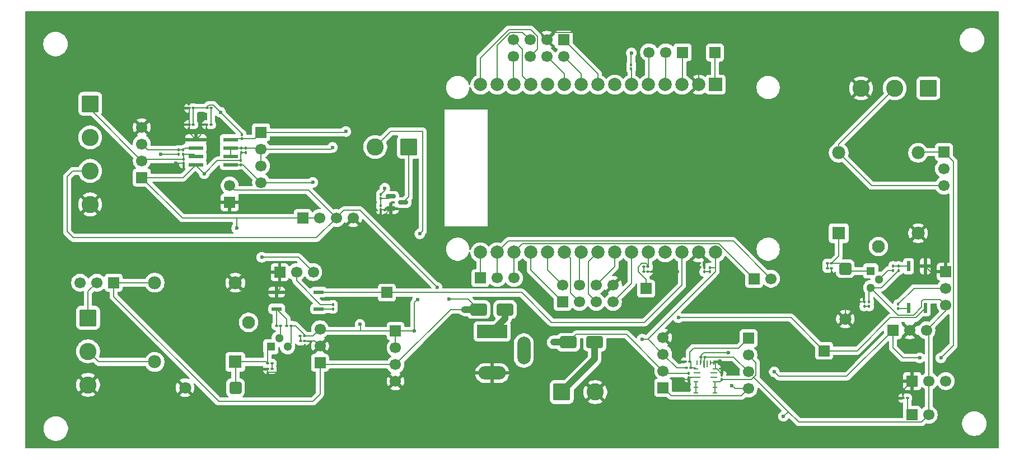
<source format=gtl>
%TF.GenerationSoftware,KiCad,Pcbnew,9.0.7-9.0.7~ubuntu24.04.1*%
%TF.CreationDate,2026-02-17T11:42:20-05:00*%
%TF.ProjectId,plantPartner_PCB1.0,706c616e-7450-4617-9274-6e65725f5043,rev?*%
%TF.SameCoordinates,Original*%
%TF.FileFunction,Copper,L1,Top*%
%TF.FilePolarity,Positive*%
%FSLAX46Y46*%
G04 Gerber Fmt 4.6, Leading zero omitted, Abs format (unit mm)*
G04 Created by KiCad (PCBNEW 9.0.7-9.0.7~ubuntu24.04.1) date 2026-02-17 11:42:20*
%MOMM*%
%LPD*%
G01*
G04 APERTURE LIST*
G04 Aperture macros list*
%AMRoundRect*
0 Rectangle with rounded corners*
0 $1 Rounding radius*
0 $2 $3 $4 $5 $6 $7 $8 $9 X,Y pos of 4 corners*
0 Add a 4 corners polygon primitive as box body*
4,1,4,$2,$3,$4,$5,$6,$7,$8,$9,$2,$3,0*
0 Add four circle primitives for the rounded corners*
1,1,$1+$1,$2,$3*
1,1,$1+$1,$4,$5*
1,1,$1+$1,$6,$7*
1,1,$1+$1,$8,$9*
0 Add four rect primitives between the rounded corners*
20,1,$1+$1,$2,$3,$4,$5,0*
20,1,$1+$1,$4,$5,$6,$7,0*
20,1,$1+$1,$6,$7,$8,$9,0*
20,1,$1+$1,$8,$9,$2,$3,0*%
G04 Aperture macros list end*
%TA.AperFunction,SMDPad,CuDef*%
%ADD10RoundRect,0.100000X0.100000X-0.130000X0.100000X0.130000X-0.100000X0.130000X-0.100000X-0.130000X0*%
%TD*%
%TA.AperFunction,ComponentPad*%
%ADD11R,1.700000X1.700000*%
%TD*%
%TA.AperFunction,ComponentPad*%
%ADD12C,1.700000*%
%TD*%
%TA.AperFunction,SMDPad,CuDef*%
%ADD13RoundRect,0.100000X-0.100000X0.130000X-0.100000X-0.130000X0.100000X-0.130000X0.100000X0.130000X0*%
%TD*%
%TA.AperFunction,SMDPad,CuDef*%
%ADD14RoundRect,0.100000X-0.130000X-0.100000X0.130000X-0.100000X0.130000X0.100000X-0.130000X0.100000X0*%
%TD*%
%TA.AperFunction,ComponentPad*%
%ADD15RoundRect,0.250000X1.050000X1.050000X-1.050000X1.050000X-1.050000X-1.050000X1.050000X-1.050000X0*%
%TD*%
%TA.AperFunction,ComponentPad*%
%ADD16C,2.600000*%
%TD*%
%TA.AperFunction,ComponentPad*%
%ADD17RoundRect,0.250000X-1.050000X1.050000X-1.050000X-1.050000X1.050000X-1.050000X1.050000X1.050000X0*%
%TD*%
%TA.AperFunction,SMDPad,CuDef*%
%ADD18RoundRect,0.250000X-1.000000X-0.650000X1.000000X-0.650000X1.000000X0.650000X-1.000000X0.650000X0*%
%TD*%
%TA.AperFunction,ComponentPad*%
%ADD19RoundRect,0.250000X0.650000X0.650000X-0.650000X0.650000X-0.650000X-0.650000X0.650000X-0.650000X0*%
%TD*%
%TA.AperFunction,ComponentPad*%
%ADD20C,1.800000*%
%TD*%
%TA.AperFunction,SMDPad,CuDef*%
%ADD21R,2.209800X0.609600*%
%TD*%
%TA.AperFunction,SMDPad,CuDef*%
%ADD22RoundRect,0.100000X0.130000X0.100000X-0.130000X0.100000X-0.130000X-0.100000X0.130000X-0.100000X0*%
%TD*%
%TA.AperFunction,ComponentPad*%
%ADD23R,1.980000X1.980000*%
%TD*%
%TA.AperFunction,ComponentPad*%
%ADD24C,1.980000*%
%TD*%
%TA.AperFunction,ComponentPad*%
%ADD25C,1.935000*%
%TD*%
%TA.AperFunction,SMDPad,CuDef*%
%ADD26R,0.600000X1.500000*%
%TD*%
%TA.AperFunction,SMDPad,CuDef*%
%ADD27RoundRect,0.150000X-0.587500X-0.150000X0.587500X-0.150000X0.587500X0.150000X-0.587500X0.150000X0*%
%TD*%
%TA.AperFunction,SMDPad,CuDef*%
%ADD28R,0.700000X0.250000*%
%TD*%
%TA.AperFunction,SMDPad,CuDef*%
%ADD29R,1.100000X0.250000*%
%TD*%
%TA.AperFunction,SMDPad,CuDef*%
%ADD30R,0.250000X0.700000*%
%TD*%
%TA.AperFunction,SMDPad,CuDef*%
%ADD31R,0.250000X1.100000*%
%TD*%
%TA.AperFunction,ComponentPad*%
%ADD32RoundRect,0.250000X-1.050000X-1.050000X1.050000X-1.050000X1.050000X1.050000X-1.050000X1.050000X0*%
%TD*%
%TA.AperFunction,ComponentPad*%
%ADD33R,2.000000X2.000000*%
%TD*%
%TA.AperFunction,ComponentPad*%
%ADD34C,2.000000*%
%TD*%
%TA.AperFunction,ComponentPad*%
%ADD35RoundRect,0.250000X-0.650000X0.650000X-0.650000X-0.650000X0.650000X-0.650000X0.650000X0.650000X0*%
%TD*%
%TA.AperFunction,ComponentPad*%
%ADD36R,1.300000X1.300000*%
%TD*%
%TA.AperFunction,ComponentPad*%
%ADD37C,1.300000*%
%TD*%
%TA.AperFunction,ComponentPad*%
%ADD38R,4.600000X2.000000*%
%TD*%
%TA.AperFunction,ComponentPad*%
%ADD39O,4.200000X2.000000*%
%TD*%
%TA.AperFunction,ComponentPad*%
%ADD40O,2.000000X4.200000*%
%TD*%
%TA.AperFunction,SMDPad,CuDef*%
%ADD41R,1.500000X0.600000*%
%TD*%
%TA.AperFunction,ViaPad*%
%ADD42C,0.600000*%
%TD*%
%TA.AperFunction,Conductor*%
%ADD43C,0.200000*%
%TD*%
%TA.AperFunction,Conductor*%
%ADD44C,1.000000*%
%TD*%
G04 APERTURE END LIST*
D10*
%TO.P,C1,1*%
%TO.N,+5V*%
X169090000Y-107560000D03*
%TO.P,C1,2*%
%TO.N,GND*%
X169090000Y-106920000D03*
%TD*%
%TO.P,R19,1*%
%TO.N,+5V*%
X195800000Y-91020000D03*
%TO.P,R19,2*%
%TO.N,Net-(R19-Pad2)*%
X195800000Y-90380000D03*
%TD*%
D11*
%TO.P,J20,1,Pin_1*%
%TO.N,/LAMP_PIN*%
X144995000Y-95800000D03*
D12*
%TO.P,J20,2,Pin_2*%
%TO.N,/ADC1_7*%
X144995000Y-93260000D03*
%TO.P,J20,3,Pin_3*%
%TO.N,/ADC1_4{slash}Touch9*%
X147535000Y-95800000D03*
%TO.P,J20,4,Pin_4*%
%TO.N,/ADC1_5{slash}Touch8*%
X147535000Y-93260000D03*
%TO.P,J20,5,Pin_5*%
%TO.N,/ADC2_8{slash}DAC1*%
X150075000Y-95800000D03*
%TO.P,J20,6,Pin_6*%
%TO.N,/ADC2_9{slash}DAC2*%
X150075000Y-93260000D03*
%TO.P,J20,7,Pin_7*%
%TO.N,/ADC2_7{slash}Touch7*%
X152615000Y-95800000D03*
%TO.P,J20,8,Pin_8*%
%TO.N,GND*%
X152615000Y-93260000D03*
%TD*%
D13*
%TO.P,D11,1,K*%
%TO.N,GND*%
X166400000Y-90600000D03*
%TO.P,D11,2,A*%
%TO.N,Net-(D11-A)*%
X166400000Y-91240000D03*
%TD*%
D14*
%TO.P,D3,1,K*%
%TO.N,GND*%
X100405000Y-106000000D03*
%TO.P,D3,2,A*%
%TO.N,Net-(D3-A)*%
X101045000Y-106000000D03*
%TD*%
D13*
%TO.P,R13,1*%
%TO.N,/H*%
X110250000Y-96235000D03*
%TO.P,R13,2*%
%TO.N,Net-(R13-Pad2)*%
X110250000Y-96875000D03*
%TD*%
D14*
%TO.P,R22,1*%
%TO.N,Net-(D10-A)*%
X157265000Y-90500000D03*
%TO.P,R22,2*%
%TO.N,/EXTERNAL LED*%
X157905000Y-90500000D03*
%TD*%
D13*
%TO.P,R27,1*%
%TO.N,/Gate*%
X117487500Y-81230000D03*
%TO.P,R27,2*%
%TO.N,GND*%
X117487500Y-81870000D03*
%TD*%
D15*
%TO.P,J30,1,Pin_1*%
%TO.N,/Drain*%
X121745000Y-72327500D03*
D16*
%TO.P,J30,2,Pin_2*%
%TO.N,+5V*%
X116665000Y-72327500D03*
%TD*%
D11*
%TO.P,J1,1,Pin_1*%
%TO.N,/EN*%
X160200000Y-108810000D03*
D12*
%TO.P,J1,2,Pin_2*%
%TO.N,+12V*%
X160200000Y-106270000D03*
%TO.P,J1,3,Pin_3*%
%TO.N,+5V*%
X160200000Y-103730000D03*
%TO.P,J1,4,Pin_4*%
%TO.N,GND*%
X160200000Y-101190000D03*
%TD*%
D13*
%TO.P,D5,1,K*%
%TO.N,GND*%
X190610000Y-95830000D03*
%TO.P,D5,2,A*%
%TO.N,Net-(D5-A)*%
X190610000Y-96470000D03*
%TD*%
D10*
%TO.P,R5,1*%
%TO.N,+5V*%
X97088800Y-73180000D03*
%TO.P,R5,2*%
%TO.N,/DE*%
X97088800Y-72540000D03*
%TD*%
D17*
%TO.P,J4,1,Pin_1*%
%TO.N,/B*%
X73550000Y-65800000D03*
D16*
%TO.P,J4,2,Pin_2*%
%TO.N,/A*%
X73550000Y-70880000D03*
%TO.P,J4,3,Pin_3*%
%TO.N,+12V*%
X73550000Y-75960000D03*
%TO.P,J4,4,Pin_4*%
%TO.N,GND*%
X73550000Y-81040000D03*
%TD*%
D10*
%TO.P,R6,1*%
%TO.N,+5V*%
X96388800Y-73185000D03*
%TO.P,R6,2*%
%TO.N,/DE*%
X96388800Y-72545000D03*
%TD*%
D11*
%TO.P,J16,1,Pin_1*%
%TO.N,/FB*%
X173100000Y-101330000D03*
D12*
%TO.P,J16,2,Pin_2*%
%TO.N,+5V*%
X173100000Y-103870000D03*
%TO.P,J16,3,Pin_3*%
%TO.N,+12V*%
X173100000Y-106410000D03*
%TO.P,J16,4,Pin_4*%
%TO.N,/EN*%
X173100000Y-108950000D03*
%TD*%
D13*
%TO.P,R25,1*%
%TO.N,/LAMP_PIN*%
X117500000Y-79530000D03*
%TO.P,R25,2*%
%TO.N,/Gate*%
X117500000Y-80170000D03*
%TD*%
D18*
%TO.P,D8,1,K*%
%TO.N,+12V*%
X132290000Y-96972500D03*
%TO.P,D8,2,A*%
%TO.N,/12V_JACK*%
X136290000Y-96972500D03*
%TD*%
D11*
%TO.P,J11,1,Pin_1*%
%TO.N,GND*%
X94655000Y-80725000D03*
D12*
%TO.P,J11,2,Pin_2*%
%TO.N,+12V*%
X94655000Y-78185000D03*
%TD*%
D10*
%TO.P,R11,1*%
%TO.N,/B*%
X87638800Y-73435000D03*
%TO.P,R11,2*%
%TO.N,/A*%
X87638800Y-72795000D03*
%TD*%
D18*
%TO.P,D9,1,K*%
%TO.N,+12V*%
X145855000Y-101922500D03*
%TO.P,D9,2,A*%
%TO.N,/12V_SCREW*%
X149855000Y-101922500D03*
%TD*%
D11*
%TO.P,J8,1,Pin_1*%
%TO.N,/VSPI_CS*%
X145145000Y-56100000D03*
D12*
%TO.P,J8,2,Pin_2*%
%TO.N,/SCK{slash}VSPI_CLK*%
X145145000Y-58640000D03*
%TO.P,J8,3,Pin_3*%
%TO.N,GND*%
X142605000Y-56100000D03*
%TO.P,J8,4,Pin_4*%
%TO.N,/MISO{slash}VSPI_MISO*%
X142605000Y-58640000D03*
%TO.P,J8,5,Pin_5*%
%TO.N,/SCL*%
X140065000Y-56100000D03*
%TO.P,J8,6,Pin_6*%
%TO.N,/MOSI*%
X140065000Y-58640000D03*
%TO.P,J8,7,Pin_7*%
%TO.N,/RX0*%
X137525000Y-56100000D03*
%TO.P,J8,8,Pin_8*%
%TO.N,/TX0*%
X137525000Y-58640000D03*
%TD*%
D11*
%TO.P,J27,1,Pin_1*%
%TO.N,/PWM_FERTIL_PIN*%
X118405000Y-94400000D03*
%TD*%
%TO.P,J22,1,Pin_1*%
%TO.N,+5V*%
X119726250Y-100230000D03*
D12*
%TO.P,J22,2,Pin_2*%
X119726250Y-102770000D03*
%TO.P,J22,3,Pin_3*%
%TO.N,+12V*%
X119726250Y-105310000D03*
%TO.P,J22,4,Pin_4*%
%TO.N,GND*%
X119726250Y-107850000D03*
%TD*%
D19*
%TO.P,D4,1,K*%
%TO.N,Net-(D4-K)*%
X95515000Y-108800000D03*
D20*
%TO.P,D4,2,A*%
%TO.N,GND*%
X87895000Y-108800000D03*
%TD*%
D11*
%TO.P,J29,1,Pin_1*%
%TO.N,/ADC_MOISTURE_SENSOR*%
X173960000Y-92300000D03*
D12*
%TO.P,J29,2,Pin_2*%
%TO.N,/ADC_LIGHT_SENSOR*%
X176500000Y-92300000D03*
%TD*%
D21*
%TO.P,U2,1,RO*%
%TO.N,/RO*%
X94755000Y-75020000D03*
%TO.P,U2,2,RE*%
%TO.N,/DE*%
X94755000Y-73750000D03*
%TO.P,U2,3,DE*%
X94755000Y-72480000D03*
%TO.P,U2,4,DI*%
%TO.N,/DI*%
X94755000Y-71210000D03*
%TO.P,U2,5,GND*%
%TO.N,GND*%
X89522600Y-71210000D03*
%TO.P,U2,6,A*%
%TO.N,/A*%
X89522600Y-72480000D03*
%TO.P,U2,7,B*%
%TO.N,/B*%
X89522600Y-73750000D03*
%TO.P,U2,8,VCC*%
%TO.N,+5V*%
X89522600Y-75020000D03*
%TD*%
D11*
%TO.P,J3,1,Pin_1*%
%TO.N,+5V*%
X81355000Y-76970000D03*
D12*
%TO.P,J3,2,Pin_2*%
%TO.N,/B*%
X81355000Y-74430000D03*
%TO.P,J3,3,Pin_3*%
%TO.N,/A*%
X81355000Y-71890000D03*
%TO.P,J3,4,Pin_4*%
%TO.N,GND*%
X81355000Y-69350000D03*
%TD*%
D14*
%TO.P,D1,1,K*%
%TO.N,GND*%
X91190000Y-68950000D03*
%TO.P,D1,2,A*%
%TO.N,Net-(D1-A)*%
X91830000Y-68950000D03*
%TD*%
D11*
%TO.P,J26,1,Pin_1*%
%TO.N,/PWM_WATER_PIN*%
X184550000Y-103210000D03*
%TD*%
D22*
%TO.P,R24,1*%
%TO.N,/ADC_LIGHT_SENSOR*%
X197120000Y-110400000D03*
%TO.P,R24,2*%
%TO.N,GND*%
X196480000Y-110400000D03*
%TD*%
D14*
%TO.P,R15,1*%
%TO.N,Net-(R14-Pad2)*%
X101730000Y-99400000D03*
%TO.P,R15,2*%
%TO.N,Net-(Q1-B)*%
X102370000Y-99400000D03*
%TD*%
D23*
%TO.P,K2,A1*%
%TO.N,Net-(D7-K)*%
X186750000Y-85410000D03*
D24*
%TO.P,K2,A2*%
%TO.N,GND*%
X198750000Y-85410000D03*
D25*
%TO.P,K2,COM*%
%TO.N,/COM*%
X192750000Y-87410000D03*
D24*
%TO.P,K2,NC*%
%TO.N,/NC*%
X186750000Y-73210000D03*
%TO.P,K2,NO*%
%TO.N,+12V*%
X198750000Y-73210000D03*
%TD*%
D13*
%TO.P,R7,1*%
%TO.N,+5V*%
X96488800Y-70450000D03*
%TO.P,R7,2*%
%TO.N,/DI*%
X96488800Y-71090000D03*
%TD*%
D11*
%TO.P,J2,1,Pin_1*%
%TO.N,/DI*%
X99388800Y-70115000D03*
D12*
%TO.P,J2,2,Pin_2*%
%TO.N,/DE*%
X99388800Y-72655000D03*
%TO.P,J2,3,Pin_3*%
X99388800Y-75195000D03*
%TO.P,J2,4,Pin_4*%
%TO.N,/RO*%
X99388800Y-77735000D03*
%TD*%
D10*
%TO.P,R23,1*%
%TO.N,Net-(U3-RX2)*%
X155370000Y-60525000D03*
%TO.P,R23,2*%
%TO.N,/RO*%
X155370000Y-59885000D03*
%TD*%
D22*
%TO.P,D2,1,K*%
%TO.N,GND*%
X105980000Y-101700000D03*
%TO.P,D2,2,A*%
%TO.N,Net-(D2-A)*%
X105340000Y-101700000D03*
%TD*%
D11*
%TO.P,J5,1,Pin_1*%
%TO.N,/ADC_LIGHT_SENSOR*%
X197825000Y-112900000D03*
D12*
%TO.P,J5,2,Pin_2*%
%TO.N,+5V*%
X200365000Y-112900000D03*
%TD*%
D22*
%TO.P,D6,1,K*%
%TO.N,GND*%
X185660000Y-90694999D03*
%TO.P,D6,2,A*%
%TO.N,Net-(D6-A)*%
X185020000Y-90694999D03*
%TD*%
D13*
%TO.P,R9,1*%
%TO.N,/B*%
X87688800Y-74195000D03*
%TO.P,R9,2*%
%TO.N,GND*%
X87688800Y-74835000D03*
%TD*%
D11*
%TO.P,J24,1,Pin_1*%
%TO.N,/ADC2_3{slash}Touch3*%
X163140000Y-58000000D03*
D12*
%TO.P,J24,2,Pin_2*%
%TO.N,/INTERNAL LED*%
X160600000Y-58000000D03*
%TO.P,J24,3,Pin_3*%
%TO.N,/ADC2_0{slash}Touch0*%
X158060000Y-58000000D03*
%TD*%
D26*
%TO.P,U4,1*%
%TO.N,Net-(R18-Pad2)*%
X197310000Y-96759999D03*
%TO.P,U4,2*%
%TO.N,/PWM_WATER_PIN*%
X199850000Y-96759999D03*
%TO.P,U4,3*%
%TO.N,GND*%
X199850000Y-90409999D03*
%TO.P,U4,4*%
%TO.N,Net-(R19-Pad2)*%
X197310000Y-90409999D03*
%TD*%
D11*
%TO.P,J9,1,Pin_1*%
%TO.N,GND*%
X202950000Y-91210000D03*
D12*
%TO.P,J9,2,Pin_2*%
%TO.N,/H*%
X202950000Y-93750000D03*
%TO.P,J9,3,Pin_3*%
%TO.N,+5V*%
X202950000Y-96290000D03*
%TD*%
D10*
%TO.P,R10,1*%
%TO.N,+5V*%
X86888800Y-73435000D03*
%TO.P,R10,2*%
%TO.N,/A*%
X86888800Y-72795000D03*
%TD*%
D22*
%TO.P,R3,1*%
%TO.N,/FB*%
X164210000Y-104900000D03*
%TO.P,R3,2*%
%TO.N,GND*%
X163570000Y-104900000D03*
%TD*%
D11*
%TO.P,J25,1,Pin_1*%
%TO.N,/ESP_EN*%
X132565000Y-92200000D03*
D12*
%TO.P,J25,2,Pin_2*%
%TO.N,/ADC_LIGHT_SENSOR*%
X135105000Y-92200000D03*
%TO.P,J25,3,Pin_3*%
%TO.N,/ADC_MOISTURE_SENSOR*%
X137645000Y-92200000D03*
%TD*%
D13*
%TO.P,R18,1*%
%TO.N,/H*%
X195750000Y-96135000D03*
%TO.P,R18,2*%
%TO.N,Net-(R18-Pad2)*%
X195750000Y-96775000D03*
%TD*%
D11*
%TO.P,J14,1,Pin_1*%
%TO.N,+12V*%
X108305000Y-105040000D03*
D12*
%TO.P,J14,2,Pin_2*%
%TO.N,GND*%
X108305000Y-102500000D03*
%TO.P,J14,3,Pin_3*%
%TO.N,+5V*%
X108305000Y-99960000D03*
%TD*%
D11*
%TO.P,J12,1,Pin_1*%
%TO.N,+12V*%
X194950000Y-100110000D03*
D12*
%TO.P,J12,2,Pin_2*%
%TO.N,GND*%
X197490000Y-100110000D03*
%TO.P,J12,3,Pin_3*%
%TO.N,+5V*%
X200030000Y-100110000D03*
%TD*%
D11*
%TO.P,J17,1,Pin_1*%
%TO.N,GND*%
X197860000Y-107800000D03*
D12*
%TO.P,J17,2,Pin_2*%
%TO.N,+5V*%
X200400000Y-107800000D03*
%TO.P,J17,3,Pin_3*%
%TO.N,/ADC_MOISTURE_SENSOR*%
X202940000Y-107800000D03*
%TD*%
D11*
%TO.P,J21,1,Pin_1*%
%TO.N,+5V*%
X105695000Y-83100000D03*
D12*
%TO.P,J21,2,Pin_2*%
X108235000Y-83100000D03*
%TO.P,J21,3,Pin_3*%
%TO.N,+12V*%
X110775000Y-83100000D03*
%TO.P,J21,4,Pin_4*%
%TO.N,GND*%
X113315000Y-83100000D03*
%TD*%
D17*
%TO.P,J6,1,Pin_1*%
%TO.N,/COM*%
X73232500Y-98215000D03*
D16*
%TO.P,J6,2,Pin_2*%
%TO.N,/NC*%
X73232500Y-103295000D03*
%TO.P,J6,3,Pin_3*%
%TO.N,GND*%
X73232500Y-108375000D03*
%TD*%
D27*
%TO.P,Q4,1,G*%
%TO.N,/Gate*%
X119012500Y-79800000D03*
%TO.P,Q4,2,S*%
%TO.N,GND*%
X119012500Y-81700000D03*
%TO.P,Q4,3,D*%
%TO.N,/Drain*%
X120887500Y-80750000D03*
%TD*%
D22*
%TO.P,C4,1*%
%TO.N,+5V*%
X89140000Y-66450000D03*
%TO.P,C4,2*%
%TO.N,GND*%
X88500000Y-66450000D03*
%TD*%
D11*
%TO.P,J7,1,Pin_1*%
%TO.N,GND*%
X102205000Y-91300000D03*
D12*
%TO.P,J7,2,Pin_2*%
%TO.N,/H*%
X104745000Y-91300000D03*
%TO.P,J7,3,Pin_3*%
%TO.N,+5V*%
X107285000Y-91300000D03*
%TD*%
D13*
%TO.P,R4,1*%
%TO.N,+5V*%
X96288800Y-74395000D03*
%TO.P,R4,2*%
%TO.N,/RO*%
X96288800Y-75035000D03*
%TD*%
D28*
%TO.P,IC1,1,FB*%
%TO.N,/FB*%
X165150000Y-105920000D03*
D29*
%TO.P,IC1,2,VCC*%
%TO.N,unconnected-(IC1-VCC-Pad2)*%
X165350000Y-106570000D03*
%TO.P,IC1,3,AGND*%
%TO.N,GND*%
X165350000Y-107220000D03*
D28*
%TO.P,IC1,4,SW*%
%TO.N,/SW*%
X165150000Y-107870000D03*
%TO.P,IC1,5,SW*%
X165150000Y-108720000D03*
%TO.P,IC1,6,SW*%
X165150000Y-109570000D03*
%TO.P,IC1,7,OUT*%
%TO.N,+5V*%
X168050000Y-109570000D03*
%TO.P,IC1,8,OUT*%
X168050000Y-108720000D03*
%TO.P,IC1,9,OUT*%
X168050000Y-107870000D03*
D29*
%TO.P,IC1,10*%
%TO.N,N/C*%
X167850000Y-107220000D03*
%TO.P,IC1,11,BST*%
%TO.N,unconnected-(IC1-BST-Pad11)*%
X167850000Y-106570000D03*
D28*
%TO.P,IC1,12,PGND*%
%TO.N,GND*%
X168050000Y-105920000D03*
D30*
%TO.P,IC1,13,PGND*%
X167850000Y-105020000D03*
%TO.P,IC1,14,PGND*%
X167350000Y-105020000D03*
D31*
%TO.P,IC1,15*%
%TO.N,N/C*%
X166850000Y-105220000D03*
%TO.P,IC1,16,IN*%
%TO.N,+12V*%
X166350000Y-105220000D03*
D30*
%TO.P,IC1,17,EN*%
%TO.N,/EN*%
X165850000Y-105020000D03*
%TO.P,IC1,18,AAM*%
%TO.N,unconnected-(IC1-AAM-Pad18)*%
X165350000Y-105020000D03*
%TD*%
D32*
%TO.P,J18,1,Pin_1*%
%TO.N,/12V_SCREW*%
X144855000Y-109472500D03*
D16*
%TO.P,J18,2,Pin_2*%
%TO.N,GND*%
X149935000Y-109472500D03*
%TD*%
D11*
%TO.P,J28,1,Pin_1*%
%TO.N,/ESP_3.3V*%
X168050000Y-58050000D03*
%TD*%
D22*
%TO.P,R1,1*%
%TO.N,+12V*%
X166520000Y-104170000D03*
%TO.P,R1,2*%
%TO.N,/EN*%
X165880000Y-104170000D03*
%TD*%
D33*
%TO.P,U3,1,3V3*%
%TO.N,/ESP_3.3V*%
X168120000Y-62900000D03*
D34*
%TO.P,U3,2,GND*%
%TO.N,GND*%
X165580000Y-62900000D03*
%TO.P,U3,3,D15*%
%TO.N,/ADC2_3{slash}Touch3*%
X163040000Y-62900000D03*
%TO.P,U3,4,D2*%
%TO.N,/INTERNAL LED*%
X160500000Y-62900000D03*
%TO.P,U3,5,D4*%
%TO.N,/ADC2_0{slash}Touch0*%
X157960000Y-62900000D03*
%TO.P,U3,6,RX2*%
%TO.N,Net-(U3-RX2)*%
X155420000Y-62900000D03*
%TO.P,U3,7,TX2*%
%TO.N,/DI*%
X152880000Y-62900000D03*
%TO.P,U3,8,D5*%
%TO.N,/VSPI_CS*%
X150340000Y-62900000D03*
%TO.P,U3,9,D18*%
%TO.N,/SCK{slash}VSPI_CLK*%
X147800000Y-62900000D03*
%TO.P,U3,10,D19*%
%TO.N,/MISO{slash}VSPI_MISO*%
X145260000Y-62900000D03*
%TO.P,U3,11,D21*%
%TO.N,/DE*%
X142720000Y-62900000D03*
%TO.P,U3,12,RX0*%
%TO.N,/RX0*%
X140180000Y-62900000D03*
%TO.P,U3,13,TX0*%
%TO.N,/TX0*%
X137640000Y-62900000D03*
%TO.P,U3,14,D22*%
%TO.N,/SCL*%
X135100000Y-62900000D03*
%TO.P,U3,15,D23*%
%TO.N,/MOSI*%
X132560000Y-62900000D03*
%TO.P,U3,16,EN*%
%TO.N,/ESP_EN*%
X132560000Y-88300000D03*
%TO.P,U3,17,VP*%
%TO.N,/ADC_LIGHT_SENSOR*%
X135100000Y-88300000D03*
%TO.P,U3,18,VN*%
%TO.N,/ADC_MOISTURE_SENSOR*%
X137640000Y-88300000D03*
%TO.P,U3,19,D34*%
%TO.N,/LAMP_PIN*%
X140180000Y-88300000D03*
%TO.P,U3,20,D35*%
%TO.N,/ADC1_7*%
X142720000Y-88300000D03*
%TO.P,U3,21,D32*%
%TO.N,/ADC1_4{slash}Touch9*%
X145260000Y-88300000D03*
%TO.P,U3,22,D33*%
%TO.N,/ADC1_5{slash}Touch8*%
X147800000Y-88300000D03*
%TO.P,U3,23,D25*%
%TO.N,/ADC2_8{slash}DAC1*%
X150340000Y-88300000D03*
%TO.P,U3,24,D26*%
%TO.N,/ADC2_9{slash}DAC2*%
X152880000Y-88300000D03*
%TO.P,U3,25,D27*%
%TO.N,/ADC2_7{slash}Touch7*%
X155420000Y-88300000D03*
%TO.P,U3,26,D14*%
%TO.N,/EXTERNAL LED*%
X157960000Y-88300000D03*
%TO.P,U3,27,D12*%
%TO.N,/PWM_WATER_PIN*%
X160500000Y-88300000D03*
%TO.P,U3,28,D13*%
%TO.N,/PWM_FERTIL_PIN*%
X163040000Y-88300000D03*
%TO.P,U3,29,GND*%
%TO.N,GND*%
X165580000Y-88300000D03*
%TO.P,U3,30,VIN*%
%TO.N,+5V*%
X168120000Y-88300000D03*
%TD*%
D14*
%TO.P,R16,1*%
%TO.N,Net-(D4-K)*%
X100380000Y-105130000D03*
%TO.P,R16,2*%
%TO.N,Net-(D3-A)*%
X101020000Y-105130000D03*
%TD*%
D35*
%TO.P,D7,1,K*%
%TO.N,Net-(D7-K)*%
X187750000Y-90784999D03*
D20*
%TO.P,D7,2,A*%
%TO.N,GND*%
X187750000Y-98404999D03*
%TD*%
D13*
%TO.P,R17,1*%
%TO.N,+5V*%
X191350000Y-95835000D03*
%TO.P,R17,2*%
%TO.N,Net-(D5-A)*%
X191350000Y-96475000D03*
%TD*%
D23*
%TO.P,K1,A1*%
%TO.N,Net-(D4-K)*%
X95505000Y-104900000D03*
D24*
%TO.P,K1,A2*%
%TO.N,GND*%
X95505000Y-92900000D03*
D25*
%TO.P,K1,COM*%
%TO.N,/COM*%
X97505000Y-98900000D03*
D24*
%TO.P,K1,NC*%
%TO.N,/NC*%
X83305000Y-104900000D03*
%TO.P,K1,NO*%
%TO.N,+12V*%
X83305000Y-92900000D03*
%TD*%
D11*
%TO.P,J15,1,Pin_1*%
%TO.N,+12V*%
X77105000Y-92900000D03*
D12*
%TO.P,J15,2,Pin_2*%
%TO.N,/COM*%
X74565000Y-92900000D03*
%TO.P,J15,3,Pin_3*%
%TO.N,/NC*%
X72025000Y-92900000D03*
%TD*%
D22*
%TO.P,D10,1,K*%
%TO.N,GND*%
X157900000Y-91200000D03*
%TO.P,D10,2,A*%
%TO.N,Net-(D10-A)*%
X157260000Y-91200000D03*
%TD*%
D11*
%TO.P,J13,1,Pin_1*%
%TO.N,+12V*%
X202650000Y-73110000D03*
D12*
%TO.P,J13,2,Pin_2*%
%TO.N,/COM*%
X202650000Y-75650000D03*
%TO.P,J13,3,Pin_3*%
%TO.N,/NC*%
X202650000Y-78190000D03*
%TD*%
D36*
%TO.P,Q1,1,C*%
%TO.N,Net-(D4-K)*%
X100865000Y-102600000D03*
D37*
%TO.P,Q1,2,B*%
%TO.N,Net-(Q1-B)*%
X102135000Y-101330000D03*
%TO.P,Q1,3,E*%
%TO.N,+5V*%
X103405000Y-102600000D03*
%TD*%
D13*
%TO.P,R20,1*%
%TO.N,Net-(R19-Pad2)*%
X194960000Y-90380000D03*
%TO.P,R20,2*%
%TO.N,Net-(Q2-B)*%
X194960000Y-91020000D03*
%TD*%
%TO.P,R26,1*%
%TO.N,+5V*%
X167300000Y-90600000D03*
%TO.P,R26,2*%
%TO.N,Net-(D11-A)*%
X167300000Y-91240000D03*
%TD*%
D11*
%TO.P,J23,1,Pin_1*%
%TO.N,/EXTERNAL LED*%
X157605000Y-93800000D03*
%TD*%
D22*
%TO.P,R21,1*%
%TO.N,Net-(D7-K)*%
X185655000Y-89984999D03*
%TO.P,R21,2*%
%TO.N,Net-(D6-A)*%
X185015000Y-89984999D03*
%TD*%
D15*
%TO.P,J10,1,Pin_1*%
%TO.N,/COM*%
X200300000Y-63450000D03*
D16*
%TO.P,J10,2,Pin_2*%
%TO.N,/NC*%
X195220000Y-63450000D03*
%TO.P,J10,3,Pin_3*%
%TO.N,GND*%
X190140000Y-63450000D03*
%TD*%
D14*
%TO.P,R8,1*%
%TO.N,+5V*%
X91210000Y-66450000D03*
%TO.P,R8,2*%
%TO.N,Net-(D1-A)*%
X91850000Y-66450000D03*
%TD*%
D22*
%TO.P,C3,1*%
%TO.N,+5V*%
X89140000Y-68950000D03*
%TO.P,C3,2*%
%TO.N,GND*%
X88500000Y-68950000D03*
%TD*%
D38*
%TO.P,J19,1*%
%TO.N,/12V_JACK*%
X134340000Y-100272500D03*
D39*
%TO.P,J19,2*%
%TO.N,GND*%
X134340000Y-106572500D03*
D40*
%TO.P,J19,3*%
%TO.N,N/C*%
X139140000Y-103172500D03*
%TD*%
D14*
%TO.P,R2,1*%
%TO.N,+5V*%
X163725000Y-105820000D03*
%TO.P,R2,2*%
%TO.N,/FB*%
X164365000Y-105820000D03*
%TD*%
D22*
%TO.P,R14,1*%
%TO.N,+5V*%
X103925000Y-99400000D03*
%TO.P,R14,2*%
%TO.N,Net-(R14-Pad2)*%
X103285000Y-99400000D03*
%TD*%
D41*
%TO.P,U1,1*%
%TO.N,Net-(R13-Pad2)*%
X108108000Y-96870000D03*
%TO.P,U1,2*%
%TO.N,/PWM_FERTIL_PIN*%
X108108000Y-94330000D03*
%TO.P,U1,3*%
%TO.N,GND*%
X101758000Y-94330000D03*
%TO.P,U1,4*%
%TO.N,Net-(R14-Pad2)*%
X101758000Y-96870000D03*
%TD*%
D22*
%TO.P,R12,1*%
%TO.N,+5V*%
X105975000Y-101000000D03*
%TO.P,R12,2*%
%TO.N,Net-(D2-A)*%
X105335000Y-101000000D03*
%TD*%
D36*
%TO.P,Q2,1,C*%
%TO.N,Net-(D7-K)*%
X191580000Y-91114999D03*
D37*
%TO.P,Q2,2,B*%
%TO.N,Net-(Q2-B)*%
X192850000Y-92384999D03*
%TO.P,Q2,3,E*%
%TO.N,+5V*%
X191580000Y-93654999D03*
%TD*%
D13*
%TO.P,C2,1*%
%TO.N,+12V*%
X164090000Y-106670000D03*
%TO.P,C2,2*%
%TO.N,GND*%
X164090000Y-107310000D03*
%TD*%
D42*
%TO.N,GND*%
X117400000Y-82750000D03*
X86500000Y-74800000D03*
X162700000Y-107600000D03*
X168800000Y-104800000D03*
X162400000Y-91200000D03*
%TO.N,/EN*%
X170600000Y-108500000D03*
X170100000Y-103500000D03*
%TO.N,/DI*%
X112205000Y-70000000D03*
%TO.N,/RO*%
X155405000Y-58100000D03*
X107205000Y-77700000D03*
%TO.N,/DE*%
X110205000Y-72400000D03*
%TO.N,+5V*%
X99500000Y-89050000D03*
X123050000Y-95450000D03*
X84250000Y-73450000D03*
X90800000Y-76400000D03*
X95700000Y-84650000D03*
X122600000Y-100200000D03*
X114350000Y-99200000D03*
X157000000Y-101450000D03*
X123400000Y-85500000D03*
X178400000Y-113150000D03*
X93235793Y-67064207D03*
%TO.N,+12V*%
X202200000Y-104300000D03*
X127800000Y-95400000D03*
X143600000Y-101900000D03*
X199000000Y-104300000D03*
X126000000Y-93600000D03*
X177000000Y-106400000D03*
X129900000Y-97000000D03*
%TO.N,/PWM_WATER_PIN*%
X162500000Y-98200000D03*
%TO.N,/LAMP_PIN*%
X118100000Y-78600000D03*
%TD*%
D43*
%TO.N,GND*%
X190610000Y-95830000D02*
X188670000Y-95830000D01*
X188670000Y-95830000D02*
X187750000Y-96750000D01*
X187750000Y-96750000D02*
X187750000Y-98404999D01*
%TO.N,Net-(R13-Pad2)*%
X110250000Y-96875000D02*
X109605000Y-96875000D01*
%TO.N,/H*%
X110250000Y-96235000D02*
X108361000Y-96235000D01*
X108361000Y-96235000D02*
X104745000Y-92619000D01*
X104745000Y-92619000D02*
X104745000Y-91300000D01*
%TO.N,GND*%
X163500000Y-104830000D02*
X163570000Y-104900000D01*
X169090000Y-106690001D02*
X168339999Y-105940000D01*
X162700000Y-107600000D02*
X163800000Y-107600000D01*
X165390000Y-107240000D02*
X164160000Y-107240000D01*
X164090000Y-107310000D02*
X164090000Y-107490000D01*
X118842500Y-81870000D02*
X119012500Y-81700000D01*
X196480000Y-109180000D02*
X196480000Y-110400000D01*
X86535000Y-74835000D02*
X87688800Y-74835000D01*
X102205000Y-91300000D02*
X102205000Y-93883000D01*
X168090000Y-105940000D02*
X168090000Y-105240000D01*
X169090000Y-106920000D02*
X169090000Y-106690001D01*
X167890000Y-105040000D02*
X167390000Y-105040000D01*
X168090000Y-105240000D02*
X167890000Y-105040000D01*
X117487500Y-81870000D02*
X118842500Y-81870000D01*
X168800000Y-104800000D02*
X168070000Y-104800000D01*
X199850000Y-90409999D02*
X199850000Y-86510000D01*
X164160000Y-107240000D02*
X164090000Y-107310000D01*
X96935000Y-94330000D02*
X101758000Y-94330000D01*
X107505000Y-101700000D02*
X108305000Y-102500000D01*
X143756000Y-54949000D02*
X142605000Y-56100000D01*
X117400000Y-82750000D02*
X117962500Y-82750000D01*
X165580000Y-62900000D02*
X165580000Y-56380000D01*
X168339999Y-105940000D02*
X168090000Y-105940000D01*
X117400000Y-82750000D02*
X117400000Y-81957500D01*
X200650001Y-91210000D02*
X199850000Y-90409999D01*
X162700000Y-103690000D02*
X162700000Y-104900000D01*
X163800000Y-107600000D02*
X164090000Y-107310000D01*
X150385000Y-109022500D02*
X149935000Y-109472500D01*
X86500000Y-74800000D02*
X86535000Y-74835000D01*
X88500000Y-70187400D02*
X89522600Y-71210000D01*
X81355000Y-69350000D02*
X83215000Y-71210000D01*
X160200000Y-101190000D02*
X162700000Y-103690000D01*
X95505000Y-92900000D02*
X96935000Y-94330000D01*
X88500000Y-68950000D02*
X88500000Y-66450000D01*
X105980000Y-101700000D02*
X107505000Y-101700000D01*
X168070000Y-104800000D02*
X167850000Y-105020000D01*
X199850000Y-86510000D02*
X198750000Y-85410000D01*
X108305000Y-102500000D02*
X104304000Y-106501000D01*
X100406000Y-106501000D02*
X100405000Y-106500000D01*
X87470000Y-108375000D02*
X87895000Y-108800000D01*
X91190000Y-68950000D02*
X91190000Y-69542600D01*
X117400000Y-81957500D02*
X117487500Y-81870000D01*
X185660000Y-96314999D02*
X187750000Y-98404999D01*
X91190000Y-69542600D02*
X89522600Y-71210000D01*
X83215000Y-71210000D02*
X89522600Y-71210000D01*
X166400000Y-89120000D02*
X165580000Y-88300000D01*
X197860000Y-107800000D02*
X196480000Y-109180000D01*
X162700000Y-104900000D02*
X163570000Y-104900000D01*
X104304000Y-106501000D02*
X100406000Y-106501000D01*
X166400000Y-90600000D02*
X166400000Y-89120000D01*
X88500000Y-68950000D02*
X88500000Y-70187400D01*
X89340001Y-71210000D02*
X89522600Y-71210000D01*
X102205000Y-93883000D02*
X101758000Y-94330000D01*
X164149000Y-54949000D02*
X143756000Y-54949000D01*
X100405000Y-106500000D02*
X100405000Y-106000000D01*
X202950000Y-91210000D02*
X200650001Y-91210000D01*
X164090000Y-107310000D02*
X164362800Y-107310000D01*
X165580000Y-56380000D02*
X164149000Y-54949000D01*
X117962500Y-82750000D02*
X119012500Y-81700000D01*
X185660000Y-90694999D02*
X185660000Y-96314999D01*
X157900000Y-91200000D02*
X162400000Y-91200000D01*
%TO.N,Net-(D1-A)*%
X91830000Y-68950000D02*
X91830000Y-66470000D01*
X91830000Y-66470000D02*
X91850000Y-66450000D01*
%TO.N,Net-(D2-A)*%
X105340000Y-101005000D02*
X105335000Y-101000000D01*
X105340000Y-101700000D02*
X105340000Y-101005000D01*
X105335000Y-101705000D02*
X105340000Y-101700000D01*
%TO.N,Net-(D10-A)*%
X157260000Y-90505000D02*
X157265000Y-90500000D01*
X157260000Y-91200000D02*
X157260000Y-90505000D01*
%TO.N,Net-(D3-A)*%
X101020000Y-105130000D02*
X101020000Y-105975000D01*
X101020000Y-105975000D02*
X101045000Y-106000000D01*
%TO.N,Net-(D4-K)*%
X100865000Y-102600000D02*
X100380000Y-103085000D01*
X95515000Y-104910000D02*
X95505000Y-104900000D01*
X100380000Y-103085000D02*
X100380000Y-105130000D01*
X100150000Y-104900000D02*
X100380000Y-105130000D01*
X95505000Y-104900000D02*
X100150000Y-104900000D01*
X95515000Y-108800000D02*
X95515000Y-104910000D01*
%TO.N,Net-(D5-A)*%
X190615000Y-96475000D02*
X190610000Y-96470000D01*
X191350000Y-96475000D02*
X190615000Y-96475000D01*
%TO.N,Net-(D6-A)*%
X185020000Y-90694999D02*
X185020000Y-89989999D01*
X185020000Y-89989999D02*
X185015000Y-89984999D01*
%TO.N,Net-(D7-K)*%
X186950000Y-89984999D02*
X187750000Y-90784999D01*
X188080000Y-90454999D02*
X187750000Y-90784999D01*
X186750000Y-85410000D02*
X186750000Y-88889999D01*
X186750000Y-88889999D02*
X185655000Y-89984999D01*
X188080000Y-91114999D02*
X187750000Y-90784999D01*
X185655000Y-89984999D02*
X186950000Y-89984999D01*
X191580000Y-91114999D02*
X188080000Y-91114999D01*
%TO.N,Net-(R13-Pad2)*%
X108138000Y-96900000D02*
X108108000Y-96870000D01*
X109600000Y-96870000D02*
X109605000Y-96875000D01*
X108108000Y-96870000D02*
X109600000Y-96870000D01*
%TO.N,Net-(R14-Pad2)*%
X101730000Y-99400000D02*
X101730000Y-96898000D01*
X101775000Y-99355000D02*
X101730000Y-99400000D01*
X103285000Y-98397000D02*
X101758000Y-96870000D01*
X101730000Y-96898000D02*
X101758000Y-96870000D01*
X103285000Y-99400000D02*
X103285000Y-98397000D01*
%TO.N,Net-(R18-Pad2)*%
X195750000Y-96775000D02*
X197294999Y-96775000D01*
X197294999Y-96775000D02*
X197310000Y-96759999D01*
X197260000Y-96809999D02*
X197310000Y-96759999D01*
%TO.N,Net-(R19-Pad2)*%
X197270000Y-90449999D02*
X197310000Y-90409999D01*
X197280001Y-90380000D02*
X197310000Y-90409999D01*
X194960000Y-90380000D02*
X195800000Y-90380000D01*
X194960000Y-90380000D02*
X197280001Y-90380000D01*
%TO.N,/EN*%
X170100000Y-103500000D02*
X166350001Y-103500000D01*
X165890000Y-104180000D02*
X165880000Y-104170000D01*
X161437200Y-110047200D02*
X160200000Y-108810000D01*
X173100000Y-108950000D02*
X171050000Y-108950000D01*
X172002800Y-110047200D02*
X161437200Y-110047200D01*
X173100000Y-108950000D02*
X172002800Y-110047200D01*
X166350001Y-103500000D02*
X165880000Y-103970001D01*
X165880000Y-103970001D02*
X165880000Y-104170000D01*
X171050000Y-108950000D02*
X170600000Y-108500000D01*
X165890000Y-105040000D02*
X165890000Y-104180000D01*
%TO.N,/FB*%
X164800000Y-102800000D02*
X164210000Y-103390000D01*
X164210000Y-103390000D02*
X164210000Y-104900000D01*
X164365000Y-105820000D02*
X165070000Y-105820000D01*
X164365000Y-105820000D02*
X164365000Y-105055000D01*
X173100000Y-101330000D02*
X171630000Y-102800000D01*
X164365000Y-105055000D02*
X164210000Y-104900000D01*
X171630000Y-102800000D02*
X164800000Y-102800000D01*
X165070000Y-105820000D02*
X165190000Y-105940000D01*
D44*
%TO.N,/12V_JACK*%
X136290000Y-98322500D02*
X134340000Y-100272500D01*
X136290000Y-96972500D02*
X136290000Y-98322500D01*
D43*
%TO.N,/DI*%
X96488800Y-71090000D02*
X94875000Y-71090000D01*
X99388800Y-70115000D02*
X98413800Y-71090000D01*
X98413800Y-71090000D02*
X96488800Y-71090000D01*
X112205000Y-70000000D02*
X112090000Y-70115000D01*
X112090000Y-70115000D02*
X99388800Y-70115000D01*
X94875000Y-71090000D02*
X94755000Y-71210000D01*
%TO.N,/RO*%
X107070000Y-77735000D02*
X99388800Y-77735000D01*
X107105000Y-77700000D02*
X107070000Y-77735000D01*
X155370000Y-58135000D02*
X155405000Y-58100000D01*
X99388800Y-77735000D02*
X96688800Y-75035000D01*
X96688800Y-75035000D02*
X96288800Y-75035000D01*
X96288800Y-75035000D02*
X94770000Y-75035000D01*
X94770000Y-75035000D02*
X94755000Y-75020000D01*
X107205000Y-77700000D02*
X107105000Y-77700000D01*
X155370000Y-59885000D02*
X155370000Y-58135000D01*
%TO.N,/DE*%
X109950000Y-72655000D02*
X99388800Y-72655000D01*
X99388800Y-72655000D02*
X99273800Y-72540000D01*
X99273800Y-72540000D02*
X97088800Y-72540000D01*
X96393800Y-72540000D02*
X96388800Y-72545000D01*
X96388800Y-72545000D02*
X94820000Y-72545000D01*
X99388800Y-75195000D02*
X99388800Y-72655000D01*
X97088800Y-72540000D02*
X96393800Y-72540000D01*
X94820000Y-72545000D02*
X94755000Y-72480000D01*
X94755000Y-73750000D02*
X94755000Y-72480000D01*
X110205000Y-72400000D02*
X109950000Y-72655000D01*
%TO.N,/A*%
X81355000Y-71890000D02*
X82260000Y-72795000D01*
X87953800Y-72480000D02*
X87638800Y-72795000D01*
X82260000Y-72795000D02*
X86888800Y-72795000D01*
X89522600Y-72480000D02*
X87953800Y-72480000D01*
X87638800Y-72795000D02*
X86888800Y-72795000D01*
%TO.N,/B*%
X87688800Y-73485000D02*
X87638800Y-73435000D01*
X81590000Y-74195000D02*
X87688800Y-74195000D01*
X87688800Y-74195000D02*
X87688800Y-73485000D01*
X73550000Y-66625000D02*
X81355000Y-74430000D01*
X89207600Y-73435000D02*
X89522600Y-73750000D01*
X81355000Y-74430000D02*
X81590000Y-74195000D01*
X87638800Y-73435000D02*
X89207600Y-73435000D01*
X73550000Y-65800000D02*
X73550000Y-66625000D01*
%TO.N,/COM*%
X74565000Y-92900000D02*
X73232500Y-94232500D01*
X73232500Y-94232500D02*
X73232500Y-98215000D01*
%TO.N,/H*%
X198135000Y-93750000D02*
X195750000Y-96135000D01*
X202950000Y-93750000D02*
X198135000Y-93750000D01*
%TO.N,/ADC2_3{slash}Touch3*%
X163145000Y-62795000D02*
X163040000Y-62900000D01*
X163140000Y-58000000D02*
X163140000Y-62800000D01*
X163140000Y-62800000D02*
X163040000Y-62900000D01*
%TO.N,Net-(Q1-B)*%
X102135000Y-101330000D02*
X102370000Y-101095000D01*
X102370000Y-101095000D02*
X102370000Y-99400000D01*
%TO.N,Net-(Q2-B)*%
X194214999Y-91020000D02*
X192850000Y-92384999D01*
X194960000Y-91020000D02*
X194214999Y-91020000D01*
%TO.N,/ADC_LIGHT_SENSOR*%
X197120000Y-110400000D02*
X197120000Y-112195000D01*
X135105000Y-92200000D02*
X135105000Y-88305000D01*
X136802000Y-86598000D02*
X170798000Y-86598000D01*
X135105000Y-88305000D02*
X135100000Y-88300000D01*
X170798000Y-86598000D02*
X176500000Y-92300000D01*
X135100000Y-88300000D02*
X136802000Y-86598000D01*
X197120000Y-112195000D02*
X197825000Y-112900000D01*
%TO.N,Net-(D11-A)*%
X167300000Y-91240000D02*
X166400000Y-91240000D01*
%TO.N,/ADC_MOISTURE_SENSOR*%
X168659000Y-86999000D02*
X173960000Y-92300000D01*
X137640000Y-88300000D02*
X138941000Y-86999000D01*
X137645000Y-88305000D02*
X137640000Y-88300000D01*
X137645000Y-92200000D02*
X137645000Y-88305000D01*
X138941000Y-86999000D02*
X168659000Y-86999000D01*
D44*
%TO.N,/12V_SCREW*%
X149855000Y-104472500D02*
X144855000Y-109472500D01*
X149855000Y-101922500D02*
X149855000Y-104472500D01*
D43*
%TO.N,Net-(U3-RX2)*%
X155420000Y-62900000D02*
X155420000Y-60575000D01*
X155420000Y-60575000D02*
X155370000Y-60525000D01*
%TO.N,/MOSI*%
X140065000Y-58640000D02*
X141216000Y-57489000D01*
X141216000Y-55623240D02*
X140140760Y-54548000D01*
X136882140Y-54548000D02*
X132560000Y-58870140D01*
X140140760Y-54548000D02*
X136882140Y-54548000D01*
X132560000Y-58870140D02*
X132560000Y-62900000D01*
X141216000Y-57489000D02*
X141216000Y-55623240D01*
%TO.N,/MISO{slash}VSPI_MISO*%
X145260000Y-61295000D02*
X145260000Y-62900000D01*
X142605000Y-58640000D02*
X145260000Y-61295000D01*
%TO.N,/SCL*%
X135100000Y-56897240D02*
X135100000Y-62900000D01*
X138914000Y-54949000D02*
X137048240Y-54949000D01*
X140065000Y-56100000D02*
X138914000Y-54949000D01*
X137048240Y-54949000D02*
X135100000Y-56897240D01*
%TO.N,/TX0*%
X137525000Y-58640000D02*
X137525000Y-62785000D01*
X137525000Y-62785000D02*
X137640000Y-62900000D01*
%TO.N,/SCK{slash}VSPI_CLK*%
X145145000Y-58640000D02*
X147800000Y-61295000D01*
X147800000Y-61295000D02*
X147800000Y-62900000D01*
%TO.N,/VSPI_CS*%
X150340000Y-61295000D02*
X150340000Y-62900000D01*
X145145000Y-56100000D02*
X150340000Y-61295000D01*
%TO.N,/RX0*%
X138914000Y-61634000D02*
X140180000Y-62900000D01*
X137525000Y-56100000D02*
X138914000Y-57489000D01*
X138914000Y-57489000D02*
X138914000Y-61634000D01*
%TO.N,/ADC1_7*%
X142720000Y-90985000D02*
X142720000Y-88300000D01*
X144995000Y-93260000D02*
X142720000Y-90985000D01*
%TO.N,/INTERNAL LED*%
X160600000Y-62800000D02*
X160500000Y-62900000D01*
X160600000Y-58000000D02*
X160600000Y-62800000D01*
X160605000Y-62795000D02*
X160500000Y-62900000D01*
%TO.N,/ADC1_5{slash}Touch8*%
X147535000Y-93260000D02*
X147535000Y-88565000D01*
X147535000Y-88565000D02*
X147800000Y-88300000D01*
%TO.N,/EXTERNAL LED*%
X157960000Y-90345000D02*
X157960000Y-88300000D01*
X157905000Y-90500000D02*
X157905000Y-90400000D01*
X157905000Y-90400000D02*
X157960000Y-90345000D01*
X157905000Y-90300001D02*
X157603999Y-89999000D01*
X157605000Y-92400000D02*
X157605000Y-93800000D01*
X156966130Y-89999000D02*
X156405000Y-90560130D01*
X157603999Y-89999000D02*
X156966130Y-89999000D01*
X156405000Y-91200000D02*
X157605000Y-92400000D01*
X156405000Y-90560130D02*
X156405000Y-91200000D01*
X157905000Y-90500000D02*
X157905000Y-90300001D01*
%TO.N,/ADC2_9{slash}DAC2*%
X150075000Y-93260000D02*
X152880000Y-90455000D01*
X152880000Y-90455000D02*
X152880000Y-88300000D01*
%TO.N,/ADC2_8{slash}DAC1*%
X150075000Y-95800000D02*
X148924000Y-94649000D01*
X148924000Y-89716000D02*
X150340000Y-88300000D01*
X148924000Y-94649000D02*
X148924000Y-89716000D01*
%TO.N,/ADC1_4{slash}Touch9*%
X147535000Y-95800000D02*
X146146000Y-94411000D01*
X146146000Y-89186000D02*
X145260000Y-88300000D01*
X146146000Y-94411000D02*
X146146000Y-89186000D01*
%TO.N,/ADC2_0{slash}Touch0*%
X158060000Y-58000000D02*
X158060000Y-62800000D01*
X158065000Y-62795000D02*
X157960000Y-62900000D01*
X158060000Y-62800000D02*
X157960000Y-62900000D01*
%TO.N,/ESP_EN*%
X132505000Y-88355000D02*
X132560000Y-88300000D01*
X132565000Y-92200000D02*
X132565000Y-88305000D01*
X132565000Y-88305000D02*
X132560000Y-88300000D01*
%TO.N,/ESP_3.3V*%
X168050000Y-58050000D02*
X168050000Y-62035000D01*
X168105000Y-62885000D02*
X168120000Y-62900000D01*
X168120000Y-62105000D02*
X168050000Y-62035000D01*
X168120000Y-62900000D02*
X168120000Y-62105000D01*
%TO.N,/NC*%
X186750000Y-71920000D02*
X186750000Y-73210000D01*
X202650000Y-78190000D02*
X191730000Y-78190000D01*
X195220000Y-63450000D02*
X186750000Y-71920000D01*
X74837500Y-104900000D02*
X83305000Y-104900000D01*
X191730000Y-78190000D02*
X186750000Y-73210000D01*
X73232500Y-103295000D02*
X74837500Y-104900000D01*
%TO.N,+5V*%
X96388800Y-73185000D02*
X97083800Y-73185000D01*
X202950000Y-97190000D02*
X202950000Y-96290000D01*
X168700000Y-107870000D02*
X168050000Y-107870000D01*
X168780000Y-107870000D02*
X168700000Y-107870000D01*
X200030000Y-100110000D02*
X202950000Y-97190000D01*
X114400000Y-100230000D02*
X114400000Y-99250000D01*
X157000000Y-101450000D02*
X157920000Y-101450000D01*
X191350000Y-95835000D02*
X191350000Y-93884999D01*
X105035000Y-89050000D02*
X99500000Y-89050000D01*
X118992500Y-70000000D02*
X116665000Y-72327500D01*
X168050000Y-109570000D02*
X168050000Y-108720000D01*
X199269000Y-96581000D02*
X199269000Y-95728999D01*
X200400000Y-100480000D02*
X200030000Y-100110000D01*
X179150000Y-112450000D02*
X180731000Y-114031000D01*
X81355000Y-76970000D02*
X87572600Y-76970000D01*
X96288800Y-74395000D02*
X96288800Y-73285000D01*
X168050000Y-107870000D02*
X168050000Y-108720000D01*
X87485000Y-83100000D02*
X95700000Y-83100000D01*
X84265000Y-73435000D02*
X84250000Y-73450000D01*
X103925000Y-99400000D02*
X103925000Y-102080000D01*
X200400000Y-107800000D02*
X200400000Y-100480000D01*
X95700000Y-83100000D02*
X105695000Y-83100000D01*
X103925000Y-102080000D02*
X103405000Y-102600000D01*
X173549476Y-107560000D02*
X169090000Y-107560000D01*
X180731000Y-114031000D02*
X199234000Y-114031000D01*
X119726250Y-100230000D02*
X122570000Y-100230000D01*
X92805000Y-74395000D02*
X90800000Y-76400000D01*
X157920000Y-101450000D02*
X160200000Y-103730000D01*
X173100000Y-103870000D02*
X174231000Y-105001000D01*
X89522600Y-75020000D02*
X89522600Y-75122600D01*
X179100000Y-112450000D02*
X179150000Y-112450000D01*
X195716000Y-97790999D02*
X198059001Y-97790999D01*
X122600000Y-100200000D02*
X122600000Y-95900000D01*
X173904738Y-107204738D02*
X173549476Y-107560000D01*
X198059001Y-97790999D02*
X199269000Y-96581000D01*
X108575000Y-100230000D02*
X108305000Y-99960000D01*
X191350000Y-93884999D02*
X191580000Y-93654999D01*
X169090000Y-107560000D02*
X168780000Y-107870000D01*
X87572600Y-76970000D02*
X89522600Y-75020000D01*
X122570000Y-100230000D02*
X122600000Y-100200000D01*
X173904738Y-107204738D02*
X179150000Y-112450000D01*
X200365000Y-112900000D02*
X200365000Y-107835000D01*
X114400000Y-99250000D02*
X114350000Y-99200000D01*
X108235000Y-83100000D02*
X105695000Y-83100000D01*
X123850000Y-70000000D02*
X118992500Y-70000000D01*
X123400000Y-85500000D02*
X123850000Y-85050000D01*
X122600000Y-95900000D02*
X123050000Y-95450000D01*
X107285000Y-91300000D02*
X105035000Y-89050000D01*
X174231000Y-106878476D02*
X173904738Y-107204738D01*
X89522600Y-75122600D02*
X90800000Y-76400000D01*
X202100000Y-95440000D02*
X202950000Y-96290000D01*
X96288800Y-74395000D02*
X92805000Y-74395000D01*
X191580000Y-93654999D02*
X195716000Y-97790999D01*
X162290000Y-105820000D02*
X163725000Y-105820000D01*
X105975000Y-101000000D02*
X105975000Y-100800001D01*
X86888800Y-73435000D02*
X84265000Y-73435000D01*
X199269000Y-95728999D02*
X199557999Y-95440000D01*
X119726250Y-100230000D02*
X119726250Y-102770000D01*
X107265000Y-101000000D02*
X105975000Y-101000000D01*
X193165001Y-93654999D02*
X195800000Y-91020000D01*
X105975000Y-100800001D02*
X104574999Y-99400000D01*
X89140000Y-66450000D02*
X89140000Y-68950000D01*
X157000000Y-101450000D02*
X157861586Y-101450000D01*
X96288800Y-73285000D02*
X96388800Y-73185000D01*
X91210000Y-66450000D02*
X89140000Y-66450000D01*
X174231000Y-105001000D02*
X174231000Y-106878476D01*
X123850000Y-85050000D02*
X123850000Y-70000000D01*
X104574999Y-99400000D02*
X103925000Y-99400000D01*
X168120000Y-90600000D02*
X168120000Y-91191586D01*
X119726250Y-100230000D02*
X114400000Y-100230000D01*
X97083800Y-73185000D02*
X97088800Y-73180000D01*
X157861586Y-101450000D02*
X167781000Y-91530586D01*
X92140586Y-65969000D02*
X91491001Y-65969000D01*
X199234000Y-114031000D02*
X200365000Y-112900000D01*
X114400000Y-100230000D02*
X108575000Y-100230000D01*
X91491001Y-65969000D02*
X91210000Y-66250001D01*
X96488800Y-70317214D02*
X93235793Y-67064207D01*
X81355000Y-76970000D02*
X87485000Y-83100000D01*
X168120000Y-88300000D02*
X168120000Y-90600000D01*
X168120000Y-91191586D02*
X167781000Y-91530586D01*
X168120000Y-90600000D02*
X167300000Y-90600000D01*
X200365000Y-107835000D02*
X200400000Y-107800000D01*
X91210000Y-66250001D02*
X91210000Y-66450000D01*
X160200000Y-103730000D02*
X162290000Y-105820000D01*
X93235793Y-67064207D02*
X92140586Y-65969000D01*
X178400000Y-113150000D02*
X179100000Y-112450000D01*
X108305000Y-99960000D02*
X107265000Y-101000000D01*
X96488800Y-70450000D02*
X96488800Y-70317214D01*
X95700000Y-84650000D02*
X95700000Y-83100000D01*
X199557999Y-95440000D02*
X202100000Y-95440000D01*
X191580000Y-93654999D02*
X193165001Y-93654999D01*
%TO.N,+12V*%
X107775000Y-86100000D02*
X71000000Y-86100000D01*
X106561000Y-78886000D02*
X95356000Y-78886000D01*
X130717500Y-95400000D02*
X127800000Y-95400000D01*
X95356000Y-78886000D02*
X94655000Y-78185000D01*
X83305000Y-93720000D02*
X83305000Y-92900000D01*
X202650000Y-73110000D02*
X204101000Y-74561000D01*
X108575000Y-105310000D02*
X108305000Y-105040000D01*
X70050000Y-85150000D02*
X70050000Y-76850000D01*
X77105000Y-95005000D02*
X93000000Y-110900000D01*
X83305000Y-92900000D02*
X77105000Y-92900000D01*
X70940000Y-75960000D02*
X73550000Y-75960000D01*
X129900000Y-97000000D02*
X128036250Y-97000000D01*
X160600000Y-106670000D02*
X164090000Y-106670000D01*
X204101000Y-74561000D02*
X204101000Y-102399000D01*
X147056000Y-100721500D02*
X154651500Y-100721500D01*
X126000000Y-93600000D02*
X114349000Y-81949000D01*
X166390000Y-104490000D02*
X166520000Y-104360000D01*
X108300000Y-105045000D02*
X108305000Y-105040000D01*
X71000000Y-86100000D02*
X70050000Y-85150000D01*
X108300000Y-109800000D02*
X108300000Y-105045000D01*
D44*
X130227500Y-96972500D02*
X132290000Y-96972500D01*
D43*
X77105000Y-92900000D02*
X77105000Y-95005000D01*
X170860000Y-104170000D02*
X166520000Y-104170000D01*
X143622500Y-101922500D02*
X143600000Y-101900000D01*
X94655000Y-78185000D02*
X94655000Y-78117500D01*
X93000000Y-110900000D02*
X107200000Y-110900000D01*
X114349000Y-81949000D02*
X111926000Y-81949000D01*
X173100000Y-106410000D02*
X170860000Y-104170000D01*
X166520000Y-104360000D02*
X166520000Y-104170000D01*
X194950000Y-102750000D02*
X194950000Y-100110000D01*
X119726250Y-105310000D02*
X108575000Y-105310000D01*
X194950000Y-100110000D02*
X187960000Y-107100000D01*
X110775000Y-83100000D02*
X106561000Y-78886000D01*
X130200000Y-97000000D02*
X129900000Y-97000000D01*
X70050000Y-76850000D02*
X70940000Y-75960000D01*
X166390000Y-105240000D02*
X166390000Y-104490000D01*
X145855000Y-101922500D02*
X147056000Y-100721500D01*
X130227500Y-96972500D02*
X130200000Y-97000000D01*
X196500000Y-104300000D02*
X194950000Y-102750000D01*
X107200000Y-110900000D02*
X108300000Y-109800000D01*
X202650000Y-73110000D02*
X198850000Y-73110000D01*
X204101000Y-102399000D02*
X202200000Y-104300000D01*
D44*
X145855000Y-101922500D02*
X143622500Y-101922500D01*
D43*
X110775000Y-83100000D02*
X107775000Y-86100000D01*
X187960000Y-107100000D02*
X177700000Y-107100000D01*
X154651500Y-100721500D02*
X160200000Y-106270000D01*
X111926000Y-81949000D02*
X110775000Y-83100000D01*
X128036250Y-97000000D02*
X119726250Y-105310000D01*
X199000000Y-104300000D02*
X196500000Y-104300000D01*
X160200000Y-106270000D02*
X160600000Y-106670000D01*
X198850000Y-73110000D02*
X198750000Y-73210000D01*
X166390000Y-105665000D02*
X166390000Y-105240000D01*
X132290000Y-96972500D02*
X130717500Y-95400000D01*
X177700000Y-107100000D02*
X177000000Y-106400000D01*
%TO.N,/PWM_WATER_PIN*%
X194546001Y-98211999D02*
X198398000Y-98211999D01*
X189548000Y-103210000D02*
X194546001Y-98211999D01*
X179540000Y-98200000D02*
X184550000Y-103210000D01*
X162500000Y-98200000D02*
X179540000Y-98200000D01*
X198398000Y-98211999D02*
X199850000Y-96759999D01*
X184550000Y-103210000D02*
X189548000Y-103210000D01*
%TO.N,/PWM_FERTIL_PIN*%
X157400000Y-98900000D02*
X163040000Y-93260000D01*
X138800000Y-94400000D02*
X143300000Y-98900000D01*
X108178000Y-94400000D02*
X108108000Y-94330000D01*
X118405000Y-94400000D02*
X108178000Y-94400000D01*
X118405000Y-94400000D02*
X138800000Y-94400000D01*
X163040000Y-93260000D02*
X163040000Y-88300000D01*
X143300000Y-98900000D02*
X157400000Y-98900000D01*
%TO.N,/Drain*%
X121745000Y-79892500D02*
X121745000Y-72327500D01*
X120887500Y-80750000D02*
X121745000Y-79892500D01*
%TO.N,/Gate*%
X119012500Y-79800000D02*
X118642500Y-80170000D01*
X117500000Y-81217500D02*
X117487500Y-81230000D01*
X117500000Y-80170000D02*
X117500000Y-81217500D01*
X118642500Y-80170000D02*
X117500000Y-80170000D01*
%TO.N,/LAMP_PIN*%
X118100000Y-78600000D02*
X118100000Y-78930000D01*
X118100000Y-78930000D02*
X117500000Y-79530000D01*
X144995000Y-95800000D02*
X140180000Y-90985000D01*
X140180000Y-90985000D02*
X140180000Y-88300000D01*
%TO.N,/ADC2_7{slash}Touch7*%
X155420000Y-92995000D02*
X155420000Y-88300000D01*
X152615000Y-95800000D02*
X155420000Y-92995000D01*
%TO.N,/SW*%
X165150000Y-107870000D02*
X165150000Y-108720000D01*
X165150000Y-109570000D02*
X165150000Y-108720000D01*
%TO.N,unconnected-(IC1-VCC-Pad2)*%
X165390000Y-106590000D02*
X165465000Y-106590000D01*
%TD*%
%TA.AperFunction,Conductor*%
%TO.N,GND*%
G36*
X161731081Y-98532252D02*
G01*
X161787014Y-98574124D01*
X161790849Y-98579543D01*
X161878210Y-98710288D01*
X161878213Y-98710292D01*
X161989707Y-98821786D01*
X161989711Y-98821789D01*
X162120814Y-98909390D01*
X162120827Y-98909397D01*
X162243312Y-98960131D01*
X162266503Y-98969737D01*
X162404352Y-98997157D01*
X162421153Y-99000499D01*
X162421156Y-99000500D01*
X162421158Y-99000500D01*
X162578844Y-99000500D01*
X162578845Y-99000499D01*
X162733497Y-98969737D01*
X162854829Y-98919480D01*
X162879172Y-98909397D01*
X162879172Y-98909396D01*
X162879179Y-98909394D01*
X162879185Y-98909390D01*
X163010875Y-98821398D01*
X163077553Y-98800520D01*
X163079766Y-98800500D01*
X179239903Y-98800500D01*
X179306942Y-98820185D01*
X179327584Y-98836819D01*
X183163181Y-102672416D01*
X183196666Y-102733739D01*
X183199500Y-102760097D01*
X183199500Y-104107870D01*
X183199501Y-104107876D01*
X183205908Y-104167483D01*
X183256202Y-104302328D01*
X183256206Y-104302335D01*
X183342452Y-104417544D01*
X183342455Y-104417547D01*
X183457664Y-104503793D01*
X183457671Y-104503797D01*
X183592517Y-104554091D01*
X183592516Y-104554091D01*
X183599444Y-104554835D01*
X183652127Y-104560500D01*
X185447872Y-104560499D01*
X185507483Y-104554091D01*
X185642331Y-104503796D01*
X185757546Y-104417546D01*
X185843796Y-104302331D01*
X185894091Y-104167483D01*
X185900500Y-104107873D01*
X185900500Y-103934500D01*
X185920185Y-103867461D01*
X185972989Y-103821706D01*
X186024500Y-103810500D01*
X189461331Y-103810500D01*
X189461347Y-103810501D01*
X189468943Y-103810501D01*
X189627054Y-103810501D01*
X189627057Y-103810501D01*
X189779785Y-103769577D01*
X189842277Y-103733497D01*
X189916716Y-103690520D01*
X190028520Y-103578716D01*
X190028520Y-103578714D01*
X190038724Y-103568511D01*
X190038727Y-103568506D01*
X193387821Y-100219413D01*
X193449142Y-100185930D01*
X193518834Y-100190914D01*
X193574767Y-100232786D01*
X193599184Y-100298250D01*
X193599500Y-100307096D01*
X193599500Y-100559901D01*
X193579815Y-100626940D01*
X193563181Y-100647582D01*
X192108178Y-102102586D01*
X189189765Y-105021000D01*
X187747584Y-106463181D01*
X187686261Y-106496666D01*
X187659903Y-106499500D01*
X178000097Y-106499500D01*
X177970656Y-106490855D01*
X177940670Y-106484332D01*
X177935654Y-106480577D01*
X177933058Y-106479815D01*
X177912416Y-106463181D01*
X177834574Y-106385339D01*
X177801089Y-106324016D01*
X177800638Y-106321849D01*
X177776400Y-106200000D01*
X177769737Y-106166503D01*
X177755583Y-106132331D01*
X177709397Y-106020827D01*
X177709390Y-106020814D01*
X177621789Y-105889711D01*
X177621786Y-105889707D01*
X177510292Y-105778213D01*
X177510288Y-105778210D01*
X177379185Y-105690609D01*
X177379172Y-105690602D01*
X177233501Y-105630264D01*
X177233489Y-105630261D01*
X177078845Y-105599500D01*
X177078842Y-105599500D01*
X176921158Y-105599500D01*
X176921155Y-105599500D01*
X176766510Y-105630261D01*
X176766498Y-105630264D01*
X176620827Y-105690602D01*
X176620814Y-105690609D01*
X176489711Y-105778210D01*
X176489707Y-105778213D01*
X176378213Y-105889707D01*
X176378210Y-105889711D01*
X176290609Y-106020814D01*
X176290602Y-106020827D01*
X176230264Y-106166498D01*
X176230261Y-106166510D01*
X176199500Y-106321153D01*
X176199500Y-106478846D01*
X176230261Y-106633489D01*
X176230264Y-106633501D01*
X176290602Y-106779172D01*
X176290609Y-106779185D01*
X176378210Y-106910288D01*
X176378213Y-106910292D01*
X176489707Y-107021786D01*
X176489711Y-107021789D01*
X176620814Y-107109390D01*
X176620827Y-107109397D01*
X176766498Y-107169735D01*
X176766503Y-107169737D01*
X176831147Y-107182595D01*
X176921849Y-107200638D01*
X176983760Y-107233023D01*
X176985339Y-107234574D01*
X177215139Y-107464374D01*
X177215149Y-107464385D01*
X177219479Y-107468715D01*
X177219480Y-107468716D01*
X177331284Y-107580520D01*
X177331286Y-107580521D01*
X177331290Y-107580524D01*
X177468209Y-107659573D01*
X177468216Y-107659577D01*
X177580019Y-107689534D01*
X177620942Y-107700500D01*
X177620943Y-107700500D01*
X187873331Y-107700500D01*
X187873347Y-107700501D01*
X187880943Y-107700501D01*
X188039054Y-107700501D01*
X188039057Y-107700501D01*
X188191785Y-107659577D01*
X188259468Y-107620500D01*
X188328716Y-107580520D01*
X188440520Y-107468716D01*
X188440520Y-107468714D01*
X188450724Y-107458511D01*
X188450727Y-107458506D01*
X194137821Y-101771413D01*
X194199142Y-101737930D01*
X194268834Y-101742914D01*
X194324767Y-101784786D01*
X194349184Y-101850250D01*
X194349500Y-101859096D01*
X194349500Y-102663330D01*
X194349499Y-102663348D01*
X194349499Y-102829054D01*
X194349498Y-102829054D01*
X194390423Y-102981787D01*
X194390425Y-102981790D01*
X194413227Y-103021283D01*
X194413228Y-103021285D01*
X194469475Y-103118709D01*
X194469481Y-103118717D01*
X194588349Y-103237585D01*
X194588355Y-103237590D01*
X196015139Y-104664374D01*
X196015149Y-104664385D01*
X196019479Y-104668715D01*
X196019480Y-104668716D01*
X196131284Y-104780520D01*
X196216086Y-104829480D01*
X196216087Y-104829481D01*
X196268209Y-104859574D01*
X196268212Y-104859576D01*
X196268214Y-104859576D01*
X196268215Y-104859577D01*
X196420943Y-104900501D01*
X196420946Y-104900501D01*
X196586653Y-104900501D01*
X196586669Y-104900500D01*
X198420234Y-104900500D01*
X198487273Y-104920185D01*
X198489125Y-104921398D01*
X198620814Y-105009390D01*
X198620827Y-105009397D01*
X198766498Y-105069735D01*
X198766503Y-105069737D01*
X198918644Y-105100000D01*
X198921153Y-105100499D01*
X198921156Y-105100500D01*
X198921158Y-105100500D01*
X199078844Y-105100500D01*
X199078845Y-105100499D01*
X199233497Y-105069737D01*
X199360080Y-105017305D01*
X199379172Y-105009397D01*
X199379172Y-105009396D01*
X199379179Y-105009394D01*
X199510289Y-104921789D01*
X199537578Y-104894500D01*
X199587819Y-104844260D01*
X199649142Y-104810775D01*
X199718834Y-104815759D01*
X199774767Y-104857631D01*
X199799184Y-104923095D01*
X199799500Y-104931941D01*
X199799500Y-106514281D01*
X199779815Y-106581320D01*
X199731795Y-106624765D01*
X199692185Y-106644947D01*
X199692184Y-106644948D01*
X199520215Y-106769889D01*
X199406285Y-106883819D01*
X199344962Y-106917303D01*
X199275270Y-106912319D01*
X199219337Y-106870447D01*
X199202422Y-106839470D01*
X199153354Y-106707913D01*
X199153350Y-106707906D01*
X199067190Y-106592812D01*
X199067187Y-106592809D01*
X198952093Y-106506649D01*
X198952086Y-106506645D01*
X198817379Y-106456403D01*
X198817372Y-106456401D01*
X198757844Y-106450000D01*
X198110000Y-106450000D01*
X198110000Y-107366988D01*
X198052993Y-107334075D01*
X197925826Y-107300000D01*
X197794174Y-107300000D01*
X197667007Y-107334075D01*
X197610000Y-107366988D01*
X197610000Y-106450000D01*
X196962155Y-106450000D01*
X196902627Y-106456401D01*
X196902620Y-106456403D01*
X196767913Y-106506645D01*
X196767906Y-106506649D01*
X196652812Y-106592809D01*
X196652809Y-106592812D01*
X196566649Y-106707906D01*
X196566645Y-106707913D01*
X196516403Y-106842620D01*
X196516401Y-106842627D01*
X196510000Y-106902155D01*
X196510000Y-107550000D01*
X197426988Y-107550000D01*
X197394075Y-107607007D01*
X197360000Y-107734174D01*
X197360000Y-107865826D01*
X197394075Y-107992993D01*
X197426988Y-108050000D01*
X196510000Y-108050000D01*
X196510000Y-108697844D01*
X196516401Y-108757372D01*
X196516403Y-108757379D01*
X196566645Y-108892086D01*
X196566649Y-108892093D01*
X196652809Y-109007187D01*
X196652812Y-109007190D01*
X196767906Y-109093350D01*
X196767913Y-109093354D01*
X196902620Y-109143596D01*
X196902627Y-109143598D01*
X196962155Y-109149999D01*
X196962172Y-109150000D01*
X197610000Y-109150000D01*
X197610000Y-108233012D01*
X197667007Y-108265925D01*
X197794174Y-108300000D01*
X197925826Y-108300000D01*
X198052993Y-108265925D01*
X198110000Y-108233012D01*
X198110000Y-109150000D01*
X198757828Y-109150000D01*
X198757844Y-109149999D01*
X198817372Y-109143598D01*
X198817379Y-109143596D01*
X198952086Y-109093354D01*
X198952093Y-109093350D01*
X199067187Y-109007190D01*
X199067190Y-109007187D01*
X199153350Y-108892093D01*
X199153354Y-108892086D01*
X199202422Y-108760529D01*
X199244293Y-108704595D01*
X199309757Y-108680178D01*
X199378030Y-108695030D01*
X199406285Y-108716181D01*
X199520208Y-108830104D01*
X199692184Y-108955051D01*
X199696789Y-108957397D01*
X199747587Y-109005366D01*
X199764500Y-109067884D01*
X199764500Y-111614281D01*
X199744815Y-111681320D01*
X199696795Y-111724765D01*
X199657185Y-111744947D01*
X199657184Y-111744948D01*
X199485215Y-111869889D01*
X199371673Y-111983431D01*
X199310350Y-112016915D01*
X199240658Y-112011931D01*
X199184725Y-111970059D01*
X199167810Y-111939082D01*
X199118797Y-111807671D01*
X199118793Y-111807664D01*
X199032547Y-111692455D01*
X199032544Y-111692452D01*
X198917335Y-111606206D01*
X198917328Y-111606202D01*
X198782482Y-111555908D01*
X198782483Y-111555908D01*
X198722883Y-111549501D01*
X198722881Y-111549500D01*
X198722873Y-111549500D01*
X198722865Y-111549500D01*
X197844500Y-111549500D01*
X197777461Y-111529815D01*
X197731706Y-111477011D01*
X197720500Y-111425500D01*
X197720500Y-110915354D01*
X197740185Y-110848315D01*
X197746113Y-110839881D01*
X197774536Y-110802841D01*
X197835044Y-110656762D01*
X197850500Y-110539361D01*
X197850499Y-110260640D01*
X197850499Y-110260639D01*
X197850499Y-110260636D01*
X197835046Y-110143246D01*
X197835044Y-110143241D01*
X197835044Y-110143238D01*
X197774536Y-109997159D01*
X197678282Y-109871718D01*
X197552841Y-109775464D01*
X197533573Y-109767483D01*
X197406762Y-109714956D01*
X197406760Y-109714955D01*
X197289361Y-109699500D01*
X196950637Y-109699500D01*
X196833236Y-109714955D01*
X196831111Y-109715525D01*
X196828910Y-109715525D01*
X196825181Y-109716016D01*
X196825116Y-109715525D01*
X196774815Y-109715525D01*
X196774687Y-109716505D01*
X196767251Y-109715525D01*
X196766937Y-109715526D01*
X196766633Y-109715444D01*
X196680000Y-109704038D01*
X196680000Y-109719807D01*
X196671452Y-109748915D01*
X196665173Y-109778606D01*
X196661450Y-109782979D01*
X196660315Y-109786846D01*
X196644185Y-109806982D01*
X196638219Y-109813016D01*
X196561718Y-109871718D01*
X196497645Y-109955219D01*
X196492185Y-109960743D01*
X196468143Y-109974050D01*
X196445948Y-109990257D01*
X196438010Y-109990729D01*
X196431055Y-109994580D01*
X196403636Y-109992777D01*
X196376202Y-109994412D01*
X196369269Y-109990518D01*
X196361336Y-109989997D01*
X196339242Y-109973655D01*
X196315281Y-109960199D01*
X196311554Y-109953176D01*
X196305163Y-109948449D01*
X196295411Y-109922757D01*
X196282529Y-109898482D01*
X196281189Y-109885288D01*
X196280369Y-109883126D01*
X196280775Y-109881205D01*
X196280000Y-109873568D01*
X196280000Y-109704038D01*
X196193369Y-109715444D01*
X196193365Y-109715445D01*
X196047413Y-109775899D01*
X195922075Y-109872075D01*
X195825899Y-109997413D01*
X195765444Y-110143368D01*
X195757987Y-110200000D01*
X196265500Y-110200000D01*
X196274185Y-110202550D01*
X196283146Y-110201262D01*
X196307184Y-110212240D01*
X196332539Y-110219685D01*
X196338466Y-110226526D01*
X196346702Y-110230287D01*
X196360990Y-110252520D01*
X196378294Y-110272489D01*
X196380581Y-110283002D01*
X196384477Y-110289064D01*
X196389500Y-110323999D01*
X196389501Y-110475999D01*
X196369817Y-110543039D01*
X196317013Y-110588794D01*
X196265501Y-110600000D01*
X195757990Y-110600000D01*
X195757988Y-110600001D01*
X195765442Y-110656627D01*
X195765444Y-110656633D01*
X195825899Y-110802585D01*
X195922075Y-110927924D01*
X196047413Y-111024100D01*
X196193365Y-111084554D01*
X196193369Y-111084555D01*
X196280000Y-111095961D01*
X196313741Y-111066371D01*
X196377122Y-111036968D01*
X196446339Y-111046500D01*
X196499414Y-111091940D01*
X196519498Y-111158861D01*
X196519500Y-111159599D01*
X196519500Y-111816677D01*
X196511682Y-111860010D01*
X196480908Y-111942517D01*
X196476510Y-111983431D01*
X196474500Y-112002127D01*
X196474500Y-112708067D01*
X196474501Y-113306500D01*
X196454816Y-113373539D01*
X196402013Y-113419294D01*
X196350501Y-113430500D01*
X181031098Y-113430500D01*
X180964059Y-113410815D01*
X180943417Y-113394181D01*
X179637590Y-112088355D01*
X179637588Y-112088352D01*
X177643533Y-110094297D01*
X174809877Y-107260642D01*
X174776393Y-107199320D01*
X174781377Y-107129628D01*
X174790174Y-107110959D01*
X174790577Y-107110261D01*
X174831500Y-106957533D01*
X174831500Y-106799419D01*
X174831500Y-105090060D01*
X174831501Y-105090047D01*
X174831501Y-104921944D01*
X174831501Y-104921943D01*
X174790577Y-104769216D01*
X174757682Y-104712240D01*
X174711524Y-104632290D01*
X174711518Y-104632282D01*
X174576395Y-104497159D01*
X174433756Y-104354521D01*
X174400272Y-104293199D01*
X174403507Y-104228523D01*
X174417246Y-104186243D01*
X174450500Y-103976287D01*
X174450500Y-103763713D01*
X174417246Y-103553757D01*
X174351557Y-103351588D01*
X174255051Y-103162184D01*
X174255049Y-103162181D01*
X174255048Y-103162179D01*
X174130109Y-102990213D01*
X174016569Y-102876673D01*
X173983084Y-102815350D01*
X173988068Y-102745658D01*
X174029940Y-102689725D01*
X174060915Y-102672810D01*
X174192331Y-102623796D01*
X174307546Y-102537546D01*
X174393796Y-102422331D01*
X174444091Y-102287483D01*
X174450500Y-102227873D01*
X174450499Y-100432128D01*
X174444952Y-100380527D01*
X174444091Y-100372516D01*
X174393797Y-100237671D01*
X174393793Y-100237664D01*
X174307547Y-100122455D01*
X174307544Y-100122452D01*
X174192335Y-100036206D01*
X174192328Y-100036202D01*
X174057482Y-99985908D01*
X174057483Y-99985908D01*
X173997883Y-99979501D01*
X173997881Y-99979500D01*
X173997873Y-99979500D01*
X173997864Y-99979500D01*
X172202129Y-99979500D01*
X172202123Y-99979501D01*
X172142516Y-99985908D01*
X172007671Y-100036202D01*
X172007664Y-100036206D01*
X171892455Y-100122452D01*
X171892452Y-100122455D01*
X171806206Y-100237664D01*
X171806202Y-100237671D01*
X171755908Y-100372517D01*
X171749913Y-100428282D01*
X171749501Y-100432123D01*
X171749500Y-100432135D01*
X171749500Y-101779902D01*
X171729815Y-101846941D01*
X171713181Y-101867583D01*
X171417584Y-102163181D01*
X171356261Y-102196666D01*
X171329903Y-102199500D01*
X164886669Y-102199500D01*
X164886653Y-102199499D01*
X164879057Y-102199499D01*
X164720943Y-102199499D01*
X164568215Y-102240423D01*
X164568214Y-102240423D01*
X164519212Y-102268715D01*
X164519211Y-102268715D01*
X164431290Y-102319475D01*
X164431282Y-102319481D01*
X163729481Y-103021282D01*
X163729481Y-103021283D01*
X163729480Y-103021284D01*
X163691977Y-103086243D01*
X163679361Y-103108094D01*
X163679359Y-103108096D01*
X163650425Y-103158209D01*
X163650424Y-103158210D01*
X163634544Y-103217472D01*
X163609499Y-103310943D01*
X163609499Y-103310945D01*
X163609499Y-103479046D01*
X163609500Y-103479059D01*
X163609500Y-104140400D01*
X163589815Y-104207439D01*
X163537011Y-104253194D01*
X163467853Y-104263138D01*
X163404297Y-104234113D01*
X163403741Y-104233628D01*
X163370000Y-104204038D01*
X163283369Y-104215444D01*
X163283365Y-104215445D01*
X163137413Y-104275899D01*
X163012075Y-104372075D01*
X162915899Y-104497413D01*
X162855444Y-104643368D01*
X162847987Y-104700000D01*
X163355500Y-104700000D01*
X163364185Y-104702550D01*
X163373146Y-104701262D01*
X163397184Y-104712240D01*
X163422539Y-104719685D01*
X163428466Y-104726526D01*
X163436702Y-104730287D01*
X163450990Y-104752520D01*
X163468294Y-104772489D01*
X163470581Y-104783002D01*
X163474477Y-104789064D01*
X163479500Y-104823999D01*
X163479501Y-104975999D01*
X163459817Y-105043039D01*
X163407013Y-105088794D01*
X163355501Y-105100000D01*
X162847990Y-105100000D01*
X162843852Y-105104717D01*
X162845065Y-105113147D01*
X162837358Y-105130022D01*
X162834500Y-105148351D01*
X162823146Y-105161142D01*
X162816040Y-105176703D01*
X162800432Y-105186733D01*
X162788119Y-105200606D01*
X162771354Y-105205420D01*
X162757262Y-105214477D01*
X162722327Y-105219500D01*
X162590097Y-105219500D01*
X162523058Y-105199815D01*
X162502416Y-105183181D01*
X161533757Y-104214522D01*
X161500272Y-104153199D01*
X161503507Y-104088523D01*
X161517246Y-104046243D01*
X161550500Y-103836287D01*
X161550500Y-103623713D01*
X161517246Y-103413757D01*
X161451557Y-103211588D01*
X161355051Y-103022184D01*
X161355049Y-103022181D01*
X161355048Y-103022179D01*
X161230109Y-102850213D01*
X161079786Y-102699890D01*
X160907817Y-102574949D01*
X160898504Y-102570204D01*
X160847707Y-102522230D01*
X160830912Y-102454409D01*
X160853449Y-102388274D01*
X160898507Y-102349232D01*
X160907555Y-102344622D01*
X160961716Y-102305270D01*
X160961717Y-102305270D01*
X160329409Y-101672962D01*
X160392993Y-101655925D01*
X160507007Y-101590099D01*
X160600099Y-101497007D01*
X160665925Y-101382993D01*
X160682962Y-101319409D01*
X161315270Y-101951717D01*
X161315270Y-101951716D01*
X161354622Y-101897554D01*
X161451095Y-101708217D01*
X161516757Y-101506130D01*
X161516757Y-101506127D01*
X161550000Y-101296246D01*
X161550000Y-101083753D01*
X161516757Y-100873872D01*
X161516757Y-100873869D01*
X161451095Y-100671782D01*
X161354624Y-100482449D01*
X161315270Y-100428282D01*
X161315269Y-100428282D01*
X160682962Y-101060590D01*
X160665925Y-100997007D01*
X160600099Y-100882993D01*
X160507007Y-100789901D01*
X160392993Y-100724075D01*
X160329407Y-100707036D01*
X160961716Y-100074728D01*
X160907550Y-100035375D01*
X160718217Y-99938904D01*
X160536071Y-99879722D01*
X160478396Y-99840285D01*
X160451197Y-99775926D01*
X160463111Y-99707080D01*
X160486701Y-99674118D01*
X161600068Y-98560751D01*
X161661389Y-98527268D01*
X161731081Y-98532252D01*
G37*
%TD.AperFunction*%
%TA.AperFunction,Conductor*%
G36*
X107113622Y-101620185D02*
G01*
X107159377Y-101672989D01*
X107169321Y-101742147D01*
X107152314Y-101789284D01*
X107150379Y-101792440D01*
X107053904Y-101981782D01*
X106988242Y-102183869D01*
X106988242Y-102183872D01*
X106955000Y-102393753D01*
X106955000Y-102606246D01*
X106988242Y-102816127D01*
X106988242Y-102816130D01*
X107053904Y-103018217D01*
X107150375Y-103207550D01*
X107189728Y-103261716D01*
X107822037Y-102629408D01*
X107839075Y-102692993D01*
X107904901Y-102807007D01*
X107997993Y-102900099D01*
X108112007Y-102965925D01*
X108175590Y-102982962D01*
X107505370Y-103653181D01*
X107444047Y-103686666D01*
X107417698Y-103689500D01*
X107407134Y-103689500D01*
X107407123Y-103689501D01*
X107347516Y-103695908D01*
X107212671Y-103746202D01*
X107212664Y-103746206D01*
X107097455Y-103832452D01*
X107097452Y-103832455D01*
X107011206Y-103947664D01*
X107011202Y-103947671D01*
X106960908Y-104082517D01*
X106954501Y-104142116D01*
X106954501Y-104142123D01*
X106954500Y-104142135D01*
X106954500Y-105937870D01*
X106954501Y-105937876D01*
X106960908Y-105997483D01*
X107011202Y-106132328D01*
X107011206Y-106132335D01*
X107097452Y-106247544D01*
X107097455Y-106247547D01*
X107212664Y-106333793D01*
X107212671Y-106333797D01*
X107229584Y-106340105D01*
X107347517Y-106384091D01*
X107407127Y-106390500D01*
X107575500Y-106390499D01*
X107642539Y-106410183D01*
X107688294Y-106462987D01*
X107699500Y-106514499D01*
X107699500Y-109499903D01*
X107679815Y-109566942D01*
X107663181Y-109587584D01*
X106987584Y-110263181D01*
X106926261Y-110296666D01*
X106899903Y-110299500D01*
X96654574Y-110299500D01*
X96587535Y-110279815D01*
X96541780Y-110227011D01*
X96531836Y-110157853D01*
X96560861Y-110094297D01*
X96589478Y-110069961D01*
X96624236Y-110048522D01*
X96633656Y-110042712D01*
X96757712Y-109918656D01*
X96849814Y-109769334D01*
X96904999Y-109602797D01*
X96915500Y-109500009D01*
X96915499Y-108099992D01*
X96912050Y-108066233D01*
X96904999Y-107997203D01*
X96904998Y-107997200D01*
X96890631Y-107953844D01*
X96849814Y-107830666D01*
X96757712Y-107681344D01*
X96633656Y-107557288D01*
X96529417Y-107492993D01*
X96484336Y-107465187D01*
X96484331Y-107465185D01*
X96464160Y-107458501D01*
X96317797Y-107410001D01*
X96317794Y-107410000D01*
X96226897Y-107400714D01*
X96162205Y-107374317D01*
X96122054Y-107317136D01*
X96115500Y-107277356D01*
X96115500Y-106514499D01*
X96135185Y-106447460D01*
X96187989Y-106401705D01*
X96239500Y-106390499D01*
X96542871Y-106390499D01*
X96542872Y-106390499D01*
X96602483Y-106384091D01*
X96737331Y-106333796D01*
X96852546Y-106247546D01*
X96938796Y-106132331D01*
X96989091Y-105997483D01*
X96995500Y-105937873D01*
X96995500Y-105624500D01*
X97015185Y-105557461D01*
X97067989Y-105511706D01*
X97119500Y-105500500D01*
X99605465Y-105500500D01*
X99672504Y-105520185D01*
X99718259Y-105572989D01*
X99728203Y-105642147D01*
X99720026Y-105671953D01*
X99690443Y-105743369D01*
X99682987Y-105800000D01*
X100032254Y-105800000D01*
X100054545Y-105802020D01*
X100067519Y-105804390D01*
X100093238Y-105815044D01*
X100209763Y-105830384D01*
X100212791Y-105830938D01*
X100241351Y-105845314D01*
X100270581Y-105858245D01*
X100272341Y-105860914D01*
X100275200Y-105862353D01*
X100291453Y-105889888D01*
X100309053Y-105916569D01*
X100309682Y-105920769D01*
X100310717Y-105922522D01*
X100310560Y-105926631D01*
X100314500Y-105952917D01*
X100314501Y-106075999D01*
X100294817Y-106143039D01*
X100242013Y-106188794D01*
X100190501Y-106200000D01*
X99682990Y-106200000D01*
X99682988Y-106200001D01*
X99690442Y-106256627D01*
X99690444Y-106256633D01*
X99750899Y-106402585D01*
X99847075Y-106527924D01*
X99972413Y-106624100D01*
X100118365Y-106684554D01*
X100118369Y-106684555D01*
X100205000Y-106695961D01*
X100205000Y-106526431D01*
X100211336Y-106504852D01*
X100213070Y-106482429D01*
X100220990Y-106471975D01*
X100224685Y-106459392D01*
X100241681Y-106444664D01*
X100255263Y-106426738D01*
X100267577Y-106422225D01*
X100277489Y-106413637D01*
X100299748Y-106410436D01*
X100320866Y-106402698D01*
X100333665Y-106405559D01*
X100346647Y-106403693D01*
X100367105Y-106413036D01*
X100389053Y-106417943D01*
X100401701Y-106428835D01*
X100410203Y-106432718D01*
X100417185Y-106439256D01*
X100422641Y-106444775D01*
X100486718Y-106528282D01*
X100563224Y-106586987D01*
X100569185Y-106593017D01*
X100581889Y-106616605D01*
X100597689Y-106638243D01*
X100599672Y-106649623D01*
X100602316Y-106654532D01*
X100601766Y-106661638D01*
X100605000Y-106680192D01*
X100605000Y-106695959D01*
X100605001Y-106695960D01*
X100691622Y-106684558D01*
X100691917Y-106684479D01*
X100692222Y-106684478D01*
X100699690Y-106683496D01*
X100699819Y-106684478D01*
X100750115Y-106684476D01*
X100750180Y-106683983D01*
X100753925Y-106684476D01*
X100756121Y-106684476D01*
X100758230Y-106685040D01*
X100758238Y-106685044D01*
X100875639Y-106700500D01*
X101214360Y-106700499D01*
X101214363Y-106700499D01*
X101331753Y-106685046D01*
X101331757Y-106685044D01*
X101331762Y-106685044D01*
X101477841Y-106624536D01*
X101603282Y-106528282D01*
X101699536Y-106402841D01*
X101760044Y-106256762D01*
X101775500Y-106139361D01*
X101775499Y-105860640D01*
X101775499Y-105860639D01*
X101775499Y-105860636D01*
X101760046Y-105743246D01*
X101760044Y-105743241D01*
X101760044Y-105743238D01*
X101730517Y-105671953D01*
X101696426Y-105589649D01*
X101697864Y-105589053D01*
X101683569Y-105530140D01*
X101692867Y-105488585D01*
X101735044Y-105386762D01*
X101750500Y-105269361D01*
X101750499Y-104990640D01*
X101750499Y-104990636D01*
X101735046Y-104873246D01*
X101735044Y-104873241D01*
X101735044Y-104873238D01*
X101674536Y-104727159D01*
X101578282Y-104601718D01*
X101452841Y-104505464D01*
X101448814Y-104503796D01*
X101306762Y-104444956D01*
X101306760Y-104444955D01*
X101189370Y-104429501D01*
X101189367Y-104429500D01*
X101189361Y-104429500D01*
X101189354Y-104429500D01*
X101104500Y-104429500D01*
X101037461Y-104409815D01*
X100991706Y-104357011D01*
X100980500Y-104305500D01*
X100980500Y-103874499D01*
X101000185Y-103807460D01*
X101052989Y-103761705D01*
X101104500Y-103750499D01*
X101562871Y-103750499D01*
X101562872Y-103750499D01*
X101622483Y-103744091D01*
X101757331Y-103693796D01*
X101872546Y-103607546D01*
X101958796Y-103492331D01*
X102009091Y-103357483D01*
X102015500Y-103297873D01*
X102015499Y-102757124D01*
X102035183Y-102690087D01*
X102087987Y-102644332D01*
X102157146Y-102634388D01*
X102220702Y-102663413D01*
X102258476Y-102722191D01*
X102261972Y-102737728D01*
X102282829Y-102869410D01*
X102338787Y-103041636D01*
X102338788Y-103041639D01*
X102421006Y-103202997D01*
X102527441Y-103349494D01*
X102527445Y-103349499D01*
X102655500Y-103477554D01*
X102655505Y-103477558D01*
X102744405Y-103542147D01*
X102802006Y-103583996D01*
X102895157Y-103631459D01*
X102963360Y-103666211D01*
X102963363Y-103666212D01*
X103048251Y-103693793D01*
X103135591Y-103722171D01*
X103207095Y-103733496D01*
X103314449Y-103750500D01*
X103314454Y-103750500D01*
X103495551Y-103750500D01*
X103582259Y-103736765D01*
X103674409Y-103722171D01*
X103846639Y-103666211D01*
X104007994Y-103583996D01*
X104154501Y-103477553D01*
X104282553Y-103349501D01*
X104388996Y-103202994D01*
X104471211Y-103041639D01*
X104527171Y-102869409D01*
X104549996Y-102725297D01*
X104555500Y-102690551D01*
X104555500Y-102509448D01*
X104535718Y-102384555D01*
X104527171Y-102330591D01*
X104512414Y-102285177D01*
X104511897Y-102267064D01*
X104506381Y-102249804D01*
X104510436Y-102215903D01*
X104510420Y-102215337D01*
X104510494Y-102215055D01*
X104512988Y-102205747D01*
X104549356Y-102146091D01*
X104612205Y-102115565D01*
X104681580Y-102123863D01*
X104731136Y-102162362D01*
X104733883Y-102165942D01*
X104781411Y-102227883D01*
X104781718Y-102228282D01*
X104907159Y-102324536D01*
X105053238Y-102385044D01*
X105170639Y-102400500D01*
X105509360Y-102400499D01*
X105509361Y-102400499D01*
X105528927Y-102397923D01*
X105626762Y-102385044D01*
X105626771Y-102385040D01*
X105628879Y-102384476D01*
X105631076Y-102384476D01*
X105634821Y-102383983D01*
X105634886Y-102384476D01*
X105685183Y-102384476D01*
X105685312Y-102383495D01*
X105692763Y-102384476D01*
X105693072Y-102384476D01*
X105693370Y-102384555D01*
X105780000Y-102395961D01*
X105780000Y-102380192D01*
X105788547Y-102351083D01*
X105794827Y-102321393D01*
X105798549Y-102317019D01*
X105799685Y-102313153D01*
X105815815Y-102293017D01*
X105821775Y-102286987D01*
X105898282Y-102228282D01*
X105962358Y-102144775D01*
X105967815Y-102139256D01*
X105991859Y-102125947D01*
X106014052Y-102109742D01*
X106021989Y-102109269D01*
X106028945Y-102105419D01*
X106056363Y-102107221D01*
X106083798Y-102105587D01*
X106090731Y-102109480D01*
X106098664Y-102110002D01*
X106120755Y-102126342D01*
X106144718Y-102139799D01*
X106148445Y-102146822D01*
X106154837Y-102151550D01*
X106164588Y-102177240D01*
X106177471Y-102201516D01*
X106178810Y-102214710D01*
X106179631Y-102216873D01*
X106179224Y-102218793D01*
X106180000Y-102226431D01*
X106180000Y-102395959D01*
X106180001Y-102395960D01*
X106266627Y-102384557D01*
X106266633Y-102384555D01*
X106412585Y-102324100D01*
X106537924Y-102227924D01*
X106634100Y-102102586D01*
X106694555Y-101956631D01*
X106702012Y-101900000D01*
X106366202Y-101900000D01*
X106357065Y-101897317D01*
X106347631Y-101898601D01*
X106324084Y-101887632D01*
X106299163Y-101880315D01*
X106292928Y-101873120D01*
X106284296Y-101869099D01*
X106270415Y-101847138D01*
X106253408Y-101827511D01*
X106252053Y-101818087D01*
X106246965Y-101810038D01*
X106247160Y-101784061D01*
X106243464Y-101758353D01*
X106247419Y-101749692D01*
X106247491Y-101740170D01*
X106261699Y-101718423D01*
X106272489Y-101694797D01*
X106281516Y-101688092D01*
X106285707Y-101681678D01*
X106311065Y-101666145D01*
X106315542Y-101662821D01*
X106317142Y-101662104D01*
X106407841Y-101624536D01*
X106417315Y-101617266D01*
X106430597Y-101611321D01*
X106451374Y-101608493D01*
X106470932Y-101600931D01*
X106481257Y-101600500D01*
X107046583Y-101600500D01*
X107113622Y-101620185D01*
G37*
%TD.AperFunction*%
%TA.AperFunction,Conductor*%
G36*
X163397442Y-107290185D02*
G01*
X163443197Y-107342989D01*
X163453141Y-107412147D01*
X163424116Y-107475703D01*
X163423630Y-107476260D01*
X163394039Y-107510000D01*
X163405442Y-107596627D01*
X163405444Y-107596633D01*
X163465899Y-107742585D01*
X163562075Y-107867924D01*
X163687414Y-107964100D01*
X163833366Y-108024555D01*
X163833372Y-108024557D01*
X163889998Y-108032011D01*
X163890000Y-108032010D01*
X163890000Y-107524499D01*
X163892550Y-107515813D01*
X163891262Y-107506852D01*
X163902240Y-107482811D01*
X163909685Y-107457460D01*
X163916525Y-107451532D01*
X163920287Y-107443296D01*
X163942521Y-107429006D01*
X163962489Y-107411705D01*
X163973003Y-107409417D01*
X163979065Y-107405522D01*
X164013994Y-107400499D01*
X164166000Y-107400499D01*
X164233039Y-107420184D01*
X164278794Y-107472988D01*
X164290000Y-107524499D01*
X164290000Y-108051012D01*
X164300262Y-108067190D01*
X164304370Y-108088167D01*
X164305908Y-108102483D01*
X164359303Y-108245641D01*
X164357575Y-108246285D01*
X164370095Y-108303853D01*
X164358310Y-108343988D01*
X164359303Y-108344359D01*
X164312324Y-108470318D01*
X164305909Y-108487517D01*
X164299500Y-108547127D01*
X164299500Y-108547134D01*
X164299500Y-108547135D01*
X164299500Y-108892869D01*
X164299501Y-108892876D01*
X164305908Y-108952483D01*
X164359303Y-109095641D01*
X164357575Y-109096285D01*
X164370095Y-109153853D01*
X164363154Y-109186798D01*
X164358633Y-109199423D01*
X164356204Y-109202669D01*
X164305909Y-109337517D01*
X164304500Y-109350618D01*
X164299531Y-109364498D01*
X164287294Y-109381300D01*
X164279343Y-109400501D01*
X164267145Y-109408971D01*
X164258401Y-109420979D01*
X164239024Y-109428498D01*
X164221953Y-109440353D01*
X164198815Y-109444102D01*
X164193264Y-109446257D01*
X164189834Y-109445558D01*
X164182788Y-109446700D01*
X161737297Y-109446700D01*
X161670258Y-109427015D01*
X161649616Y-109410381D01*
X161586818Y-109347583D01*
X161553333Y-109286260D01*
X161550499Y-109259902D01*
X161550499Y-107912129D01*
X161550498Y-107912123D01*
X161550497Y-107912116D01*
X161544091Y-107852517D01*
X161543152Y-107850000D01*
X161493797Y-107717671D01*
X161493793Y-107717664D01*
X161407547Y-107602455D01*
X161407544Y-107602452D01*
X161292335Y-107516206D01*
X161292328Y-107516202D01*
X161277527Y-107510682D01*
X161221593Y-107468811D01*
X161197176Y-107403346D01*
X161212028Y-107335073D01*
X161261433Y-107285668D01*
X161320860Y-107270500D01*
X163330403Y-107270500D01*
X163397442Y-107290185D01*
G37*
%TD.AperFunction*%
%TA.AperFunction,Conductor*%
G36*
X170626942Y-104790185D02*
G01*
X170647584Y-104806819D01*
X171766241Y-105925476D01*
X171799726Y-105986799D01*
X171796492Y-106051473D01*
X171782753Y-106093757D01*
X171749500Y-106303713D01*
X171749500Y-106516286D01*
X171782263Y-106723147D01*
X171782754Y-106726243D01*
X171799722Y-106778466D01*
X171805804Y-106797182D01*
X171807799Y-106867023D01*
X171771719Y-106926856D01*
X171709018Y-106957684D01*
X171687873Y-106959500D01*
X169849597Y-106959500D01*
X169782558Y-106939815D01*
X169736803Y-106887011D01*
X169726859Y-106817853D01*
X169755884Y-106754297D01*
X169756370Y-106753740D01*
X169785960Y-106719999D01*
X169774557Y-106633372D01*
X169774555Y-106633366D01*
X169714100Y-106487414D01*
X169617924Y-106362075D01*
X169492586Y-106265899D01*
X169346631Y-106205444D01*
X169290000Y-106197987D01*
X169290000Y-106705500D01*
X169287449Y-106714185D01*
X169288738Y-106723147D01*
X169277759Y-106747187D01*
X169270315Y-106772539D01*
X169263474Y-106778466D01*
X169259713Y-106786703D01*
X169237478Y-106800992D01*
X169217511Y-106818294D01*
X169206996Y-106820581D01*
X169200935Y-106824477D01*
X169166000Y-106829500D01*
X169024499Y-106829500D01*
X168957460Y-106809815D01*
X168911705Y-106757011D01*
X168900499Y-106705504D01*
X168900499Y-106397128D01*
X168894091Y-106337517D01*
X168894089Y-106337513D01*
X168893324Y-106334270D01*
X168890000Y-106305752D01*
X168890000Y-106121362D01*
X168900000Y-106087306D01*
X168900000Y-106045000D01*
X168742107Y-106045000D01*
X168720864Y-106038762D01*
X168698780Y-106037184D01*
X168679336Y-106026568D01*
X168675068Y-106025315D01*
X168667802Y-106020271D01*
X168665130Y-106018271D01*
X168623256Y-105962340D01*
X168618267Y-105892649D01*
X168651749Y-105831324D01*
X168713070Y-105797835D01*
X168739435Y-105795000D01*
X168900000Y-105795000D01*
X168900000Y-105747172D01*
X168899999Y-105747155D01*
X168893598Y-105687627D01*
X168893596Y-105687620D01*
X168843354Y-105552913D01*
X168843350Y-105552906D01*
X168757190Y-105437812D01*
X168757187Y-105437809D01*
X168642093Y-105351649D01*
X168642081Y-105351643D01*
X168555666Y-105319411D01*
X168499732Y-105277540D01*
X168475316Y-105212075D01*
X168475000Y-105203230D01*
X168475000Y-105145000D01*
X167974000Y-105145000D01*
X167965314Y-105142449D01*
X167956353Y-105143738D01*
X167932312Y-105132759D01*
X167906961Y-105125315D01*
X167901033Y-105118474D01*
X167892797Y-105114713D01*
X167878507Y-105092478D01*
X167861206Y-105072511D01*
X167858918Y-105061996D01*
X167855023Y-105055935D01*
X167850000Y-105021000D01*
X167850000Y-105019000D01*
X167869685Y-104951961D01*
X167922489Y-104906206D01*
X167974000Y-104895000D01*
X168475000Y-104895000D01*
X168475000Y-104894500D01*
X168494685Y-104827461D01*
X168547489Y-104781706D01*
X168599000Y-104770500D01*
X170559903Y-104770500D01*
X170626942Y-104790185D01*
G37*
%TD.AperFunction*%
%TA.AperFunction,Conductor*%
G36*
X118318790Y-100850185D02*
G01*
X118364545Y-100902989D01*
X118375751Y-100954500D01*
X118375751Y-101127876D01*
X118382158Y-101187483D01*
X118432452Y-101322328D01*
X118432456Y-101322335D01*
X118518702Y-101437544D01*
X118518705Y-101437547D01*
X118633914Y-101523793D01*
X118633921Y-101523797D01*
X118765332Y-101572810D01*
X118821266Y-101614681D01*
X118845683Y-101680145D01*
X118830832Y-101748418D01*
X118809681Y-101776673D01*
X118696139Y-101890215D01*
X118571201Y-102062179D01*
X118474694Y-102251585D01*
X118409003Y-102453760D01*
X118382277Y-102622501D01*
X118375750Y-102663713D01*
X118375750Y-102876287D01*
X118381007Y-102909478D01*
X118398715Y-103021285D01*
X118409004Y-103086243D01*
X118466019Y-103261717D01*
X118474694Y-103288414D01*
X118571201Y-103477820D01*
X118696140Y-103649786D01*
X118846463Y-103800109D01*
X119018432Y-103925050D01*
X119027196Y-103929516D01*
X119077992Y-103977491D01*
X119094786Y-104045312D01*
X119072248Y-104111447D01*
X119027196Y-104150484D01*
X119018432Y-104154949D01*
X118846463Y-104279890D01*
X118696140Y-104430213D01*
X118571198Y-104602184D01*
X118571197Y-104602185D01*
X118551015Y-104641795D01*
X118503041Y-104692591D01*
X118440531Y-104709500D01*
X109779499Y-104709500D01*
X109712460Y-104689815D01*
X109666705Y-104637011D01*
X109655499Y-104585500D01*
X109655499Y-104142129D01*
X109655498Y-104142123D01*
X109655497Y-104142116D01*
X109649091Y-104082517D01*
X109645823Y-104073756D01*
X109598797Y-103947671D01*
X109598793Y-103947664D01*
X109512547Y-103832455D01*
X109512544Y-103832452D01*
X109397335Y-103746206D01*
X109397328Y-103746202D01*
X109262482Y-103695908D01*
X109262483Y-103695908D01*
X109202883Y-103689501D01*
X109202881Y-103689500D01*
X109202873Y-103689500D01*
X109202865Y-103689500D01*
X109192309Y-103689500D01*
X109125270Y-103669815D01*
X109104628Y-103653181D01*
X108434408Y-102982962D01*
X108497993Y-102965925D01*
X108612007Y-102900099D01*
X108705099Y-102807007D01*
X108770925Y-102692993D01*
X108787962Y-102629408D01*
X109420270Y-103261717D01*
X109420270Y-103261716D01*
X109459622Y-103207554D01*
X109556095Y-103018217D01*
X109621757Y-102816130D01*
X109621757Y-102816127D01*
X109655000Y-102606246D01*
X109655000Y-102393753D01*
X109621757Y-102183872D01*
X109621757Y-102183869D01*
X109556095Y-101981782D01*
X109459624Y-101792449D01*
X109420270Y-101738282D01*
X109420269Y-101738282D01*
X108787962Y-102370590D01*
X108770925Y-102307007D01*
X108705099Y-102192993D01*
X108612007Y-102099901D01*
X108497993Y-102034075D01*
X108434408Y-102017037D01*
X109066716Y-101384728D01*
X109012547Y-101345373D01*
X109012547Y-101345372D01*
X109003500Y-101340763D01*
X108952706Y-101292788D01*
X108935912Y-101224966D01*
X108958451Y-101158832D01*
X109003508Y-101119793D01*
X109012816Y-101115051D01*
X109121803Y-101035868D01*
X109184786Y-100990109D01*
X109184788Y-100990106D01*
X109184792Y-100990104D01*
X109308077Y-100866819D01*
X109369400Y-100833334D01*
X109395758Y-100830500D01*
X114320943Y-100830500D01*
X118251751Y-100830500D01*
X118318790Y-100850185D01*
G37*
%TD.AperFunction*%
%TA.AperFunction,Conductor*%
G36*
X197024075Y-100302993D02*
G01*
X197089901Y-100417007D01*
X197182993Y-100510099D01*
X197297007Y-100575925D01*
X197360590Y-100592962D01*
X196728282Y-101225269D01*
X196728282Y-101225270D01*
X196782449Y-101264624D01*
X196971782Y-101361095D01*
X197173870Y-101426757D01*
X197383754Y-101460000D01*
X197596246Y-101460000D01*
X197806127Y-101426757D01*
X197806130Y-101426757D01*
X198008217Y-101361095D01*
X198197554Y-101264622D01*
X198251716Y-101225270D01*
X198251717Y-101225270D01*
X197619408Y-100592962D01*
X197682993Y-100575925D01*
X197797007Y-100510099D01*
X197890099Y-100417007D01*
X197955925Y-100302993D01*
X197972962Y-100239409D01*
X198605270Y-100871717D01*
X198605270Y-100871716D01*
X198644622Y-100817555D01*
X198649232Y-100808507D01*
X198697205Y-100757709D01*
X198765025Y-100740912D01*
X198831161Y-100763447D01*
X198870204Y-100808504D01*
X198874949Y-100817817D01*
X198999890Y-100989786D01*
X199150213Y-101140109D01*
X199322179Y-101265048D01*
X199322181Y-101265049D01*
X199322184Y-101265051D01*
X199376621Y-101292788D01*
X199511583Y-101361555D01*
X199511585Y-101361555D01*
X199511588Y-101361557D01*
X199641586Y-101403796D01*
X199713819Y-101427266D01*
X199771494Y-101466704D01*
X199798692Y-101531063D01*
X199799500Y-101545197D01*
X199799500Y-103668059D01*
X199779815Y-103735098D01*
X199727011Y-103780853D01*
X199657853Y-103790797D01*
X199594297Y-103761772D01*
X199587819Y-103755740D01*
X199510292Y-103678213D01*
X199510288Y-103678210D01*
X199379185Y-103590609D01*
X199379172Y-103590602D01*
X199233501Y-103530264D01*
X199233489Y-103530261D01*
X199078845Y-103499500D01*
X199078842Y-103499500D01*
X198921158Y-103499500D01*
X198921155Y-103499500D01*
X198766510Y-103530261D01*
X198766498Y-103530264D01*
X198620827Y-103590602D01*
X198620814Y-103590609D01*
X198489125Y-103678602D01*
X198422447Y-103699480D01*
X198420234Y-103699500D01*
X196800097Y-103699500D01*
X196733058Y-103679815D01*
X196712416Y-103663181D01*
X195586819Y-102537584D01*
X195553334Y-102476261D01*
X195550500Y-102449903D01*
X195550500Y-101584499D01*
X195570185Y-101517460D01*
X195622989Y-101471705D01*
X195674500Y-101460499D01*
X195847871Y-101460499D01*
X195847872Y-101460499D01*
X195907483Y-101454091D01*
X196042331Y-101403796D01*
X196157546Y-101317546D01*
X196243796Y-101202331D01*
X196294091Y-101067483D01*
X196300500Y-101007873D01*
X196300499Y-100983979D01*
X196303330Y-100970963D01*
X196313940Y-100951525D01*
X196320179Y-100930275D01*
X196336803Y-100909643D01*
X196336808Y-100909636D01*
X196336811Y-100909634D01*
X196336818Y-100909626D01*
X197007037Y-100239408D01*
X197024075Y-100302993D01*
G37*
%TD.AperFunction*%
%TA.AperFunction,Conductor*%
G36*
X196675521Y-98832184D02*
G01*
X196721276Y-98884988D01*
X196732100Y-98946229D01*
X196728282Y-98994728D01*
X197360591Y-99627037D01*
X197297007Y-99644075D01*
X197182993Y-99709901D01*
X197089901Y-99802993D01*
X197024075Y-99917007D01*
X197007037Y-99980591D01*
X196336818Y-99310372D01*
X196303333Y-99249049D01*
X196300499Y-99222691D01*
X196300499Y-99212129D01*
X196300498Y-99212123D01*
X196294091Y-99152516D01*
X196243797Y-99017671D01*
X196243795Y-99017668D01*
X196238662Y-99010811D01*
X196214244Y-98945347D01*
X196229095Y-98877074D01*
X196278499Y-98827668D01*
X196337928Y-98812499D01*
X196608482Y-98812499D01*
X196675521Y-98832184D01*
G37*
%TD.AperFunction*%
%TA.AperFunction,Conductor*%
G36*
X201544037Y-96060185D02*
G01*
X201589792Y-96112989D01*
X201599256Y-96178812D01*
X201599882Y-96178862D01*
X201599663Y-96181640D01*
X201599736Y-96182147D01*
X201599500Y-96183706D01*
X201599500Y-96396286D01*
X201619432Y-96522135D01*
X201632754Y-96606243D01*
X201683285Y-96761762D01*
X201698444Y-96808414D01*
X201794951Y-96997820D01*
X201919890Y-97169786D01*
X201932753Y-97182649D01*
X201966238Y-97243972D01*
X201961254Y-97313664D01*
X201932753Y-97358011D01*
X200514522Y-98776241D01*
X200453199Y-98809726D01*
X200388523Y-98806491D01*
X200346245Y-98792754D01*
X200171574Y-98765089D01*
X200136287Y-98759500D01*
X199923713Y-98759500D01*
X199888426Y-98765089D01*
X199713760Y-98792753D01*
X199713757Y-98792754D01*
X199522188Y-98854999D01*
X199511585Y-98858444D01*
X199322179Y-98954951D01*
X199150213Y-99079890D01*
X198999890Y-99230213D01*
X198874949Y-99402182D01*
X198870202Y-99411499D01*
X198822227Y-99462293D01*
X198754405Y-99479087D01*
X198688271Y-99456548D01*
X198649234Y-99411495D01*
X198644626Y-99402452D01*
X198605270Y-99348282D01*
X198605269Y-99348282D01*
X197972962Y-99980590D01*
X197955925Y-99917007D01*
X197890099Y-99802993D01*
X197797007Y-99709901D01*
X197682993Y-99644075D01*
X197619409Y-99627037D01*
X198251716Y-98994728D01*
X198247899Y-98946230D01*
X198262263Y-98877853D01*
X198311314Y-98828095D01*
X198371517Y-98812500D01*
X198477054Y-98812500D01*
X198477057Y-98812500D01*
X198629785Y-98771576D01*
X198679904Y-98742638D01*
X198766716Y-98692519D01*
X198878520Y-98580715D01*
X198878520Y-98580713D01*
X198888728Y-98570506D01*
X198888730Y-98570503D01*
X199412417Y-98046815D01*
X199473738Y-98013332D01*
X199500096Y-98010498D01*
X199502118Y-98010498D01*
X199502127Y-98010499D01*
X200197872Y-98010498D01*
X200257483Y-98004090D01*
X200392331Y-97953795D01*
X200507546Y-97867545D01*
X200593796Y-97752330D01*
X200644091Y-97617482D01*
X200650500Y-97557872D01*
X200650499Y-96164499D01*
X200670184Y-96097461D01*
X200722987Y-96051706D01*
X200774499Y-96040500D01*
X201476998Y-96040500D01*
X201544037Y-96060185D01*
G37*
%TD.AperFunction*%
%TA.AperFunction,Conductor*%
G36*
X152149075Y-93452993D02*
G01*
X152214901Y-93567007D01*
X152307993Y-93660099D01*
X152422007Y-93725925D01*
X152485590Y-93742962D01*
X151853282Y-94375269D01*
X151853282Y-94375270D01*
X151907452Y-94414626D01*
X151907451Y-94414626D01*
X151916495Y-94419234D01*
X151967292Y-94467208D01*
X151984087Y-94535029D01*
X151961550Y-94601164D01*
X151916499Y-94640202D01*
X151907182Y-94644949D01*
X151735213Y-94769890D01*
X151584890Y-94920213D01*
X151459949Y-95092182D01*
X151455484Y-95100946D01*
X151407509Y-95151742D01*
X151339688Y-95168536D01*
X151273553Y-95145998D01*
X151234516Y-95100946D01*
X151230050Y-95092182D01*
X151105109Y-94920213D01*
X150954786Y-94769890D01*
X150782820Y-94644951D01*
X150782115Y-94644591D01*
X150774054Y-94640485D01*
X150723259Y-94592512D01*
X150706463Y-94524692D01*
X150728999Y-94458556D01*
X150774054Y-94419515D01*
X150782816Y-94415051D01*
X150837572Y-94375269D01*
X150954786Y-94290109D01*
X150954788Y-94290106D01*
X150954792Y-94290104D01*
X151105104Y-94139792D01*
X151105106Y-94139788D01*
X151105109Y-94139786D01*
X151178804Y-94038352D01*
X151230051Y-93967816D01*
X151234793Y-93958508D01*
X151282763Y-93907711D01*
X151350583Y-93890911D01*
X151416719Y-93913445D01*
X151455763Y-93958500D01*
X151460373Y-93967547D01*
X151499728Y-94021716D01*
X152132037Y-93389408D01*
X152149075Y-93452993D01*
G37*
%TD.AperFunction*%
%TA.AperFunction,Conductor*%
G36*
X154167384Y-89194849D02*
G01*
X154174625Y-89194228D01*
X154199503Y-89207354D01*
X154225721Y-89217562D01*
X154232952Y-89225003D01*
X154236420Y-89226833D01*
X154250315Y-89242870D01*
X154275483Y-89277510D01*
X154442490Y-89444517D01*
X154577060Y-89542288D01*
X154633568Y-89583344D01*
X154690049Y-89612122D01*
X154751794Y-89643582D01*
X154802590Y-89691556D01*
X154819500Y-89754067D01*
X154819500Y-92694902D01*
X154799815Y-92761941D01*
X154783181Y-92782583D01*
X154176681Y-93389083D01*
X154115358Y-93422568D01*
X154045666Y-93417584D01*
X153989733Y-93375712D01*
X153965316Y-93310248D01*
X153965000Y-93301402D01*
X153965000Y-93153753D01*
X153931757Y-92943872D01*
X153931757Y-92943869D01*
X153866095Y-92741782D01*
X153769624Y-92552449D01*
X153730270Y-92498282D01*
X153730269Y-92498282D01*
X153097962Y-93130590D01*
X153080925Y-93067007D01*
X153015099Y-92952993D01*
X152922007Y-92859901D01*
X152807993Y-92794075D01*
X152744408Y-92777037D01*
X153376716Y-92144728D01*
X153322550Y-92105375D01*
X153133217Y-92008904D01*
X152931129Y-91943242D01*
X152721246Y-91910000D01*
X152573595Y-91910000D01*
X152506556Y-91890315D01*
X152460801Y-91837511D01*
X152450857Y-91768353D01*
X152479882Y-91704797D01*
X152485900Y-91698333D01*
X153238506Y-90945728D01*
X153238511Y-90945724D01*
X153248714Y-90935520D01*
X153248716Y-90935520D01*
X153360520Y-90823716D01*
X153413596Y-90731785D01*
X153439577Y-90686785D01*
X153480501Y-90534057D01*
X153480501Y-90375943D01*
X153480501Y-90368348D01*
X153480500Y-90368330D01*
X153480500Y-89754067D01*
X153500185Y-89687028D01*
X153548205Y-89643582D01*
X153666433Y-89583343D01*
X153857510Y-89444517D01*
X154024517Y-89277510D01*
X154049682Y-89242872D01*
X154071960Y-89225692D01*
X154092134Y-89206088D01*
X154099255Y-89204644D01*
X154105011Y-89200207D01*
X154133039Y-89197799D01*
X154160612Y-89192213D01*
X154167384Y-89194849D01*
G37*
%TD.AperFunction*%
%TA.AperFunction,Conductor*%
G36*
X166802657Y-89169104D02*
G01*
X166822404Y-89167550D01*
X166890781Y-89181914D01*
X166932451Y-89218282D01*
X166975483Y-89277510D01*
X167142490Y-89444517D01*
X167333567Y-89583343D01*
X167434980Y-89635015D01*
X167485776Y-89682989D01*
X167502571Y-89750810D01*
X167480034Y-89816945D01*
X167425319Y-89860397D01*
X167378686Y-89869500D01*
X167160636Y-89869500D01*
X167043246Y-89884953D01*
X167043237Y-89884956D01*
X166896799Y-89945613D01*
X166827329Y-89953082D01*
X166801894Y-89945613D01*
X166656631Y-89885444D01*
X166600000Y-89877987D01*
X166600000Y-90385500D01*
X166597449Y-90394185D01*
X166598738Y-90403147D01*
X166587759Y-90427187D01*
X166580315Y-90452539D01*
X166573474Y-90458466D01*
X166569713Y-90466703D01*
X166547478Y-90480992D01*
X166527511Y-90498294D01*
X166516996Y-90500581D01*
X166510935Y-90504477D01*
X166476000Y-90509500D01*
X166324000Y-90509500D01*
X166256961Y-90489815D01*
X166211206Y-90437011D01*
X166200000Y-90385500D01*
X166200000Y-89877987D01*
X166185815Y-89865548D01*
X166148391Y-89806547D01*
X166148807Y-89736678D01*
X166186930Y-89678126D01*
X166211280Y-89661835D01*
X166366159Y-89582921D01*
X166366169Y-89582914D01*
X166449104Y-89522658D01*
X166449105Y-89522658D01*
X165717574Y-88791128D01*
X165776853Y-88775245D01*
X165893147Y-88708102D01*
X165988102Y-88613147D01*
X166055245Y-88496853D01*
X166071128Y-88437575D01*
X166802657Y-89169104D01*
G37*
%TD.AperFunction*%
%TA.AperFunction,Conductor*%
G36*
X93068934Y-75082814D02*
G01*
X93124867Y-75124686D01*
X93149284Y-75190150D01*
X93149600Y-75198995D01*
X93149600Y-75372669D01*
X93149601Y-75372676D01*
X93156008Y-75432283D01*
X93206302Y-75567128D01*
X93206306Y-75567135D01*
X93292552Y-75682344D01*
X93292555Y-75682347D01*
X93407764Y-75768593D01*
X93407771Y-75768597D01*
X93542617Y-75818891D01*
X93542616Y-75818891D01*
X93549544Y-75819635D01*
X93602227Y-75825300D01*
X95907772Y-75825299D01*
X95967383Y-75818891D01*
X96091764Y-75772500D01*
X96145307Y-75766421D01*
X96145385Y-75765234D01*
X96149419Y-75765497D01*
X96149439Y-75765500D01*
X96428160Y-75765499D01*
X96492931Y-75756972D01*
X96561964Y-75767738D01*
X96596795Y-75792230D01*
X98055041Y-77250476D01*
X98088526Y-77311799D01*
X98085292Y-77376473D01*
X98071553Y-77418757D01*
X98038300Y-77628713D01*
X98038300Y-77841286D01*
X98071553Y-78051239D01*
X98094929Y-78123182D01*
X98096924Y-78193023D01*
X98060844Y-78252856D01*
X97998143Y-78283684D01*
X97976998Y-78285500D01*
X96129500Y-78285500D01*
X96062461Y-78265815D01*
X96016706Y-78213011D01*
X96005500Y-78161500D01*
X96005500Y-78078713D01*
X96001149Y-78051243D01*
X95972246Y-77868757D01*
X95906557Y-77666588D01*
X95810051Y-77477184D01*
X95810049Y-77477181D01*
X95810048Y-77477179D01*
X95685109Y-77305213D01*
X95534786Y-77154890D01*
X95362820Y-77029951D01*
X95173414Y-76933444D01*
X95173413Y-76933443D01*
X95173412Y-76933443D01*
X94971243Y-76867754D01*
X94971241Y-76867753D01*
X94971240Y-76867753D01*
X94809957Y-76842208D01*
X94761287Y-76834500D01*
X94548713Y-76834500D01*
X94500042Y-76842208D01*
X94338760Y-76867753D01*
X94136585Y-76933444D01*
X93947179Y-77029951D01*
X93775213Y-77154890D01*
X93624890Y-77305213D01*
X93499951Y-77477179D01*
X93403444Y-77666585D01*
X93337753Y-77868760D01*
X93304500Y-78078713D01*
X93304500Y-78291286D01*
X93337276Y-78498230D01*
X93337754Y-78501243D01*
X93395460Y-78678844D01*
X93403444Y-78703414D01*
X93499951Y-78892820D01*
X93624890Y-79064786D01*
X93738818Y-79178714D01*
X93772303Y-79240037D01*
X93767319Y-79309729D01*
X93725447Y-79365662D01*
X93694471Y-79382577D01*
X93562912Y-79431646D01*
X93562906Y-79431649D01*
X93447812Y-79517809D01*
X93447809Y-79517812D01*
X93361649Y-79632906D01*
X93361645Y-79632913D01*
X93311403Y-79767620D01*
X93311401Y-79767627D01*
X93305000Y-79827155D01*
X93305000Y-80475000D01*
X94221988Y-80475000D01*
X94189075Y-80532007D01*
X94155000Y-80659174D01*
X94155000Y-80790826D01*
X94189075Y-80917993D01*
X94221988Y-80975000D01*
X93305000Y-80975000D01*
X93305000Y-81622844D01*
X93311401Y-81682372D01*
X93311403Y-81682379D01*
X93361645Y-81817086D01*
X93361649Y-81817093D01*
X93447809Y-81932187D01*
X93447812Y-81932190D01*
X93562906Y-82018350D01*
X93562913Y-82018354D01*
X93697620Y-82068596D01*
X93697627Y-82068598D01*
X93757155Y-82074999D01*
X93757172Y-82075000D01*
X94405000Y-82075000D01*
X94405000Y-81158012D01*
X94462007Y-81190925D01*
X94589174Y-81225000D01*
X94720826Y-81225000D01*
X94847993Y-81190925D01*
X94905000Y-81158012D01*
X94905000Y-82075000D01*
X95552828Y-82075000D01*
X95552844Y-82074999D01*
X95612372Y-82068598D01*
X95612379Y-82068596D01*
X95747086Y-82018354D01*
X95747093Y-82018350D01*
X95862187Y-81932190D01*
X95862190Y-81932187D01*
X95948350Y-81817093D01*
X95948354Y-81817086D01*
X95998596Y-81682379D01*
X95998598Y-81682372D01*
X96004999Y-81622844D01*
X96005000Y-81622827D01*
X96005000Y-80975000D01*
X95088012Y-80975000D01*
X95120925Y-80917993D01*
X95155000Y-80790826D01*
X95155000Y-80659174D01*
X95120925Y-80532007D01*
X95088012Y-80475000D01*
X96005000Y-80475000D01*
X96005000Y-79827172D01*
X96004999Y-79827155D01*
X95998598Y-79767627D01*
X95998596Y-79767620D01*
X95956157Y-79653833D01*
X95951173Y-79584141D01*
X95984658Y-79522818D01*
X96045981Y-79489334D01*
X96072339Y-79486500D01*
X106260903Y-79486500D01*
X106327942Y-79506185D01*
X106348584Y-79522819D01*
X108363584Y-81537819D01*
X108397069Y-81599142D01*
X108392085Y-81668834D01*
X108350213Y-81724767D01*
X108284749Y-81749184D01*
X108275903Y-81749500D01*
X108128713Y-81749500D01*
X108080042Y-81757208D01*
X107918760Y-81782753D01*
X107833915Y-81810321D01*
X107749258Y-81837828D01*
X107716585Y-81848444D01*
X107527179Y-81944951D01*
X107355215Y-82069889D01*
X107241673Y-82183431D01*
X107180350Y-82216915D01*
X107110658Y-82211931D01*
X107054725Y-82170059D01*
X107037810Y-82139082D01*
X106988797Y-82007671D01*
X106988793Y-82007664D01*
X106902547Y-81892455D01*
X106902544Y-81892452D01*
X106787335Y-81806206D01*
X106787328Y-81806202D01*
X106652482Y-81755908D01*
X106652483Y-81755908D01*
X106592883Y-81749501D01*
X106592881Y-81749500D01*
X106592873Y-81749500D01*
X106592864Y-81749500D01*
X104797129Y-81749500D01*
X104797123Y-81749501D01*
X104737516Y-81755908D01*
X104602671Y-81806202D01*
X104602664Y-81806206D01*
X104487455Y-81892452D01*
X104487452Y-81892455D01*
X104401206Y-82007664D01*
X104401202Y-82007671D01*
X104350908Y-82142517D01*
X104344501Y-82202116D01*
X104344500Y-82202135D01*
X104344500Y-82375500D01*
X104324815Y-82442539D01*
X104272011Y-82488294D01*
X104220500Y-82499500D01*
X87785097Y-82499500D01*
X87718058Y-82479815D01*
X87697416Y-82463181D01*
X83016416Y-77782181D01*
X82982931Y-77720858D01*
X82987915Y-77651166D01*
X83029787Y-77595233D01*
X83095251Y-77570816D01*
X83104097Y-77570500D01*
X87485931Y-77570500D01*
X87485947Y-77570501D01*
X87493543Y-77570501D01*
X87651654Y-77570501D01*
X87651657Y-77570501D01*
X87804385Y-77529577D01*
X87854504Y-77500639D01*
X87941316Y-77450520D01*
X88053120Y-77338716D01*
X88053120Y-77338714D01*
X88063328Y-77328507D01*
X88063329Y-77328504D01*
X89383622Y-76008212D01*
X89444941Y-75974730D01*
X89514633Y-75979714D01*
X89558980Y-76008215D01*
X89965425Y-76414660D01*
X89998910Y-76475983D01*
X89999361Y-76478149D01*
X90030261Y-76633491D01*
X90030264Y-76633501D01*
X90090602Y-76779172D01*
X90090609Y-76779185D01*
X90178210Y-76910288D01*
X90178213Y-76910292D01*
X90289707Y-77021786D01*
X90289711Y-77021789D01*
X90420814Y-77109390D01*
X90420827Y-77109397D01*
X90566498Y-77169735D01*
X90566503Y-77169737D01*
X90721153Y-77200499D01*
X90721156Y-77200500D01*
X90721158Y-77200500D01*
X90878844Y-77200500D01*
X90878845Y-77200499D01*
X91033497Y-77169737D01*
X91146166Y-77123067D01*
X91179172Y-77109397D01*
X91179172Y-77109396D01*
X91179179Y-77109394D01*
X91310289Y-77021789D01*
X91421789Y-76910289D01*
X91509394Y-76779179D01*
X91512806Y-76770943D01*
X91550432Y-76680104D01*
X91569737Y-76633497D01*
X91600014Y-76481285D01*
X91600638Y-76478150D01*
X91633023Y-76416239D01*
X91634518Y-76414716D01*
X92937921Y-75111313D01*
X92999242Y-75077830D01*
X93068934Y-75082814D01*
G37*
%TD.AperFunction*%
%TA.AperFunction,Conductor*%
G36*
X86996242Y-74815185D02*
G01*
X87041997Y-74867989D01*
X87051941Y-74937147D01*
X87022916Y-75000703D01*
X87022430Y-75001260D01*
X86992839Y-75035000D01*
X87004242Y-75121627D01*
X87004244Y-75121633D01*
X87064699Y-75267585D01*
X87160875Y-75392924D01*
X87286214Y-75489100D01*
X87432166Y-75549555D01*
X87432172Y-75549557D01*
X87488798Y-75557011D01*
X87488800Y-75557010D01*
X87488800Y-75049499D01*
X87491350Y-75040813D01*
X87490062Y-75031852D01*
X87501040Y-75007811D01*
X87508485Y-74982460D01*
X87515325Y-74976532D01*
X87519087Y-74968296D01*
X87541321Y-74954006D01*
X87561289Y-74936705D01*
X87571803Y-74934417D01*
X87577865Y-74930522D01*
X87612794Y-74925499D01*
X87764800Y-74925499D01*
X87831839Y-74945184D01*
X87877594Y-74997988D01*
X87888800Y-75049499D01*
X87888800Y-75557011D01*
X87921151Y-75585383D01*
X87958574Y-75644385D01*
X87958158Y-75714253D01*
X87927072Y-75766291D01*
X87360184Y-76333181D01*
X87298861Y-76366666D01*
X87272503Y-76369500D01*
X82829499Y-76369500D01*
X82762460Y-76349815D01*
X82716705Y-76297011D01*
X82705499Y-76245500D01*
X82705499Y-76072129D01*
X82705498Y-76072123D01*
X82705497Y-76072116D01*
X82699091Y-76012517D01*
X82697486Y-76008215D01*
X82648797Y-75877671D01*
X82648793Y-75877664D01*
X82562547Y-75762455D01*
X82562544Y-75762452D01*
X82447335Y-75676206D01*
X82447328Y-75676202D01*
X82315917Y-75627189D01*
X82259983Y-75585318D01*
X82235566Y-75519853D01*
X82250418Y-75451580D01*
X82271563Y-75423332D01*
X82385104Y-75309792D01*
X82510051Y-75137816D01*
X82606557Y-74948412D01*
X82617811Y-74913777D01*
X82628402Y-74881182D01*
X82667839Y-74823506D01*
X82732198Y-74796308D01*
X82746333Y-74795500D01*
X86929203Y-74795500D01*
X86996242Y-74815185D01*
G37*
%TD.AperFunction*%
%TA.AperFunction,Conductor*%
G36*
X143758181Y-56899628D02*
G01*
X143791666Y-56960951D01*
X143794500Y-56987300D01*
X143794500Y-56997865D01*
X143794501Y-56997876D01*
X143800908Y-57057483D01*
X143851202Y-57192328D01*
X143851206Y-57192335D01*
X143937452Y-57307544D01*
X143937455Y-57307547D01*
X144052664Y-57393793D01*
X144052671Y-57393797D01*
X144184082Y-57442810D01*
X144240016Y-57484681D01*
X144264433Y-57550145D01*
X144249582Y-57618418D01*
X144228431Y-57646673D01*
X144114889Y-57760215D01*
X143989949Y-57932182D01*
X143985484Y-57940946D01*
X143937509Y-57991742D01*
X143869688Y-58008536D01*
X143803553Y-57985998D01*
X143764516Y-57940946D01*
X143760050Y-57932182D01*
X143635109Y-57760213D01*
X143484786Y-57609890D01*
X143312817Y-57484949D01*
X143303504Y-57480204D01*
X143252707Y-57432230D01*
X143235912Y-57364409D01*
X143258449Y-57298274D01*
X143303507Y-57259232D01*
X143312555Y-57254622D01*
X143366716Y-57215270D01*
X143366717Y-57215270D01*
X142734408Y-56582962D01*
X142797993Y-56565925D01*
X142912007Y-56500099D01*
X143005099Y-56407007D01*
X143070925Y-56292993D01*
X143087962Y-56229409D01*
X143758181Y-56899628D01*
G37*
%TD.AperFunction*%
%TA.AperFunction,Conductor*%
G36*
X210942539Y-51820185D02*
G01*
X210988294Y-51872989D01*
X210999500Y-51924500D01*
X210999500Y-117876000D01*
X210979815Y-117943039D01*
X210927011Y-117988794D01*
X210875500Y-118000000D01*
X63824500Y-118000000D01*
X63757461Y-117980315D01*
X63711706Y-117927511D01*
X63700500Y-117876000D01*
X63700500Y-114878711D01*
X66499500Y-114878711D01*
X66499500Y-115121288D01*
X66531161Y-115361785D01*
X66593947Y-115596104D01*
X66675062Y-115791932D01*
X66686776Y-115820212D01*
X66808064Y-116030289D01*
X66808066Y-116030292D01*
X66808067Y-116030293D01*
X66955733Y-116222736D01*
X66955739Y-116222743D01*
X67127256Y-116394260D01*
X67127262Y-116394265D01*
X67319711Y-116541936D01*
X67529788Y-116663224D01*
X67753900Y-116756054D01*
X67988211Y-116818838D01*
X68168586Y-116842584D01*
X68228711Y-116850500D01*
X68228712Y-116850500D01*
X68471289Y-116850500D01*
X68519388Y-116844167D01*
X68711789Y-116818838D01*
X68946100Y-116756054D01*
X69170212Y-116663224D01*
X69380289Y-116541936D01*
X69572738Y-116394265D01*
X69744265Y-116222738D01*
X69891936Y-116030289D01*
X70013224Y-115820212D01*
X70106054Y-115596100D01*
X70168838Y-115361789D01*
X70200500Y-115121288D01*
X70200500Y-114878712D01*
X70168838Y-114638211D01*
X70106054Y-114403900D01*
X70013224Y-114179788D01*
X69891936Y-113969711D01*
X69807284Y-113859390D01*
X69744266Y-113777263D01*
X69744260Y-113777256D01*
X69572743Y-113605739D01*
X69572736Y-113605733D01*
X69380293Y-113458067D01*
X69380292Y-113458066D01*
X69380289Y-113458064D01*
X69170212Y-113336776D01*
X69170205Y-113336773D01*
X68946104Y-113243947D01*
X68711785Y-113181161D01*
X68471289Y-113149500D01*
X68471288Y-113149500D01*
X68228712Y-113149500D01*
X68228711Y-113149500D01*
X67988214Y-113181161D01*
X67753895Y-113243947D01*
X67529794Y-113336773D01*
X67529785Y-113336777D01*
X67319706Y-113458067D01*
X67127263Y-113605733D01*
X67127256Y-113605739D01*
X66955739Y-113777256D01*
X66955733Y-113777263D01*
X66808067Y-113969706D01*
X66686777Y-114179785D01*
X66686773Y-114179794D01*
X66593947Y-114403895D01*
X66531161Y-114638214D01*
X66499500Y-114878711D01*
X63700500Y-114878711D01*
X63700500Y-108257014D01*
X71432500Y-108257014D01*
X71432500Y-108492985D01*
X71463299Y-108726914D01*
X71524370Y-108954837D01*
X71614660Y-109172819D01*
X71614665Y-109172828D01*
X71732644Y-109377171D01*
X71732645Y-109377172D01*
X71795221Y-109458723D01*
X72631458Y-108622487D01*
X72656478Y-108682890D01*
X72727612Y-108789351D01*
X72818149Y-108879888D01*
X72924610Y-108951022D01*
X72985011Y-108976041D01*
X72148775Y-109812277D01*
X72230327Y-109874854D01*
X72230328Y-109874855D01*
X72434671Y-109992834D01*
X72434680Y-109992839D01*
X72652663Y-110083129D01*
X72652661Y-110083129D01*
X72880585Y-110144200D01*
X73114514Y-110174999D01*
X73114529Y-110175000D01*
X73350471Y-110175000D01*
X73350485Y-110174999D01*
X73584414Y-110144200D01*
X73812337Y-110083129D01*
X74030319Y-109992839D01*
X74030328Y-109992834D01*
X74234681Y-109874850D01*
X74316223Y-109812279D01*
X74316223Y-109812276D01*
X73479987Y-108976041D01*
X73540390Y-108951022D01*
X73646851Y-108879888D01*
X73737388Y-108789351D01*
X73808522Y-108682890D01*
X73833541Y-108622487D01*
X74669776Y-109458723D01*
X74669779Y-109458723D01*
X74732350Y-109377181D01*
X74850334Y-109172828D01*
X74850339Y-109172819D01*
X74940629Y-108954837D01*
X75001701Y-108726914D01*
X75009357Y-108668761D01*
X75009357Y-108668760D01*
X75032499Y-108492985D01*
X75032500Y-108492971D01*
X75032500Y-108257028D01*
X75032499Y-108257014D01*
X75001700Y-108023085D01*
X74940629Y-107795162D01*
X74850339Y-107577180D01*
X74850334Y-107577171D01*
X74732355Y-107372828D01*
X74732354Y-107372827D01*
X74669777Y-107291275D01*
X73833541Y-108127511D01*
X73808522Y-108067110D01*
X73737388Y-107960649D01*
X73646851Y-107870112D01*
X73540390Y-107798978D01*
X73479988Y-107773958D01*
X74316223Y-106937721D01*
X74234672Y-106875145D01*
X74234671Y-106875144D01*
X74030328Y-106757165D01*
X74030319Y-106757160D01*
X73812336Y-106666870D01*
X73812338Y-106666870D01*
X73584414Y-106605799D01*
X73350485Y-106575000D01*
X73114514Y-106575000D01*
X72880585Y-106605799D01*
X72652662Y-106666870D01*
X72434680Y-106757160D01*
X72434671Y-106757165D01*
X72230328Y-106875144D01*
X72230318Y-106875150D01*
X72148775Y-106937720D01*
X72148775Y-106937721D01*
X72985012Y-107773958D01*
X72924610Y-107798978D01*
X72818149Y-107870112D01*
X72727612Y-107960649D01*
X72656478Y-108067110D01*
X72631458Y-108127512D01*
X71795221Y-107291275D01*
X71795220Y-107291275D01*
X71732650Y-107372818D01*
X71732644Y-107372828D01*
X71614665Y-107577171D01*
X71614660Y-107577180D01*
X71524370Y-107795162D01*
X71463299Y-108023085D01*
X71432500Y-108257014D01*
X63700500Y-108257014D01*
X63700500Y-103176995D01*
X71432000Y-103176995D01*
X71432000Y-103413004D01*
X71432001Y-103413020D01*
X71462109Y-103641718D01*
X71462807Y-103647014D01*
X71503829Y-103800109D01*
X71523894Y-103874993D01*
X71614214Y-104093045D01*
X71614219Y-104093056D01*
X71680259Y-104207439D01*
X71732227Y-104297450D01*
X71732229Y-104297453D01*
X71732230Y-104297454D01*
X71875906Y-104484697D01*
X71875912Y-104484704D01*
X72042795Y-104651587D01*
X72042802Y-104651593D01*
X72107532Y-104701262D01*
X72230050Y-104795273D01*
X72341423Y-104859574D01*
X72434443Y-104913280D01*
X72434448Y-104913282D01*
X72434451Y-104913284D01*
X72652507Y-105003606D01*
X72880486Y-105064693D01*
X73114489Y-105095500D01*
X73114496Y-105095500D01*
X73350504Y-105095500D01*
X73350511Y-105095500D01*
X73584514Y-105064693D01*
X73812493Y-105003606D01*
X73933498Y-104953483D01*
X74002962Y-104946015D01*
X74065442Y-104977289D01*
X74068628Y-104980364D01*
X74468784Y-105380520D01*
X74468786Y-105380521D01*
X74468790Y-105380524D01*
X74605709Y-105459573D01*
X74605716Y-105459577D01*
X74758443Y-105500501D01*
X74758445Y-105500501D01*
X74924154Y-105500501D01*
X74924170Y-105500500D01*
X81862155Y-105500500D01*
X81929194Y-105520185D01*
X81972640Y-105568205D01*
X81987393Y-105597159D01*
X82020975Y-105663068D01*
X82030212Y-105681195D01*
X82168104Y-105870989D01*
X82168108Y-105870994D01*
X82334005Y-106036891D01*
X82334010Y-106036895D01*
X82475044Y-106139361D01*
X82523808Y-106174790D01*
X82684683Y-106256760D01*
X82732849Y-106281302D01*
X82844410Y-106317550D01*
X82955974Y-106353799D01*
X83187695Y-106390500D01*
X83187696Y-106390500D01*
X83422304Y-106390500D01*
X83422305Y-106390500D01*
X83654026Y-106353799D01*
X83877153Y-106281301D01*
X84086192Y-106174790D01*
X84275996Y-106036890D01*
X84441890Y-105870996D01*
X84579790Y-105681192D01*
X84686301Y-105472153D01*
X84758799Y-105249026D01*
X84795500Y-105017305D01*
X84795500Y-104782695D01*
X84758799Y-104550974D01*
X84704504Y-104383869D01*
X84686302Y-104327849D01*
X84678458Y-104312454D01*
X84579790Y-104118808D01*
X84546176Y-104072542D01*
X84441895Y-103929010D01*
X84441891Y-103929005D01*
X84275994Y-103763108D01*
X84275989Y-103763104D01*
X84086195Y-103625212D01*
X84086194Y-103625211D01*
X84086192Y-103625210D01*
X83945958Y-103553757D01*
X83877150Y-103518697D01*
X83654027Y-103446201D01*
X83538165Y-103427850D01*
X83422305Y-103409500D01*
X83187695Y-103409500D01*
X83120233Y-103420185D01*
X82955972Y-103446201D01*
X82732849Y-103518697D01*
X82523804Y-103625212D01*
X82334010Y-103763104D01*
X82334005Y-103763108D01*
X82168108Y-103929005D01*
X82168104Y-103929010D01*
X82030212Y-104118804D01*
X81972640Y-104231795D01*
X81924665Y-104282591D01*
X81862155Y-104299500D01*
X75137598Y-104299500D01*
X75108157Y-104290855D01*
X75078171Y-104284332D01*
X75073155Y-104280577D01*
X75070559Y-104279815D01*
X75049917Y-104263181D01*
X74917864Y-104131128D01*
X74884379Y-104069805D01*
X74889363Y-104000113D01*
X74890949Y-103996081D01*
X74941106Y-103874993D01*
X75002193Y-103647014D01*
X75033000Y-103413011D01*
X75033000Y-103176989D01*
X75002193Y-102942986D01*
X74941106Y-102715007D01*
X74850784Y-102496951D01*
X74850782Y-102496948D01*
X74850780Y-102496943D01*
X74792476Y-102395959D01*
X74732773Y-102292550D01*
X74644293Y-102177240D01*
X74589093Y-102105302D01*
X74589087Y-102105295D01*
X74422204Y-101938412D01*
X74422197Y-101938406D01*
X74234954Y-101794730D01*
X74234953Y-101794729D01*
X74234950Y-101794727D01*
X74139980Y-101739896D01*
X74030556Y-101676719D01*
X74030545Y-101676714D01*
X73812493Y-101586394D01*
X73716374Y-101560639D01*
X73584514Y-101525307D01*
X73584513Y-101525306D01*
X73584510Y-101525306D01*
X73350520Y-101494501D01*
X73350517Y-101494500D01*
X73350511Y-101494500D01*
X73114489Y-101494500D01*
X73114483Y-101494500D01*
X73114479Y-101494501D01*
X72880489Y-101525306D01*
X72652506Y-101586394D01*
X72434454Y-101676714D01*
X72434443Y-101676719D01*
X72230045Y-101794730D01*
X72042802Y-101938406D01*
X72042795Y-101938412D01*
X71875912Y-102105295D01*
X71875906Y-102105302D01*
X71732230Y-102292545D01*
X71614219Y-102496943D01*
X71614214Y-102496954D01*
X71523894Y-102715006D01*
X71462806Y-102942989D01*
X71432001Y-103176979D01*
X71432000Y-103176995D01*
X63700500Y-103176995D01*
X63700500Y-85229054D01*
X69449498Y-85229054D01*
X69471256Y-85310257D01*
X69490423Y-85381785D01*
X69512335Y-85419737D01*
X69516535Y-85427011D01*
X69569479Y-85518714D01*
X69569481Y-85518717D01*
X69688349Y-85637585D01*
X69688355Y-85637590D01*
X70515139Y-86464374D01*
X70515149Y-86464385D01*
X70519479Y-86468715D01*
X70519480Y-86468716D01*
X70631284Y-86580520D01*
X70717479Y-86630284D01*
X70717481Y-86630286D01*
X70768211Y-86659575D01*
X70768215Y-86659577D01*
X70920943Y-86700501D01*
X70920946Y-86700501D01*
X71086653Y-86700501D01*
X71086669Y-86700500D01*
X107688331Y-86700500D01*
X107688347Y-86700501D01*
X107695943Y-86700501D01*
X107854054Y-86700501D01*
X107854057Y-86700501D01*
X108006785Y-86659577D01*
X108020530Y-86651640D01*
X108057498Y-86630298D01*
X108057509Y-86630290D01*
X108057521Y-86630284D01*
X108143716Y-86580520D01*
X108255520Y-86468716D01*
X108255520Y-86468714D01*
X108265724Y-86458511D01*
X108265728Y-86458506D01*
X110290478Y-84433755D01*
X110351799Y-84400272D01*
X110416473Y-84403506D01*
X110458757Y-84417246D01*
X110668713Y-84450500D01*
X110668714Y-84450500D01*
X110881286Y-84450500D01*
X110881287Y-84450500D01*
X111091243Y-84417246D01*
X111293412Y-84351557D01*
X111482816Y-84255051D01*
X111537572Y-84215269D01*
X111654786Y-84130109D01*
X111654788Y-84130106D01*
X111654792Y-84130104D01*
X111805104Y-83979792D01*
X111805106Y-83979788D01*
X111805109Y-83979786D01*
X111890890Y-83861717D01*
X111930051Y-83807816D01*
X111934793Y-83798508D01*
X111982763Y-83747711D01*
X112050583Y-83730911D01*
X112116719Y-83753445D01*
X112155763Y-83798500D01*
X112160373Y-83807547D01*
X112199728Y-83861716D01*
X112832036Y-83229407D01*
X112849075Y-83292993D01*
X112914901Y-83407007D01*
X113007993Y-83500099D01*
X113122007Y-83565925D01*
X113185590Y-83582962D01*
X112553282Y-84215269D01*
X112553282Y-84215270D01*
X112607449Y-84254624D01*
X112796782Y-84351095D01*
X112998870Y-84416757D01*
X113208754Y-84450000D01*
X113421246Y-84450000D01*
X113631127Y-84416757D01*
X113631130Y-84416757D01*
X113833217Y-84351095D01*
X114022554Y-84254622D01*
X114076716Y-84215270D01*
X114076717Y-84215270D01*
X113444408Y-83582962D01*
X113507993Y-83565925D01*
X113622007Y-83500099D01*
X113715099Y-83407007D01*
X113780925Y-83292993D01*
X113797962Y-83229409D01*
X114430270Y-83861717D01*
X114430270Y-83861716D01*
X114469622Y-83807554D01*
X114566095Y-83618217D01*
X114631757Y-83416130D01*
X114631757Y-83416127D01*
X114639510Y-83367182D01*
X114669439Y-83304048D01*
X114728750Y-83267116D01*
X114798613Y-83268114D01*
X114849664Y-83298899D01*
X125138584Y-93587819D01*
X125172069Y-93649142D01*
X125167085Y-93718834D01*
X125125213Y-93774767D01*
X125059749Y-93799184D01*
X125050903Y-93799500D01*
X119879499Y-93799500D01*
X119812460Y-93779815D01*
X119766705Y-93727011D01*
X119755499Y-93675500D01*
X119755499Y-93502129D01*
X119755498Y-93502123D01*
X119755497Y-93502116D01*
X119749091Y-93442517D01*
X119740101Y-93418414D01*
X119698797Y-93307671D01*
X119698793Y-93307664D01*
X119612547Y-93192455D01*
X119612544Y-93192452D01*
X119497335Y-93106206D01*
X119497328Y-93106202D01*
X119362482Y-93055908D01*
X119362483Y-93055908D01*
X119302883Y-93049501D01*
X119302881Y-93049500D01*
X119302873Y-93049500D01*
X119302864Y-93049500D01*
X117507129Y-93049500D01*
X117507123Y-93049501D01*
X117447516Y-93055908D01*
X117312671Y-93106202D01*
X117312664Y-93106206D01*
X117197455Y-93192452D01*
X117197452Y-93192455D01*
X117111206Y-93307664D01*
X117111202Y-93307671D01*
X117060908Y-93442517D01*
X117054675Y-93500500D01*
X117054501Y-93502123D01*
X117054500Y-93502135D01*
X117054500Y-93675500D01*
X117034815Y-93742539D01*
X116982011Y-93788294D01*
X116930500Y-93799500D01*
X109372722Y-93799500D01*
X109305683Y-93779815D01*
X109273455Y-93749811D01*
X109215546Y-93672454D01*
X109157120Y-93628716D01*
X109100335Y-93586206D01*
X109100328Y-93586202D01*
X108965482Y-93535908D01*
X108965483Y-93535908D01*
X108905883Y-93529501D01*
X108905881Y-93529500D01*
X108905873Y-93529500D01*
X108905864Y-93529500D01*
X107310129Y-93529500D01*
X107310123Y-93529501D01*
X107250516Y-93535908D01*
X107115671Y-93586202D01*
X107115664Y-93586206D01*
X107000455Y-93672452D01*
X106935188Y-93759637D01*
X106879254Y-93801507D01*
X106809562Y-93806491D01*
X106748241Y-93773006D01*
X105542428Y-92567193D01*
X105508943Y-92505870D01*
X105513927Y-92436178D01*
X105555799Y-92380245D01*
X105557226Y-92379193D01*
X105560230Y-92377011D01*
X105579548Y-92362975D01*
X105624783Y-92330111D01*
X105624786Y-92330107D01*
X105624792Y-92330104D01*
X105775104Y-92179792D01*
X105775106Y-92179788D01*
X105775109Y-92179786D01*
X105891611Y-92019433D01*
X105900051Y-92007816D01*
X105904514Y-91999054D01*
X105952488Y-91948259D01*
X106020308Y-91931463D01*
X106086444Y-91953999D01*
X106125484Y-91999054D01*
X106128301Y-92004581D01*
X106129951Y-92007820D01*
X106254890Y-92179786D01*
X106405213Y-92330109D01*
X106577179Y-92455048D01*
X106577181Y-92455049D01*
X106577184Y-92455051D01*
X106766588Y-92551557D01*
X106968757Y-92617246D01*
X107178713Y-92650500D01*
X107178714Y-92650500D01*
X107391286Y-92650500D01*
X107391287Y-92650500D01*
X107601243Y-92617246D01*
X107803412Y-92551557D01*
X107992816Y-92455051D01*
X108044932Y-92417187D01*
X108164786Y-92330109D01*
X108164788Y-92330106D01*
X108164792Y-92330104D01*
X108315104Y-92179792D01*
X108315106Y-92179788D01*
X108315109Y-92179786D01*
X108431611Y-92019433D01*
X108440051Y-92007816D01*
X108536557Y-91818412D01*
X108602246Y-91616243D01*
X108635500Y-91406287D01*
X108635500Y-91193713D01*
X108602246Y-90983757D01*
X108536557Y-90781588D01*
X108440051Y-90592184D01*
X108440049Y-90592181D01*
X108440048Y-90592179D01*
X108315109Y-90420213D01*
X108164786Y-90269890D01*
X107992820Y-90144951D01*
X107803414Y-90048444D01*
X107803413Y-90048443D01*
X107803412Y-90048443D01*
X107601243Y-89982754D01*
X107601241Y-89982753D01*
X107601240Y-89982753D01*
X107436550Y-89956669D01*
X107391287Y-89949500D01*
X107178713Y-89949500D01*
X107150006Y-89954046D01*
X106968757Y-89982753D01*
X106926473Y-89996492D01*
X106856632Y-89998486D01*
X106800476Y-89966241D01*
X105522590Y-88688355D01*
X105522588Y-88688352D01*
X105403717Y-88569481D01*
X105403716Y-88569480D01*
X105316904Y-88519360D01*
X105316904Y-88519359D01*
X105316900Y-88519358D01*
X105266785Y-88490423D01*
X105114057Y-88449499D01*
X104955943Y-88449499D01*
X104948347Y-88449499D01*
X104948331Y-88449500D01*
X100079766Y-88449500D01*
X100012727Y-88429815D01*
X100010875Y-88428602D01*
X99879185Y-88340609D01*
X99879172Y-88340602D01*
X99733501Y-88280264D01*
X99733489Y-88280261D01*
X99578845Y-88249500D01*
X99578842Y-88249500D01*
X99421158Y-88249500D01*
X99421155Y-88249500D01*
X99266510Y-88280261D01*
X99266498Y-88280264D01*
X99120827Y-88340602D01*
X99120814Y-88340609D01*
X98989711Y-88428210D01*
X98989707Y-88428213D01*
X98878213Y-88539707D01*
X98878210Y-88539711D01*
X98790609Y-88670814D01*
X98790602Y-88670827D01*
X98730264Y-88816498D01*
X98730261Y-88816510D01*
X98699500Y-88971153D01*
X98699500Y-89128846D01*
X98730261Y-89283489D01*
X98730264Y-89283501D01*
X98790602Y-89429172D01*
X98790609Y-89429185D01*
X98878210Y-89560288D01*
X98878213Y-89560292D01*
X98989707Y-89671786D01*
X98989711Y-89671789D01*
X99120814Y-89759390D01*
X99120827Y-89759397D01*
X99234659Y-89806547D01*
X99266503Y-89819737D01*
X99421153Y-89850499D01*
X99421156Y-89850500D01*
X99421158Y-89850500D01*
X99578844Y-89850500D01*
X99578845Y-89850499D01*
X99733497Y-89819737D01*
X99869138Y-89763553D01*
X99879172Y-89759397D01*
X99879172Y-89759396D01*
X99879179Y-89759394D01*
X99890965Y-89751519D01*
X100010875Y-89671398D01*
X100077553Y-89650520D01*
X100079766Y-89650500D01*
X104734903Y-89650500D01*
X104764343Y-89659144D01*
X104794330Y-89665668D01*
X104799345Y-89669422D01*
X104801942Y-89670185D01*
X104822584Y-89686819D01*
X104873584Y-89737819D01*
X104907069Y-89799142D01*
X104902085Y-89868834D01*
X104860213Y-89924767D01*
X104794749Y-89949184D01*
X104785903Y-89949500D01*
X104638713Y-89949500D01*
X104593450Y-89956669D01*
X104428760Y-89982753D01*
X104226585Y-90048444D01*
X104037179Y-90144951D01*
X103865215Y-90269889D01*
X103751285Y-90383819D01*
X103689962Y-90417303D01*
X103620270Y-90412319D01*
X103564337Y-90370447D01*
X103547422Y-90339470D01*
X103498354Y-90207913D01*
X103498350Y-90207906D01*
X103412190Y-90092812D01*
X103412187Y-90092809D01*
X103297093Y-90006649D01*
X103297086Y-90006645D01*
X103162379Y-89956403D01*
X103162372Y-89956401D01*
X103102844Y-89950000D01*
X102455000Y-89950000D01*
X102455000Y-90866988D01*
X102397993Y-90834075D01*
X102270826Y-90800000D01*
X102139174Y-90800000D01*
X102012007Y-90834075D01*
X101955000Y-90866988D01*
X101955000Y-89950000D01*
X101307155Y-89950000D01*
X101247627Y-89956401D01*
X101247620Y-89956403D01*
X101112913Y-90006645D01*
X101112906Y-90006649D01*
X100997812Y-90092809D01*
X100997809Y-90092812D01*
X100911649Y-90207906D01*
X100911645Y-90207913D01*
X100861403Y-90342620D01*
X100861401Y-90342627D01*
X100855000Y-90402155D01*
X100855000Y-91050000D01*
X101771988Y-91050000D01*
X101739075Y-91107007D01*
X101705000Y-91234174D01*
X101705000Y-91365826D01*
X101739075Y-91492993D01*
X101771988Y-91550000D01*
X100855000Y-91550000D01*
X100855000Y-92197844D01*
X100861401Y-92257372D01*
X100861403Y-92257379D01*
X100911645Y-92392086D01*
X100911649Y-92392093D01*
X100997809Y-92507187D01*
X100997812Y-92507190D01*
X101112906Y-92593350D01*
X101112913Y-92593354D01*
X101247620Y-92643596D01*
X101247627Y-92643598D01*
X101307155Y-92649999D01*
X101307172Y-92650000D01*
X101955000Y-92650000D01*
X101955000Y-91733012D01*
X102012007Y-91765925D01*
X102139174Y-91800000D01*
X102270826Y-91800000D01*
X102397993Y-91765925D01*
X102455000Y-91733012D01*
X102455000Y-92650000D01*
X103102828Y-92650000D01*
X103102844Y-92649999D01*
X103162372Y-92643598D01*
X103162379Y-92643596D01*
X103297086Y-92593354D01*
X103297093Y-92593350D01*
X103412187Y-92507190D01*
X103412190Y-92507187D01*
X103498350Y-92392093D01*
X103498354Y-92392086D01*
X103547422Y-92260529D01*
X103589293Y-92204595D01*
X103654757Y-92180178D01*
X103723030Y-92195030D01*
X103751285Y-92216181D01*
X103865213Y-92330109D01*
X104037179Y-92455048D01*
X104037181Y-92455049D01*
X104037184Y-92455051D01*
X104076794Y-92475233D01*
X104127590Y-92523207D01*
X104144499Y-92585718D01*
X104144499Y-92698054D01*
X104144498Y-92698054D01*
X104185423Y-92850787D01*
X104185424Y-92850788D01*
X104196635Y-92870205D01*
X104196637Y-92870208D01*
X104264477Y-92987712D01*
X104264481Y-92987717D01*
X104383349Y-93106585D01*
X104383355Y-93106590D01*
X107188487Y-95911722D01*
X107221972Y-95973045D01*
X107216988Y-96042737D01*
X107175116Y-96098670D01*
X107144139Y-96115585D01*
X107115671Y-96126202D01*
X107115664Y-96126206D01*
X107000455Y-96212452D01*
X107000452Y-96212455D01*
X106914206Y-96327664D01*
X106914202Y-96327671D01*
X106863910Y-96462513D01*
X106863909Y-96462517D01*
X106857500Y-96522127D01*
X106857500Y-96522134D01*
X106857500Y-96522135D01*
X106857500Y-97217870D01*
X106857501Y-97217876D01*
X106863908Y-97277483D01*
X106914202Y-97412328D01*
X106914206Y-97412335D01*
X107000452Y-97527544D01*
X107000455Y-97527547D01*
X107115664Y-97613793D01*
X107115671Y-97613797D01*
X107250517Y-97664091D01*
X107250516Y-97664091D01*
X107257444Y-97664835D01*
X107310127Y-97670500D01*
X108905872Y-97670499D01*
X108965483Y-97664091D01*
X109100331Y-97613796D01*
X109215546Y-97527546D01*
X109221052Y-97520191D01*
X109224708Y-97517453D01*
X109226607Y-97513297D01*
X109252424Y-97496705D01*
X109276985Y-97478319D01*
X109282614Y-97477303D01*
X109285385Y-97475523D01*
X109320320Y-97470500D01*
X109490958Y-97470500D01*
X109523045Y-97474723D01*
X109525943Y-97475500D01*
X109684057Y-97475500D01*
X109734646Y-97475500D01*
X109801685Y-97495185D01*
X109810118Y-97501113D01*
X109847159Y-97529536D01*
X109847162Y-97529537D01*
X109847163Y-97529538D01*
X109903200Y-97552749D01*
X109993238Y-97590044D01*
X110110639Y-97605500D01*
X110389360Y-97605499D01*
X110389363Y-97605499D01*
X110506753Y-97590046D01*
X110506757Y-97590044D01*
X110506762Y-97590044D01*
X110652841Y-97529536D01*
X110778282Y-97433282D01*
X110874536Y-97307841D01*
X110935044Y-97161762D01*
X110950500Y-97044361D01*
X110950499Y-96705640D01*
X110950499Y-96705636D01*
X110935045Y-96588244D01*
X110935044Y-96588242D01*
X110935044Y-96588238D01*
X110935042Y-96588233D01*
X110934738Y-96587096D01*
X110934737Y-96585906D01*
X110933984Y-96580179D01*
X110934737Y-96580079D01*
X110934737Y-96529919D01*
X110933983Y-96529820D01*
X110934737Y-96524092D01*
X110934737Y-96522905D01*
X110935040Y-96521771D01*
X110935044Y-96521762D01*
X110950500Y-96404361D01*
X110950499Y-96065640D01*
X110950499Y-96065636D01*
X110935046Y-95948246D01*
X110935044Y-95948241D01*
X110935044Y-95948238D01*
X110874536Y-95802159D01*
X110778282Y-95676718D01*
X110652841Y-95580464D01*
X110643797Y-95576718D01*
X110506762Y-95519956D01*
X110506760Y-95519955D01*
X110389361Y-95504500D01*
X110110636Y-95504500D01*
X109993246Y-95519953D01*
X109993234Y-95519957D01*
X109847163Y-95580461D01*
X109847162Y-95580461D01*
X109844504Y-95582501D01*
X109810130Y-95608876D01*
X109744964Y-95634070D01*
X109734646Y-95634500D01*
X108661097Y-95634500D01*
X108594058Y-95614815D01*
X108573416Y-95598181D01*
X108317415Y-95342180D01*
X108283930Y-95280857D01*
X108288914Y-95211165D01*
X108330786Y-95155232D01*
X108396250Y-95130815D01*
X108405096Y-95130499D01*
X108905871Y-95130499D01*
X108905872Y-95130499D01*
X108965483Y-95124091D01*
X109100331Y-95073796D01*
X109165203Y-95025233D01*
X109230667Y-95000816D01*
X109239514Y-95000500D01*
X116930501Y-95000500D01*
X116997540Y-95020185D01*
X117043295Y-95072989D01*
X117054501Y-95124500D01*
X117054501Y-95297876D01*
X117060908Y-95357483D01*
X117111202Y-95492328D01*
X117111206Y-95492335D01*
X117197452Y-95607544D01*
X117197455Y-95607547D01*
X117312664Y-95693793D01*
X117312671Y-95693797D01*
X117447517Y-95744091D01*
X117447516Y-95744091D01*
X117454444Y-95744835D01*
X117507127Y-95750500D01*
X119302872Y-95750499D01*
X119362483Y-95744091D01*
X119497331Y-95693796D01*
X119612546Y-95607546D01*
X119698796Y-95492331D01*
X119749091Y-95357483D01*
X119755500Y-95297873D01*
X119755500Y-95124500D01*
X119775185Y-95057461D01*
X119827989Y-95011706D01*
X119879500Y-95000500D01*
X122184155Y-95000500D01*
X122251194Y-95020185D01*
X122296949Y-95072989D01*
X122306893Y-95142147D01*
X122304374Y-95154889D01*
X122302165Y-95163624D01*
X122280263Y-95216503D01*
X122249500Y-95371158D01*
X122249500Y-95371968D01*
X122247964Y-95378045D01*
X122231754Y-95405508D01*
X122216977Y-95433759D01*
X122215427Y-95435337D01*
X122119477Y-95531287D01*
X122076632Y-95605499D01*
X122076632Y-95605500D01*
X122040423Y-95668214D01*
X122031327Y-95702160D01*
X121999499Y-95820943D01*
X121999499Y-95820945D01*
X121999499Y-95989046D01*
X121999500Y-95989059D01*
X121999500Y-99505500D01*
X121979815Y-99572539D01*
X121927011Y-99618294D01*
X121875500Y-99629500D01*
X121200749Y-99629500D01*
X121133710Y-99609815D01*
X121087955Y-99557011D01*
X121076749Y-99505500D01*
X121076749Y-99332129D01*
X121076748Y-99332123D01*
X121076747Y-99332116D01*
X121070341Y-99272517D01*
X121068923Y-99268716D01*
X121020047Y-99137671D01*
X121020043Y-99137664D01*
X120933797Y-99022455D01*
X120933794Y-99022452D01*
X120818585Y-98936206D01*
X120818578Y-98936202D01*
X120683732Y-98885908D01*
X120683733Y-98885908D01*
X120624133Y-98879501D01*
X120624131Y-98879500D01*
X120624123Y-98879500D01*
X120624114Y-98879500D01*
X118828379Y-98879500D01*
X118828373Y-98879501D01*
X118768766Y-98885908D01*
X118633921Y-98936202D01*
X118633914Y-98936206D01*
X118518705Y-99022452D01*
X118518702Y-99022455D01*
X118432456Y-99137664D01*
X118432452Y-99137671D01*
X118382158Y-99272517D01*
X118377589Y-99315018D01*
X118375751Y-99332123D01*
X118375750Y-99332135D01*
X118375750Y-99505500D01*
X118356065Y-99572539D01*
X118303261Y-99618294D01*
X118251750Y-99629500D01*
X115224129Y-99629500D01*
X115157090Y-99609815D01*
X115111335Y-99557011D01*
X115101391Y-99487853D01*
X115109568Y-99458048D01*
X115114132Y-99447026D01*
X115119737Y-99433497D01*
X115150500Y-99278842D01*
X115150500Y-99121158D01*
X115150500Y-99121155D01*
X115150499Y-99121153D01*
X115132124Y-99028777D01*
X115119737Y-98966503D01*
X115099047Y-98916552D01*
X115059397Y-98820827D01*
X115059390Y-98820814D01*
X114971789Y-98689711D01*
X114971786Y-98689707D01*
X114860292Y-98578213D01*
X114860288Y-98578210D01*
X114729185Y-98490609D01*
X114729172Y-98490602D01*
X114583501Y-98430264D01*
X114583489Y-98430261D01*
X114428845Y-98399500D01*
X114428842Y-98399500D01*
X114271158Y-98399500D01*
X114271155Y-98399500D01*
X114116510Y-98430261D01*
X114116498Y-98430264D01*
X113970827Y-98490602D01*
X113970814Y-98490609D01*
X113839711Y-98578210D01*
X113839707Y-98578213D01*
X113728213Y-98689707D01*
X113728210Y-98689711D01*
X113640609Y-98820814D01*
X113640602Y-98820827D01*
X113580264Y-98966498D01*
X113580261Y-98966510D01*
X113549500Y-99121153D01*
X113549500Y-99278846D01*
X113580261Y-99433489D01*
X113580264Y-99433501D01*
X113590432Y-99458048D01*
X113597901Y-99527517D01*
X113566626Y-99589996D01*
X113506537Y-99625648D01*
X113475871Y-99629500D01*
X109707705Y-99629500D01*
X109640666Y-99609815D01*
X109594911Y-99557011D01*
X109589774Y-99543819D01*
X109584477Y-99527517D01*
X109556557Y-99441588D01*
X109556555Y-99441585D01*
X109556555Y-99441583D01*
X109470411Y-99272517D01*
X109460051Y-99252184D01*
X109460049Y-99252181D01*
X109460048Y-99252179D01*
X109335109Y-99080213D01*
X109184786Y-98929890D01*
X109012820Y-98804951D01*
X108823414Y-98708444D01*
X108823413Y-98708443D01*
X108823412Y-98708443D01*
X108621243Y-98642754D01*
X108621241Y-98642753D01*
X108621240Y-98642753D01*
X108441820Y-98614336D01*
X108411287Y-98609500D01*
X108198713Y-98609500D01*
X108168180Y-98614336D01*
X107988760Y-98642753D01*
X107786585Y-98708444D01*
X107597179Y-98804951D01*
X107425213Y-98929890D01*
X107274890Y-99080213D01*
X107149951Y-99252179D01*
X107053444Y-99441585D01*
X106987753Y-99643760D01*
X106959711Y-99820814D01*
X106954500Y-99853713D01*
X106954500Y-100066287D01*
X106980871Y-100232786D01*
X106984564Y-100256102D01*
X106975609Y-100325396D01*
X106930613Y-100378847D01*
X106863862Y-100399487D01*
X106862091Y-100399500D01*
X106481258Y-100399500D01*
X106464455Y-100394663D01*
X106447598Y-100394844D01*
X106424032Y-100383029D01*
X106415339Y-100380527D01*
X106410396Y-100377424D01*
X106407841Y-100375464D01*
X106406168Y-100374771D01*
X106398793Y-100370142D01*
X106397004Y-100368122D01*
X106377030Y-100352795D01*
X106339397Y-100315161D01*
X106339374Y-100315140D01*
X105062589Y-99038355D01*
X105062587Y-99038352D01*
X104943716Y-98919481D01*
X104943715Y-98919480D01*
X104837995Y-98858443D01*
X104837994Y-98858442D01*
X104806782Y-98840422D01*
X104750880Y-98825443D01*
X104654056Y-98799499D01*
X104495942Y-98799499D01*
X104488346Y-98799499D01*
X104488330Y-98799500D01*
X104431257Y-98799500D01*
X104364218Y-98779815D01*
X104358900Y-98776075D01*
X104357836Y-98775461D01*
X104211765Y-98714957D01*
X104211760Y-98714955D01*
X104094370Y-98699501D01*
X104094367Y-98699500D01*
X104094361Y-98699500D01*
X104094354Y-98699500D01*
X104009500Y-98699500D01*
X103942461Y-98679815D01*
X103896706Y-98627011D01*
X103885500Y-98575500D01*
X103885500Y-98317945D01*
X103885499Y-98317941D01*
X103879303Y-98294817D01*
X103873061Y-98271519D01*
X103844577Y-98165215D01*
X103801819Y-98091156D01*
X103765520Y-98028284D01*
X103653716Y-97916480D01*
X103653715Y-97916479D01*
X103649385Y-97912149D01*
X103649374Y-97912139D01*
X103044818Y-97307583D01*
X103011333Y-97246260D01*
X103008499Y-97219902D01*
X103008499Y-97217882D01*
X103008500Y-97217873D01*
X103008499Y-96522128D01*
X103002091Y-96462517D01*
X102993850Y-96440423D01*
X102951797Y-96327671D01*
X102951793Y-96327664D01*
X102865547Y-96212455D01*
X102865544Y-96212452D01*
X102750335Y-96126206D01*
X102750328Y-96126202D01*
X102615482Y-96075908D01*
X102615483Y-96075908D01*
X102555883Y-96069501D01*
X102555881Y-96069500D01*
X102555873Y-96069500D01*
X102555864Y-96069500D01*
X100960129Y-96069500D01*
X100960123Y-96069501D01*
X100900516Y-96075908D01*
X100765671Y-96126202D01*
X100765664Y-96126206D01*
X100650455Y-96212452D01*
X100650452Y-96212455D01*
X100564206Y-96327664D01*
X100564202Y-96327671D01*
X100513910Y-96462513D01*
X100513909Y-96462517D01*
X100507500Y-96522127D01*
X100507500Y-96522134D01*
X100507500Y-96522135D01*
X100507500Y-97217870D01*
X100507501Y-97217876D01*
X100513908Y-97277483D01*
X100564202Y-97412328D01*
X100564206Y-97412335D01*
X100650452Y-97527544D01*
X100650455Y-97527547D01*
X100765664Y-97613793D01*
X100765671Y-97613797D01*
X100787099Y-97621789D01*
X100900517Y-97664091D01*
X100960127Y-97670500D01*
X101005499Y-97670499D01*
X101072537Y-97690182D01*
X101118293Y-97742985D01*
X101129500Y-97794499D01*
X101129500Y-98884645D01*
X101109815Y-98951684D01*
X101103876Y-98960131D01*
X101075464Y-98997157D01*
X101014956Y-99143237D01*
X101014955Y-99143239D01*
X100999500Y-99260638D01*
X100999500Y-99539363D01*
X101014953Y-99656753D01*
X101014956Y-99656762D01*
X101056246Y-99756446D01*
X101075464Y-99802841D01*
X101171718Y-99928282D01*
X101297159Y-100024536D01*
X101443238Y-100085044D01*
X101524852Y-100095788D01*
X101588747Y-100124054D01*
X101627219Y-100182378D01*
X101628051Y-100252243D01*
X101590979Y-100311467D01*
X101564963Y-100329211D01*
X101532002Y-100346005D01*
X101385505Y-100452441D01*
X101385500Y-100452445D01*
X101257445Y-100580500D01*
X101257441Y-100580505D01*
X101151006Y-100727002D01*
X101068788Y-100888360D01*
X101068787Y-100888363D01*
X101012829Y-101060589D01*
X100984500Y-101239448D01*
X100984500Y-101325500D01*
X100964815Y-101392539D01*
X100912011Y-101438294D01*
X100860500Y-101449500D01*
X100167129Y-101449500D01*
X100167123Y-101449501D01*
X100107516Y-101455908D01*
X99972671Y-101506202D01*
X99972664Y-101506206D01*
X99857455Y-101592452D01*
X99857452Y-101592455D01*
X99771206Y-101707664D01*
X99771202Y-101707671D01*
X99720908Y-101842517D01*
X99714501Y-101902116D01*
X99714500Y-101902135D01*
X99714500Y-103297870D01*
X99714501Y-103297876D01*
X99720908Y-103357483D01*
X99771682Y-103493613D01*
X99779500Y-103536946D01*
X99779500Y-104175500D01*
X99759815Y-104242539D01*
X99707011Y-104288294D01*
X99655500Y-104299500D01*
X97119499Y-104299500D01*
X97052460Y-104279815D01*
X97006705Y-104227011D01*
X96995499Y-104175500D01*
X96995499Y-103862129D01*
X96995498Y-103862123D01*
X96995497Y-103862116D01*
X96989091Y-103802517D01*
X96984313Y-103789707D01*
X96938797Y-103667671D01*
X96938793Y-103667664D01*
X96852547Y-103552455D01*
X96852544Y-103552452D01*
X96737335Y-103466206D01*
X96737328Y-103466202D01*
X96602482Y-103415908D01*
X96602483Y-103415908D01*
X96542883Y-103409501D01*
X96542881Y-103409500D01*
X96542873Y-103409500D01*
X96542864Y-103409500D01*
X94467129Y-103409500D01*
X94467123Y-103409501D01*
X94407516Y-103415908D01*
X94272671Y-103466202D01*
X94272664Y-103466206D01*
X94157455Y-103552452D01*
X94157452Y-103552455D01*
X94071206Y-103667664D01*
X94071202Y-103667671D01*
X94020908Y-103802517D01*
X94017690Y-103832454D01*
X94014501Y-103862123D01*
X94014500Y-103862135D01*
X94014500Y-105937870D01*
X94014501Y-105937876D01*
X94020908Y-105997483D01*
X94071202Y-106132328D01*
X94071206Y-106132335D01*
X94157452Y-106247544D01*
X94157455Y-106247547D01*
X94272664Y-106333793D01*
X94272671Y-106333797D01*
X94289584Y-106340105D01*
X94407517Y-106384091D01*
X94467127Y-106390500D01*
X94790500Y-106390499D01*
X94857539Y-106410183D01*
X94903294Y-106462987D01*
X94914500Y-106514499D01*
X94914500Y-107277357D01*
X94894815Y-107344396D01*
X94842011Y-107390151D01*
X94803102Y-107400715D01*
X94712202Y-107410001D01*
X94712200Y-107410001D01*
X94545668Y-107465185D01*
X94545663Y-107465187D01*
X94396342Y-107557289D01*
X94272289Y-107681342D01*
X94180187Y-107830663D01*
X94180185Y-107830668D01*
X94171985Y-107855414D01*
X94125001Y-107997203D01*
X94125001Y-107997204D01*
X94125000Y-107997204D01*
X94114500Y-108099983D01*
X94114500Y-109500001D01*
X94114501Y-109500018D01*
X94125000Y-109602796D01*
X94125001Y-109602799D01*
X94180185Y-109769331D01*
X94180187Y-109769336D01*
X94214159Y-109824414D01*
X94262221Y-109902335D01*
X94272289Y-109918657D01*
X94396344Y-110042712D01*
X94440522Y-110069961D01*
X94487247Y-110121909D01*
X94498470Y-110190871D01*
X94470627Y-110254953D01*
X94412558Y-110293810D01*
X94375426Y-110299500D01*
X93300098Y-110299500D01*
X93233059Y-110279815D01*
X93212417Y-110263181D01*
X81733702Y-98784466D01*
X96037000Y-98784466D01*
X96037000Y-99015534D01*
X96053729Y-99121155D01*
X96073147Y-99243757D01*
X96144552Y-99463520D01*
X96227161Y-99625648D01*
X96249454Y-99669400D01*
X96385273Y-99856338D01*
X96548662Y-100019727D01*
X96735600Y-100155546D01*
X96788261Y-100182378D01*
X96941479Y-100260447D01*
X96941481Y-100260447D01*
X96941484Y-100260449D01*
X97161243Y-100331853D01*
X97389466Y-100368000D01*
X97389467Y-100368000D01*
X97620533Y-100368000D01*
X97620534Y-100368000D01*
X97848757Y-100331853D01*
X98068516Y-100260449D01*
X98274400Y-100155546D01*
X98461338Y-100019727D01*
X98624727Y-99856338D01*
X98760546Y-99669400D01*
X98865449Y-99463516D01*
X98936853Y-99243757D01*
X98973000Y-99015534D01*
X98973000Y-98784466D01*
X98936853Y-98556243D01*
X98865449Y-98336484D01*
X98865447Y-98336481D01*
X98865447Y-98336479D01*
X98778182Y-98165213D01*
X98760546Y-98130600D01*
X98624727Y-97943662D01*
X98461338Y-97780273D01*
X98274400Y-97644454D01*
X98266489Y-97640423D01*
X98068520Y-97539552D01*
X97848757Y-97468147D01*
X97620534Y-97432000D01*
X97389466Y-97432000D01*
X97275354Y-97450073D01*
X97161242Y-97468147D01*
X96941479Y-97539552D01*
X96735599Y-97644454D01*
X96696976Y-97672516D01*
X96548662Y-97780273D01*
X96548660Y-97780275D01*
X96548659Y-97780275D01*
X96385275Y-97943659D01*
X96385275Y-97943660D01*
X96385273Y-97943662D01*
X96363958Y-97973000D01*
X96249454Y-98130599D01*
X96144552Y-98336479D01*
X96073147Y-98556242D01*
X96069271Y-98580712D01*
X96037000Y-98784466D01*
X81733702Y-98784466D01*
X77741819Y-94792583D01*
X77727115Y-94765655D01*
X77710523Y-94739837D01*
X77709631Y-94733636D01*
X77708334Y-94731260D01*
X77705500Y-94704902D01*
X77705500Y-94677844D01*
X100508000Y-94677844D01*
X100514401Y-94737372D01*
X100514403Y-94737379D01*
X100564645Y-94872086D01*
X100564649Y-94872093D01*
X100650809Y-94987187D01*
X100650812Y-94987190D01*
X100765906Y-95073350D01*
X100765913Y-95073354D01*
X100900620Y-95123596D01*
X100900627Y-95123598D01*
X100960155Y-95129999D01*
X100960172Y-95130000D01*
X101508000Y-95130000D01*
X102008000Y-95130000D01*
X102555828Y-95130000D01*
X102555844Y-95129999D01*
X102615372Y-95123598D01*
X102615379Y-95123596D01*
X102750086Y-95073354D01*
X102750093Y-95073350D01*
X102865187Y-94987190D01*
X102865190Y-94987187D01*
X102951350Y-94872093D01*
X102951354Y-94872086D01*
X103001596Y-94737379D01*
X103001598Y-94737372D01*
X103007999Y-94677844D01*
X103008000Y-94677827D01*
X103008000Y-94580000D01*
X102008000Y-94580000D01*
X102008000Y-95130000D01*
X101508000Y-95130000D01*
X101508000Y-94580000D01*
X100508000Y-94580000D01*
X100508000Y-94677844D01*
X77705500Y-94677844D01*
X77705500Y-94374499D01*
X77725185Y-94307460D01*
X77777989Y-94261705D01*
X77829500Y-94250499D01*
X78002871Y-94250499D01*
X78002872Y-94250499D01*
X78062483Y-94244091D01*
X78197331Y-94193796D01*
X78312546Y-94107546D01*
X78398796Y-93992331D01*
X78449091Y-93857483D01*
X78455500Y-93797873D01*
X78455500Y-93624500D01*
X78475185Y-93557461D01*
X78527989Y-93511706D01*
X78579500Y-93500500D01*
X81862155Y-93500500D01*
X81929194Y-93520185D01*
X81972640Y-93568205D01*
X81985680Y-93593797D01*
X82030078Y-93680933D01*
X82030212Y-93681195D01*
X82168104Y-93870989D01*
X82168108Y-93870994D01*
X82334005Y-94036891D01*
X82334010Y-94036895D01*
X82442202Y-94115500D01*
X82523808Y-94174790D01*
X82711027Y-94270183D01*
X82732849Y-94281302D01*
X82825966Y-94311557D01*
X82955974Y-94353799D01*
X83187695Y-94390500D01*
X83187696Y-94390500D01*
X83422304Y-94390500D01*
X83422305Y-94390500D01*
X83654026Y-94353799D01*
X83877153Y-94281301D01*
X84086192Y-94174790D01*
X84275996Y-94036890D01*
X84441890Y-93870996D01*
X84579790Y-93681192D01*
X84686301Y-93472153D01*
X84758799Y-93249026D01*
X84795500Y-93017305D01*
X84795500Y-92782734D01*
X94015000Y-92782734D01*
X94015000Y-93017265D01*
X94051689Y-93248909D01*
X94124164Y-93471965D01*
X94230640Y-93680933D01*
X94289498Y-93761945D01*
X94289499Y-93761945D01*
X94896304Y-93155140D01*
X94920116Y-93212627D01*
X94992345Y-93320725D01*
X95084275Y-93412655D01*
X95192373Y-93484884D01*
X95249858Y-93508695D01*
X94643052Y-94115499D01*
X94643053Y-94115500D01*
X94724066Y-94174359D01*
X94933034Y-94280835D01*
X95156090Y-94353310D01*
X95387735Y-94390000D01*
X95622265Y-94390000D01*
X95853909Y-94353310D01*
X96076965Y-94280835D01*
X96285930Y-94174361D01*
X96366945Y-94115499D01*
X96366946Y-94115499D01*
X96317979Y-94066532D01*
X96233602Y-93982155D01*
X100508000Y-93982155D01*
X100508000Y-94080000D01*
X101508000Y-94080000D01*
X102008000Y-94080000D01*
X103008000Y-94080000D01*
X103008000Y-93982172D01*
X103007999Y-93982155D01*
X103001598Y-93922627D01*
X103001596Y-93922620D01*
X102951354Y-93787913D01*
X102951350Y-93787906D01*
X102865190Y-93672812D01*
X102865187Y-93672809D01*
X102750093Y-93586649D01*
X102750086Y-93586645D01*
X102615379Y-93536403D01*
X102615372Y-93536401D01*
X102555844Y-93530000D01*
X102008000Y-93530000D01*
X102008000Y-94080000D01*
X101508000Y-94080000D01*
X101508000Y-93530000D01*
X100960155Y-93530000D01*
X100900627Y-93536401D01*
X100900620Y-93536403D01*
X100765913Y-93586645D01*
X100765906Y-93586649D01*
X100650812Y-93672809D01*
X100650809Y-93672812D01*
X100564649Y-93787906D01*
X100564645Y-93787913D01*
X100514403Y-93922620D01*
X100514401Y-93922627D01*
X100508000Y-93982155D01*
X96233602Y-93982155D01*
X95760141Y-93508695D01*
X95817627Y-93484884D01*
X95925725Y-93412655D01*
X96017655Y-93320725D01*
X96089884Y-93212627D01*
X96113695Y-93155141D01*
X96720499Y-93761946D01*
X96720499Y-93761945D01*
X96779361Y-93680930D01*
X96885835Y-93471965D01*
X96958310Y-93248909D01*
X96995000Y-93017265D01*
X96995000Y-92782734D01*
X96958310Y-92551090D01*
X96885835Y-92328034D01*
X96779359Y-92119066D01*
X96720500Y-92038053D01*
X96720499Y-92038052D01*
X96113694Y-92644857D01*
X96089884Y-92587373D01*
X96017655Y-92479275D01*
X95925725Y-92387345D01*
X95817627Y-92315116D01*
X95760141Y-92291304D01*
X96366945Y-91684499D01*
X96366945Y-91684498D01*
X96285933Y-91625640D01*
X96253517Y-91609123D01*
X96076965Y-91519164D01*
X95853909Y-91446689D01*
X95622265Y-91410000D01*
X95387735Y-91410000D01*
X95156090Y-91446689D01*
X94933034Y-91519164D01*
X94724068Y-91625639D01*
X94643053Y-91684498D01*
X94643053Y-91684499D01*
X95249858Y-92291304D01*
X95192373Y-92315116D01*
X95084275Y-92387345D01*
X94992345Y-92479275D01*
X94920116Y-92587373D01*
X94896304Y-92644858D01*
X94289499Y-92038053D01*
X94289498Y-92038053D01*
X94230639Y-92119068D01*
X94124164Y-92328034D01*
X94051689Y-92551090D01*
X94015000Y-92782734D01*
X84795500Y-92782734D01*
X84795500Y-92782695D01*
X84758799Y-92550974D01*
X84707176Y-92392093D01*
X84686302Y-92327849D01*
X84679814Y-92315116D01*
X84579790Y-92118808D01*
X84529993Y-92050268D01*
X84441895Y-91929010D01*
X84441891Y-91929005D01*
X84275994Y-91763108D01*
X84275989Y-91763104D01*
X84086195Y-91625212D01*
X84086194Y-91625211D01*
X84086192Y-91625210D01*
X83950180Y-91555908D01*
X83877150Y-91518697D01*
X83654027Y-91446201D01*
X83538165Y-91427850D01*
X83422305Y-91409500D01*
X83187695Y-91409500D01*
X83128453Y-91418883D01*
X82955972Y-91446201D01*
X82732849Y-91518697D01*
X82523804Y-91625212D01*
X82334010Y-91763104D01*
X82334005Y-91763108D01*
X82168108Y-91929005D01*
X82168104Y-91929010D01*
X82030212Y-92118804D01*
X81972640Y-92231795D01*
X81924665Y-92282591D01*
X81862155Y-92299500D01*
X78579499Y-92299500D01*
X78512460Y-92279815D01*
X78466705Y-92227011D01*
X78455499Y-92175500D01*
X78455499Y-92002129D01*
X78455498Y-92002123D01*
X78455168Y-91999056D01*
X78449169Y-91943242D01*
X78449091Y-91942516D01*
X78398797Y-91807671D01*
X78398793Y-91807664D01*
X78312547Y-91692455D01*
X78312544Y-91692452D01*
X78197335Y-91606206D01*
X78197328Y-91606202D01*
X78062482Y-91555908D01*
X78062483Y-91555908D01*
X78002883Y-91549501D01*
X78002881Y-91549500D01*
X78002873Y-91549500D01*
X78002864Y-91549500D01*
X76207129Y-91549500D01*
X76207123Y-91549501D01*
X76147516Y-91555908D01*
X76012671Y-91606202D01*
X76012664Y-91606206D01*
X75897455Y-91692452D01*
X75897452Y-91692455D01*
X75811206Y-91807664D01*
X75811203Y-91807669D01*
X75762189Y-91939083D01*
X75720317Y-91995016D01*
X75654853Y-92019433D01*
X75586580Y-92004581D01*
X75558326Y-91983430D01*
X75444786Y-91869890D01*
X75272820Y-91744951D01*
X75083414Y-91648444D01*
X75083413Y-91648443D01*
X75083412Y-91648443D01*
X74881243Y-91582754D01*
X74881241Y-91582753D01*
X74881240Y-91582753D01*
X74719957Y-91557208D01*
X74671287Y-91549500D01*
X74458713Y-91549500D01*
X74410042Y-91557208D01*
X74248760Y-91582753D01*
X74174114Y-91607007D01*
X74118092Y-91625210D01*
X74046585Y-91648444D01*
X73857179Y-91744951D01*
X73685213Y-91869890D01*
X73534890Y-92020213D01*
X73409949Y-92192182D01*
X73405484Y-92200946D01*
X73357509Y-92251742D01*
X73289688Y-92268536D01*
X73223553Y-92245998D01*
X73184516Y-92200946D01*
X73180050Y-92192182D01*
X73055109Y-92020213D01*
X72904786Y-91869890D01*
X72732820Y-91744951D01*
X72543414Y-91648444D01*
X72543413Y-91648443D01*
X72543412Y-91648443D01*
X72341243Y-91582754D01*
X72341241Y-91582753D01*
X72341240Y-91582753D01*
X72179957Y-91557208D01*
X72131287Y-91549500D01*
X71918713Y-91549500D01*
X71870042Y-91557208D01*
X71708760Y-91582753D01*
X71634114Y-91607007D01*
X71578092Y-91625210D01*
X71506585Y-91648444D01*
X71317179Y-91744951D01*
X71145213Y-91869890D01*
X70994890Y-92020213D01*
X70869951Y-92192179D01*
X70773444Y-92381585D01*
X70707753Y-92583760D01*
X70684903Y-92728031D01*
X70674500Y-92793713D01*
X70674500Y-93006287D01*
X70681563Y-93050878D01*
X70707297Y-93213362D01*
X70707754Y-93216243D01*
X70771572Y-93412655D01*
X70773444Y-93418414D01*
X70869951Y-93607820D01*
X70994890Y-93779786D01*
X71145213Y-93930109D01*
X71317179Y-94055048D01*
X71317181Y-94055049D01*
X71317184Y-94055051D01*
X71506588Y-94151557D01*
X71708757Y-94217246D01*
X71918713Y-94250500D01*
X71918714Y-94250500D01*
X72131286Y-94250500D01*
X72131287Y-94250500D01*
X72341243Y-94217246D01*
X72469683Y-94175512D01*
X72497799Y-94174709D01*
X72525642Y-94170706D01*
X72532254Y-94173725D01*
X72539522Y-94173518D01*
X72563611Y-94188044D01*
X72589198Y-94199728D01*
X72593128Y-94205843D01*
X72599355Y-94209598D01*
X72611767Y-94234843D01*
X72626975Y-94258505D01*
X72628452Y-94268779D01*
X72630183Y-94272299D01*
X72631999Y-94293440D01*
X72631999Y-94311557D01*
X72631999Y-94311558D01*
X72632000Y-94321553D01*
X72632000Y-96290500D01*
X72612315Y-96357539D01*
X72559511Y-96403294D01*
X72508000Y-96414500D01*
X72132498Y-96414500D01*
X72132480Y-96414501D01*
X72029703Y-96425000D01*
X72029700Y-96425001D01*
X71863168Y-96480185D01*
X71863163Y-96480187D01*
X71713842Y-96572289D01*
X71589789Y-96696342D01*
X71497687Y-96845663D01*
X71497686Y-96845666D01*
X71442501Y-97012203D01*
X71442501Y-97012204D01*
X71442500Y-97012204D01*
X71432000Y-97114983D01*
X71432000Y-99315001D01*
X71432001Y-99315018D01*
X71442500Y-99417796D01*
X71442501Y-99417799D01*
X71497685Y-99584331D01*
X71497687Y-99584336D01*
X71525544Y-99629500D01*
X71589788Y-99733656D01*
X71713844Y-99857712D01*
X71863166Y-99949814D01*
X72029703Y-100004999D01*
X72132491Y-100015500D01*
X74332508Y-100015499D01*
X74435297Y-100004999D01*
X74601834Y-99949814D01*
X74751156Y-99857712D01*
X74875212Y-99733656D01*
X74967314Y-99584334D01*
X75022499Y-99417797D01*
X75033000Y-99315009D01*
X75032999Y-97114992D01*
X75032240Y-97107566D01*
X75022499Y-97012203D01*
X75022498Y-97012200D01*
X75017732Y-96997816D01*
X74967314Y-96845666D01*
X74875212Y-96696344D01*
X74751156Y-96572288D01*
X74601834Y-96480186D01*
X74435297Y-96425001D01*
X74435295Y-96425000D01*
X74332516Y-96414500D01*
X74332509Y-96414500D01*
X73957000Y-96414500D01*
X73889961Y-96394815D01*
X73844206Y-96342011D01*
X73833000Y-96290500D01*
X73833000Y-94532596D01*
X73852685Y-94465557D01*
X73869315Y-94444919D01*
X74080478Y-94233755D01*
X74141799Y-94200272D01*
X74206473Y-94203506D01*
X74248757Y-94217246D01*
X74458713Y-94250500D01*
X74458714Y-94250500D01*
X74671286Y-94250500D01*
X74671287Y-94250500D01*
X74881243Y-94217246D01*
X75083412Y-94151557D01*
X75272816Y-94055051D01*
X75373126Y-93982172D01*
X75444784Y-93930110D01*
X75444784Y-93930109D01*
X75444792Y-93930104D01*
X75558329Y-93816566D01*
X75619648Y-93783084D01*
X75689340Y-93788068D01*
X75745274Y-93829939D01*
X75762189Y-93860917D01*
X75811202Y-93992328D01*
X75811206Y-93992335D01*
X75897452Y-94107544D01*
X75897455Y-94107547D01*
X76012664Y-94193793D01*
X76012671Y-94193797D01*
X76044969Y-94205843D01*
X76147517Y-94244091D01*
X76207127Y-94250500D01*
X76380500Y-94250499D01*
X76447539Y-94270183D01*
X76493294Y-94322987D01*
X76504500Y-94374499D01*
X76504500Y-94918330D01*
X76504499Y-94918348D01*
X76504499Y-95084054D01*
X76504498Y-95084054D01*
X76507109Y-95093797D01*
X76539990Y-95216510D01*
X76545424Y-95236787D01*
X76558973Y-95260254D01*
X76558974Y-95260256D01*
X76624477Y-95373712D01*
X76624481Y-95373717D01*
X76743349Y-95492585D01*
X76743355Y-95492590D01*
X88542574Y-107291810D01*
X88576059Y-107353133D01*
X88571075Y-107422825D01*
X88529203Y-107478758D01*
X88463739Y-107503175D01*
X88416575Y-107497422D01*
X88222835Y-107434473D01*
X88005181Y-107400000D01*
X87784819Y-107400000D01*
X87567164Y-107434473D01*
X87357589Y-107502567D01*
X87161233Y-107602616D01*
X87097485Y-107648931D01*
X87097485Y-107648932D01*
X87806415Y-108357861D01*
X87721306Y-108380667D01*
X87618694Y-108439910D01*
X87534910Y-108523694D01*
X87475667Y-108626306D01*
X87452861Y-108711414D01*
X86743932Y-108002485D01*
X86743931Y-108002485D01*
X86697616Y-108066233D01*
X86597567Y-108262589D01*
X86529473Y-108472164D01*
X86495000Y-108689818D01*
X86495000Y-108910181D01*
X86529473Y-109127835D01*
X86597567Y-109337410D01*
X86697611Y-109533756D01*
X86743932Y-109597513D01*
X87452861Y-108888584D01*
X87475667Y-108973694D01*
X87534910Y-109076306D01*
X87618694Y-109160090D01*
X87721306Y-109219333D01*
X87806414Y-109242137D01*
X87097485Y-109951065D01*
X87097485Y-109951066D01*
X87161243Y-109997388D01*
X87357589Y-110097432D01*
X87567164Y-110165526D01*
X87784819Y-110200000D01*
X88005181Y-110200000D01*
X88222835Y-110165526D01*
X88432410Y-110097432D01*
X88628760Y-109997386D01*
X88692513Y-109951066D01*
X88692514Y-109951066D01*
X87983585Y-109242138D01*
X88068694Y-109219333D01*
X88171306Y-109160090D01*
X88255090Y-109076306D01*
X88314333Y-108973694D01*
X88337138Y-108888584D01*
X89046066Y-109597514D01*
X89046066Y-109597513D01*
X89092386Y-109533760D01*
X89192432Y-109337410D01*
X89260526Y-109127835D01*
X89295000Y-108910181D01*
X89295000Y-108689818D01*
X89260526Y-108472164D01*
X89197577Y-108278424D01*
X89195582Y-108208583D01*
X89231662Y-108148750D01*
X89294363Y-108117922D01*
X89363778Y-108125887D01*
X89403189Y-108152425D01*
X92631284Y-111380520D01*
X92631286Y-111380521D01*
X92631290Y-111380524D01*
X92768209Y-111459573D01*
X92768216Y-111459577D01*
X92920943Y-111500501D01*
X92920945Y-111500501D01*
X93086654Y-111500501D01*
X93086670Y-111500500D01*
X107113331Y-111500500D01*
X107113347Y-111500501D01*
X107120943Y-111500501D01*
X107279054Y-111500501D01*
X107279057Y-111500501D01*
X107431785Y-111459577D01*
X107481904Y-111430639D01*
X107568716Y-111380520D01*
X107680520Y-111268716D01*
X107680520Y-111268714D01*
X107690728Y-111258507D01*
X107690730Y-111258504D01*
X108658506Y-110290728D01*
X108658511Y-110290724D01*
X108668714Y-110280520D01*
X108668716Y-110280520D01*
X108780520Y-110168716D01*
X108800093Y-110134814D01*
X108834341Y-110075495D01*
X108859575Y-110031788D01*
X108859574Y-110031788D01*
X108859577Y-110031785D01*
X108900501Y-109879057D01*
X108900501Y-109720943D01*
X108900501Y-109713341D01*
X108900500Y-109713330D01*
X108900500Y-106514499D01*
X108920185Y-106447460D01*
X108972989Y-106401705D01*
X109024500Y-106390499D01*
X109202871Y-106390499D01*
X109202872Y-106390499D01*
X109262483Y-106384091D01*
X109397331Y-106333796D01*
X109512546Y-106247546D01*
X109598796Y-106132331D01*
X109619806Y-106075999D01*
X109651447Y-105991167D01*
X109693318Y-105935233D01*
X109758782Y-105910816D01*
X109767629Y-105910500D01*
X118440531Y-105910500D01*
X118507570Y-105930185D01*
X118551015Y-105978205D01*
X118571197Y-106017814D01*
X118571198Y-106017815D01*
X118696140Y-106189786D01*
X118846463Y-106340109D01*
X119018429Y-106465048D01*
X119018431Y-106465049D01*
X119018434Y-106465051D01*
X119027743Y-106469794D01*
X119078540Y-106517766D01*
X119095337Y-106585587D01*
X119072802Y-106651722D01*
X119027755Y-106690760D01*
X119018696Y-106695376D01*
X119018690Y-106695380D01*
X118964532Y-106734727D01*
X118964532Y-106734728D01*
X119596841Y-107367037D01*
X119533257Y-107384075D01*
X119419243Y-107449901D01*
X119326151Y-107542993D01*
X119260325Y-107657007D01*
X119243287Y-107720591D01*
X118610978Y-107088282D01*
X118610977Y-107088282D01*
X118571630Y-107142439D01*
X118475154Y-107331782D01*
X118409492Y-107533869D01*
X118409492Y-107533872D01*
X118376250Y-107743753D01*
X118376250Y-107956246D01*
X118409492Y-108166127D01*
X118409492Y-108166130D01*
X118475154Y-108368217D01*
X118571625Y-108557550D01*
X118610978Y-108611716D01*
X119243287Y-107979408D01*
X119260325Y-108042993D01*
X119326151Y-108157007D01*
X119419243Y-108250099D01*
X119533257Y-108315925D01*
X119596840Y-108332962D01*
X118964532Y-108965269D01*
X118964532Y-108965270D01*
X119018699Y-109004624D01*
X119208032Y-109101095D01*
X119410120Y-109166757D01*
X119620004Y-109200000D01*
X119832496Y-109200000D01*
X120042377Y-109166757D01*
X120042380Y-109166757D01*
X120244467Y-109101095D01*
X120433804Y-109004622D01*
X120487966Y-108965270D01*
X120487967Y-108965270D01*
X119855658Y-108332962D01*
X119919243Y-108315925D01*
X120033257Y-108250099D01*
X120126349Y-108157007D01*
X120192175Y-108042993D01*
X120209212Y-107979408D01*
X120841520Y-108611717D01*
X120841520Y-108611716D01*
X120880872Y-108557554D01*
X120977345Y-108368217D01*
X121043007Y-108166130D01*
X121043007Y-108166127D01*
X121076250Y-107956246D01*
X121076250Y-107743753D01*
X121043007Y-107533872D01*
X121043007Y-107533869D01*
X120977345Y-107331782D01*
X120880874Y-107142449D01*
X120841520Y-107088282D01*
X120841519Y-107088282D01*
X120209212Y-107720590D01*
X120192175Y-107657007D01*
X120126349Y-107542993D01*
X120033257Y-107449901D01*
X119919243Y-107384075D01*
X119855659Y-107367037D01*
X120454349Y-106768345D01*
X120376669Y-106647221D01*
X120375912Y-106644636D01*
X120373956Y-106642788D01*
X120366161Y-106611308D01*
X120357048Y-106580163D01*
X120357809Y-106577579D01*
X120357162Y-106574966D01*
X120367627Y-106544257D01*
X120376796Y-106513142D01*
X120378832Y-106511380D01*
X120379701Y-106508832D01*
X120424758Y-106469793D01*
X120434066Y-106465051D01*
X120527562Y-106397123D01*
X120606036Y-106340109D01*
X120606038Y-106340106D01*
X120606042Y-106340104D01*
X120623646Y-106322500D01*
X131760898Y-106322500D01*
X132806988Y-106322500D01*
X132774075Y-106379507D01*
X132740000Y-106506674D01*
X132740000Y-106638326D01*
X132774075Y-106765493D01*
X132806988Y-106822500D01*
X131760898Y-106822500D01*
X131776934Y-106923747D01*
X131849897Y-107148302D01*
X131957085Y-107358671D01*
X132095866Y-107549686D01*
X132262813Y-107716633D01*
X132453828Y-107855414D01*
X132664197Y-107962602D01*
X132888752Y-108035565D01*
X132888751Y-108035565D01*
X133121948Y-108072500D01*
X134090000Y-108072500D01*
X134090000Y-107072500D01*
X134590000Y-107072500D01*
X134590000Y-108072500D01*
X135558052Y-108072500D01*
X135791247Y-108035565D01*
X136015802Y-107962602D01*
X136226171Y-107855414D01*
X136417186Y-107716633D01*
X136584133Y-107549686D01*
X136722914Y-107358671D01*
X136830102Y-107148302D01*
X136903065Y-106923747D01*
X136919102Y-106822500D01*
X135873012Y-106822500D01*
X135905925Y-106765493D01*
X135940000Y-106638326D01*
X135940000Y-106506674D01*
X135905925Y-106379507D01*
X135873012Y-106322500D01*
X136919102Y-106322500D01*
X136903065Y-106221252D01*
X136830102Y-105996697D01*
X136722914Y-105786328D01*
X136584133Y-105595313D01*
X136417186Y-105428366D01*
X136226171Y-105289585D01*
X136015802Y-105182397D01*
X135791247Y-105109434D01*
X135791248Y-105109434D01*
X135558052Y-105072500D01*
X134590000Y-105072500D01*
X134590000Y-106072500D01*
X134090000Y-106072500D01*
X134090000Y-105072500D01*
X133121948Y-105072500D01*
X132888752Y-105109434D01*
X132664197Y-105182397D01*
X132453828Y-105289585D01*
X132262813Y-105428366D01*
X132095866Y-105595313D01*
X131957085Y-105786328D01*
X131849897Y-105996697D01*
X131776934Y-106221252D01*
X131760898Y-106322500D01*
X120623646Y-106322500D01*
X120756354Y-106189792D01*
X120756356Y-106189788D01*
X120756359Y-106189786D01*
X120881298Y-106017820D01*
X120881297Y-106017820D01*
X120881301Y-106017816D01*
X120977807Y-105828412D01*
X121043496Y-105626243D01*
X121076750Y-105416287D01*
X121076750Y-105203713D01*
X121043496Y-104993757D01*
X121029756Y-104951473D01*
X121027762Y-104881635D01*
X121060005Y-104825478D01*
X123931082Y-101954402D01*
X137639500Y-101954402D01*
X137639500Y-104390597D01*
X137676446Y-104623868D01*
X137749433Y-104848496D01*
X137831417Y-105009397D01*
X137856657Y-105058933D01*
X137995483Y-105250010D01*
X138162490Y-105417017D01*
X138353567Y-105555843D01*
X138419915Y-105589649D01*
X138564003Y-105663066D01*
X138564005Y-105663066D01*
X138564008Y-105663068D01*
X138684412Y-105702189D01*
X138788631Y-105736053D01*
X139021903Y-105773000D01*
X139021908Y-105773000D01*
X139258097Y-105773000D01*
X139491368Y-105736053D01*
X139715992Y-105663068D01*
X139926433Y-105555843D01*
X140117510Y-105417017D01*
X140284517Y-105250010D01*
X140423343Y-105058933D01*
X140530568Y-104848492D01*
X140603553Y-104623868D01*
X140611920Y-104571041D01*
X140640500Y-104390597D01*
X140640500Y-101954402D01*
X140603553Y-101721131D01*
X140546388Y-101545197D01*
X140530568Y-101496508D01*
X140530566Y-101496505D01*
X140530566Y-101496503D01*
X140451212Y-101340763D01*
X140423343Y-101286067D01*
X140284517Y-101094990D01*
X140117510Y-100927983D01*
X139926433Y-100789157D01*
X139715996Y-100681933D01*
X139491368Y-100608946D01*
X139258097Y-100572000D01*
X139258092Y-100572000D01*
X139021908Y-100572000D01*
X139021903Y-100572000D01*
X138788631Y-100608946D01*
X138564003Y-100681933D01*
X138353566Y-100789157D01*
X138270512Y-100849500D01*
X138162490Y-100927983D01*
X138162488Y-100927985D01*
X138162487Y-100927985D01*
X137995485Y-101094987D01*
X137995485Y-101094988D01*
X137995483Y-101094990D01*
X137958887Y-101145360D01*
X137856657Y-101286066D01*
X137749433Y-101496503D01*
X137676446Y-101721131D01*
X137639500Y-101954402D01*
X123931082Y-101954402D01*
X126660850Y-99224635D01*
X131539500Y-99224635D01*
X131539500Y-101320370D01*
X131539501Y-101320376D01*
X131545908Y-101379983D01*
X131596202Y-101514828D01*
X131596206Y-101514835D01*
X131682452Y-101630044D01*
X131682455Y-101630047D01*
X131797664Y-101716293D01*
X131797671Y-101716297D01*
X131932517Y-101766591D01*
X131932516Y-101766591D01*
X131939444Y-101767335D01*
X131992127Y-101773000D01*
X136687872Y-101772999D01*
X136747483Y-101766591D01*
X136882331Y-101716296D01*
X136997546Y-101630046D01*
X137083796Y-101514831D01*
X137134091Y-101379983D01*
X137140500Y-101320373D01*
X137140499Y-99224628D01*
X137134091Y-99165017D01*
X137129428Y-99152516D01*
X137083277Y-99028777D01*
X137078293Y-98959085D01*
X137096358Y-98916552D01*
X137097428Y-98914952D01*
X137112054Y-98893061D01*
X137124471Y-98874479D01*
X137152731Y-98832184D01*
X137176632Y-98796414D01*
X137220829Y-98689711D01*
X137252051Y-98614336D01*
X137281354Y-98467021D01*
X137313739Y-98405110D01*
X137374454Y-98370536D01*
X137390365Y-98367854D01*
X137442797Y-98362499D01*
X137609334Y-98307314D01*
X137758656Y-98215212D01*
X137882712Y-98091156D01*
X137974814Y-97941834D01*
X138029999Y-97775297D01*
X138040500Y-97672509D01*
X138040499Y-96272492D01*
X138039391Y-96261650D01*
X138029999Y-96169703D01*
X138029998Y-96169700D01*
X138014885Y-96124092D01*
X137974814Y-96003166D01*
X137882712Y-95853844D01*
X137758656Y-95729788D01*
X137654653Y-95665639D01*
X137609336Y-95637687D01*
X137609331Y-95637685D01*
X137598422Y-95634070D01*
X137442797Y-95582501D01*
X137442795Y-95582500D01*
X137340010Y-95572000D01*
X135239998Y-95572000D01*
X135239981Y-95572001D01*
X135137203Y-95582500D01*
X135137200Y-95582501D01*
X134970668Y-95637685D01*
X134970663Y-95637687D01*
X134821342Y-95729789D01*
X134697289Y-95853842D01*
X134605187Y-96003163D01*
X134605185Y-96003168D01*
X134582049Y-96072989D01*
X134550001Y-96169703D01*
X134550001Y-96169704D01*
X134550000Y-96169704D01*
X134539500Y-96272483D01*
X134539500Y-97672501D01*
X134539501Y-97672518D01*
X134550000Y-97775296D01*
X134550001Y-97775299D01*
X134605185Y-97941831D01*
X134605187Y-97941836D01*
X134612564Y-97953796D01*
X134697287Y-98091155D01*
X134697289Y-98091157D01*
X134814174Y-98208042D01*
X134847659Y-98269365D01*
X134842675Y-98339057D01*
X134814174Y-98383404D01*
X134461897Y-98735681D01*
X134400574Y-98769166D01*
X134374216Y-98772000D01*
X131992129Y-98772000D01*
X131992123Y-98772001D01*
X131932516Y-98778408D01*
X131797671Y-98828702D01*
X131797664Y-98828706D01*
X131682455Y-98914952D01*
X131682452Y-98914955D01*
X131596206Y-99030164D01*
X131596202Y-99030171D01*
X131545908Y-99165017D01*
X131539708Y-99222691D01*
X131539501Y-99224623D01*
X131539500Y-99224635D01*
X126660850Y-99224635D01*
X128248667Y-97636819D01*
X128309990Y-97603334D01*
X128336348Y-97600500D01*
X129320234Y-97600500D01*
X129336754Y-97605174D01*
X129352819Y-97604858D01*
X129380983Y-97617689D01*
X129385206Y-97618884D01*
X129389363Y-97621441D01*
X129389711Y-97621789D01*
X129520821Y-97709394D01*
X129556064Y-97723992D01*
X129564464Y-97729159D01*
X129570727Y-97736106D01*
X129587176Y-97747097D01*
X129589718Y-97749639D01*
X129589720Y-97749641D01*
X129753579Y-97859128D01*
X129753592Y-97859135D01*
X129892037Y-97916480D01*
X129935665Y-97934551D01*
X129935669Y-97934551D01*
X129935670Y-97934552D01*
X130128956Y-97973000D01*
X130128959Y-97973000D01*
X130555202Y-97973000D01*
X130622241Y-97992685D01*
X130660739Y-98031901D01*
X130697288Y-98091156D01*
X130821344Y-98215212D01*
X130970666Y-98307314D01*
X131137203Y-98362499D01*
X131239991Y-98373000D01*
X133340008Y-98372999D01*
X133442797Y-98362499D01*
X133609334Y-98307314D01*
X133758656Y-98215212D01*
X133882712Y-98091156D01*
X133974814Y-97941834D01*
X134029999Y-97775297D01*
X134040500Y-97672509D01*
X134040499Y-96272492D01*
X134039391Y-96261650D01*
X134029999Y-96169703D01*
X134029998Y-96169700D01*
X134014885Y-96124092D01*
X133974814Y-96003166D01*
X133882712Y-95853844D01*
X133758656Y-95729788D01*
X133654653Y-95665639D01*
X133609336Y-95637687D01*
X133609331Y-95637685D01*
X133598422Y-95634070D01*
X133442797Y-95582501D01*
X133442795Y-95582500D01*
X133340016Y-95572000D01*
X133340009Y-95572000D01*
X131790097Y-95572000D01*
X131723058Y-95552315D01*
X131702416Y-95535681D01*
X131378916Y-95212181D01*
X131345431Y-95150858D01*
X131350415Y-95081166D01*
X131392287Y-95025233D01*
X131457751Y-95000816D01*
X131466597Y-95000500D01*
X138499903Y-95000500D01*
X138566942Y-95020185D01*
X138587584Y-95036819D01*
X142815139Y-99264374D01*
X142815149Y-99264385D01*
X142819479Y-99268715D01*
X142819480Y-99268716D01*
X142931284Y-99380520D01*
X143017442Y-99430263D01*
X143068215Y-99459577D01*
X143220943Y-99500501D01*
X143220946Y-99500501D01*
X143386653Y-99500501D01*
X143386669Y-99500500D01*
X157313331Y-99500500D01*
X157313347Y-99500501D01*
X157320943Y-99500501D01*
X157479054Y-99500501D01*
X157479057Y-99500501D01*
X157631785Y-99459577D01*
X157682558Y-99430263D01*
X157768716Y-99380520D01*
X157880520Y-99268716D01*
X157880520Y-99268714D01*
X157890724Y-99258511D01*
X157890728Y-99258506D01*
X163398506Y-93750728D01*
X163398511Y-93750724D01*
X163408714Y-93740520D01*
X163408716Y-93740520D01*
X163520520Y-93628716D01*
X163599577Y-93491784D01*
X163635279Y-93358541D01*
X163640500Y-93339058D01*
X163640500Y-93180943D01*
X163640500Y-89754067D01*
X163660185Y-89687028D01*
X163708205Y-89643582D01*
X163826433Y-89583343D01*
X164017510Y-89444517D01*
X164184517Y-89277510D01*
X164227547Y-89218283D01*
X164282877Y-89175618D01*
X164337594Y-89167551D01*
X164357340Y-89169105D01*
X165088871Y-88437574D01*
X165104755Y-88496853D01*
X165171898Y-88613147D01*
X165266853Y-88708102D01*
X165383147Y-88775245D01*
X165442425Y-88791128D01*
X164710893Y-89522658D01*
X164793828Y-89582914D01*
X165004197Y-89690102D01*
X165228752Y-89763065D01*
X165228751Y-89763065D01*
X165461948Y-89800000D01*
X165698051Y-89800000D01*
X165832630Y-89778684D01*
X165901924Y-89787638D01*
X165955376Y-89832634D01*
X165976016Y-89899386D01*
X165957291Y-89966699D01*
X165927517Y-89999532D01*
X165872076Y-90042074D01*
X165775899Y-90167413D01*
X165715445Y-90313365D01*
X165715444Y-90313369D01*
X165704038Y-90400000D01*
X165873568Y-90400000D01*
X165895146Y-90406336D01*
X165917570Y-90408070D01*
X165928023Y-90415990D01*
X165940607Y-90419685D01*
X165955334Y-90436681D01*
X165973261Y-90450263D01*
X165977773Y-90462577D01*
X165986362Y-90472489D01*
X165989562Y-90494748D01*
X165997301Y-90515866D01*
X165994439Y-90528665D01*
X165996306Y-90541647D01*
X165986962Y-90562105D01*
X165982056Y-90584053D01*
X165971162Y-90596702D01*
X165967281Y-90605203D01*
X165960743Y-90612185D01*
X165955219Y-90617645D01*
X165871718Y-90681718D01*
X165813016Y-90758219D01*
X165806982Y-90764185D01*
X165783392Y-90776889D01*
X165761755Y-90792689D01*
X165750375Y-90794672D01*
X165745467Y-90797316D01*
X165738359Y-90796766D01*
X165719807Y-90800000D01*
X165704041Y-90800000D01*
X165704039Y-90800001D01*
X165715442Y-90886628D01*
X165715525Y-90886935D01*
X165715525Y-90887251D01*
X165716504Y-90894689D01*
X165715525Y-90894817D01*
X165715526Y-90945116D01*
X165716017Y-90945181D01*
X165715526Y-90948903D01*
X165715527Y-90951106D01*
X165714956Y-90953235D01*
X165699500Y-91070638D01*
X165699500Y-91409363D01*
X165714953Y-91526753D01*
X165714956Y-91526762D01*
X165775159Y-91672106D01*
X165775464Y-91672841D01*
X165871718Y-91798282D01*
X165997159Y-91894536D01*
X166143238Y-91955044D01*
X166215657Y-91964578D01*
X166279552Y-91992843D01*
X166318024Y-92051167D01*
X166318856Y-92121031D01*
X166287152Y-92175197D01*
X157656490Y-100805860D01*
X157595167Y-100839345D01*
X157525475Y-100834361D01*
X157499918Y-100821281D01*
X157379185Y-100740609D01*
X157379172Y-100740602D01*
X157233501Y-100680264D01*
X157233489Y-100680261D01*
X157078845Y-100649500D01*
X157078842Y-100649500D01*
X156921158Y-100649500D01*
X156921155Y-100649500D01*
X156766510Y-100680261D01*
X156766498Y-100680264D01*
X156620827Y-100740602D01*
X156620814Y-100740609D01*
X156489711Y-100828210D01*
X156489707Y-100828213D01*
X156378213Y-100939707D01*
X156378210Y-100939711D01*
X156290609Y-101070814D01*
X156290602Y-101070827D01*
X156232590Y-101210884D01*
X156188749Y-101265288D01*
X156122455Y-101287353D01*
X156054756Y-101270074D01*
X156030348Y-101251113D01*
X155139090Y-100359855D01*
X155139088Y-100359852D01*
X155020217Y-100240981D01*
X155020216Y-100240980D01*
X154904133Y-100173960D01*
X154883285Y-100161923D01*
X154730557Y-100120999D01*
X154572443Y-100120999D01*
X154564847Y-100120999D01*
X154564831Y-100121000D01*
X146976940Y-100121000D01*
X146937908Y-100131458D01*
X146937909Y-100131459D01*
X146824214Y-100161923D01*
X146824209Y-100161926D01*
X146687290Y-100240975D01*
X146687282Y-100240981D01*
X146575480Y-100352783D01*
X146575480Y-100352784D01*
X146575478Y-100352786D01*
X146502025Y-100426239D01*
X146442582Y-100485682D01*
X146381259Y-100519166D01*
X146354901Y-100522000D01*
X144804998Y-100522000D01*
X144804981Y-100522001D01*
X144702203Y-100532500D01*
X144702200Y-100532501D01*
X144535668Y-100587685D01*
X144535663Y-100587687D01*
X144386342Y-100679789D01*
X144262289Y-100803842D01*
X144251533Y-100821281D01*
X144234128Y-100849500D01*
X144225741Y-100863097D01*
X144173793Y-100909821D01*
X144120202Y-100922000D01*
X143523957Y-100922000D01*
X143330670Y-100960447D01*
X143330660Y-100960450D01*
X143148592Y-101035864D01*
X143148579Y-101035871D01*
X142984718Y-101145360D01*
X142984714Y-101145363D01*
X142845363Y-101284714D01*
X142845360Y-101284718D01*
X142735871Y-101448579D01*
X142735864Y-101448592D01*
X142660450Y-101630660D01*
X142660447Y-101630670D01*
X142622000Y-101823956D01*
X142622000Y-101823959D01*
X142622000Y-102021041D01*
X142622000Y-102021043D01*
X142621999Y-102021043D01*
X142660447Y-102214329D01*
X142660450Y-102214339D01*
X142735864Y-102396407D01*
X142735871Y-102396420D01*
X142845360Y-102560281D01*
X142845363Y-102560285D01*
X142984714Y-102699636D01*
X142984718Y-102699639D01*
X143148579Y-102809128D01*
X143148592Y-102809135D01*
X143318519Y-102879520D01*
X143330665Y-102884551D01*
X143330669Y-102884551D01*
X143330670Y-102884552D01*
X143523956Y-102923000D01*
X143523959Y-102923000D01*
X144120202Y-102923000D01*
X144187241Y-102942685D01*
X144225739Y-102981901D01*
X144262288Y-103041156D01*
X144386344Y-103165212D01*
X144535666Y-103257314D01*
X144702203Y-103312499D01*
X144804991Y-103323000D01*
X146905008Y-103322999D01*
X147007797Y-103312499D01*
X147174334Y-103257314D01*
X147323656Y-103165212D01*
X147447712Y-103041156D01*
X147539814Y-102891834D01*
X147594999Y-102725297D01*
X147605500Y-102622509D01*
X147605499Y-101445999D01*
X147625184Y-101378961D01*
X147677987Y-101333206D01*
X147729499Y-101322000D01*
X147980500Y-101322000D01*
X148047539Y-101341685D01*
X148093294Y-101394489D01*
X148104500Y-101446000D01*
X148104500Y-102622501D01*
X148104501Y-102622518D01*
X148115000Y-102725296D01*
X148115001Y-102725299D01*
X148166106Y-102879521D01*
X148170186Y-102891834D01*
X148262288Y-103041156D01*
X148386344Y-103165212D01*
X148535666Y-103257314D01*
X148702203Y-103312499D01*
X148743103Y-103316677D01*
X148807793Y-103343073D01*
X148847945Y-103400253D01*
X148854500Y-103440035D01*
X148854500Y-104006717D01*
X148834815Y-104073756D01*
X148818181Y-104094398D01*
X145276897Y-107635681D01*
X145215574Y-107669166D01*
X145189216Y-107672000D01*
X143754998Y-107672000D01*
X143754981Y-107672001D01*
X143652203Y-107682500D01*
X143652200Y-107682501D01*
X143485668Y-107737685D01*
X143485663Y-107737687D01*
X143336342Y-107829789D01*
X143212289Y-107953842D01*
X143120187Y-108103163D01*
X143120185Y-108103168D01*
X143115296Y-108117922D01*
X143065001Y-108269703D01*
X143065001Y-108269704D01*
X143065000Y-108269704D01*
X143054500Y-108372483D01*
X143054500Y-110572501D01*
X143054501Y-110572506D01*
X143065000Y-110675296D01*
X143065001Y-110675299D01*
X143107265Y-110802841D01*
X143120186Y-110841834D01*
X143212288Y-110991156D01*
X143336344Y-111115212D01*
X143485666Y-111207314D01*
X143652203Y-111262499D01*
X143754991Y-111273000D01*
X145955008Y-111272999D01*
X146057797Y-111262499D01*
X146224334Y-111207314D01*
X146373656Y-111115212D01*
X146497712Y-110991156D01*
X146589814Y-110841834D01*
X146644999Y-110675297D01*
X146655500Y-110572509D01*
X146655499Y-109354514D01*
X148135000Y-109354514D01*
X148135000Y-109590485D01*
X148165799Y-109824414D01*
X148226870Y-110052337D01*
X148317160Y-110270319D01*
X148317165Y-110270328D01*
X148435144Y-110474671D01*
X148435145Y-110474672D01*
X148497721Y-110556223D01*
X149333958Y-109719987D01*
X149358978Y-109780390D01*
X149430112Y-109886851D01*
X149520649Y-109977388D01*
X149627110Y-110048522D01*
X149687511Y-110073541D01*
X148851275Y-110909777D01*
X148932827Y-110972354D01*
X148932828Y-110972355D01*
X149137171Y-111090334D01*
X149137180Y-111090339D01*
X149355163Y-111180629D01*
X149355161Y-111180629D01*
X149583085Y-111241700D01*
X149817014Y-111272499D01*
X149817029Y-111272500D01*
X150052971Y-111272500D01*
X150052985Y-111272499D01*
X150286914Y-111241700D01*
X150514837Y-111180629D01*
X150732819Y-111090339D01*
X150732828Y-111090334D01*
X150937181Y-110972350D01*
X151018723Y-110909779D01*
X151018723Y-110909776D01*
X150182487Y-110073541D01*
X150242890Y-110048522D01*
X150349351Y-109977388D01*
X150439888Y-109886851D01*
X150511022Y-109780390D01*
X150536041Y-109719987D01*
X151372276Y-110556223D01*
X151372279Y-110556223D01*
X151434850Y-110474681D01*
X151552834Y-110270328D01*
X151552839Y-110270319D01*
X151643129Y-110052337D01*
X151704200Y-109824414D01*
X151734999Y-109590485D01*
X151735000Y-109590471D01*
X151735000Y-109354528D01*
X151734999Y-109354514D01*
X151704200Y-109120585D01*
X151643129Y-108892662D01*
X151552839Y-108674680D01*
X151552834Y-108674671D01*
X151434855Y-108470328D01*
X151434854Y-108470327D01*
X151372277Y-108388775D01*
X150536041Y-109225011D01*
X150511022Y-109164610D01*
X150439888Y-109058149D01*
X150349351Y-108967612D01*
X150242890Y-108896478D01*
X150182488Y-108871458D01*
X151018723Y-108035221D01*
X150937172Y-107972645D01*
X150937171Y-107972644D01*
X150732828Y-107854665D01*
X150732819Y-107854660D01*
X150514836Y-107764370D01*
X150514838Y-107764370D01*
X150286914Y-107703299D01*
X150052985Y-107672500D01*
X149817014Y-107672500D01*
X149583085Y-107703299D01*
X149355162Y-107764370D01*
X149137180Y-107854660D01*
X149137171Y-107854665D01*
X148932828Y-107972644D01*
X148932818Y-107972650D01*
X148851275Y-108035220D01*
X148851275Y-108035221D01*
X149687512Y-108871458D01*
X149627110Y-108896478D01*
X149520649Y-108967612D01*
X149430112Y-109058149D01*
X149358978Y-109164610D01*
X149333958Y-109225011D01*
X148497721Y-108388775D01*
X148497720Y-108388775D01*
X148435150Y-108470318D01*
X148435144Y-108470328D01*
X148317165Y-108674671D01*
X148317160Y-108674680D01*
X148226870Y-108892662D01*
X148165799Y-109120585D01*
X148135000Y-109354514D01*
X146655499Y-109354514D01*
X146655499Y-109138280D01*
X146675184Y-109071242D01*
X146691813Y-109050605D01*
X150492778Y-105249641D01*
X150492782Y-105249639D01*
X150632139Y-105110282D01*
X150741632Y-104946414D01*
X150798688Y-104808667D01*
X150817051Y-104764336D01*
X150841139Y-104643238D01*
X150855500Y-104571041D01*
X150855500Y-103440034D01*
X150875185Y-103372995D01*
X150927989Y-103327240D01*
X150966897Y-103316676D01*
X151007797Y-103312499D01*
X151174334Y-103257314D01*
X151323656Y-103165212D01*
X151447712Y-103041156D01*
X151539814Y-102891834D01*
X151594999Y-102725297D01*
X151605500Y-102622509D01*
X151605499Y-101445999D01*
X151625184Y-101378961D01*
X151677987Y-101333206D01*
X151729499Y-101322000D01*
X154351403Y-101322000D01*
X154418442Y-101341685D01*
X154439084Y-101358319D01*
X158866241Y-105785476D01*
X158899726Y-105846799D01*
X158896492Y-105911473D01*
X158882753Y-105953757D01*
X158861578Y-106087454D01*
X158849500Y-106163713D01*
X158849500Y-106376287D01*
X158853706Y-106402841D01*
X158881381Y-106577579D01*
X158882754Y-106586243D01*
X158945211Y-106778466D01*
X158948444Y-106788414D01*
X159044951Y-106977820D01*
X159169890Y-107149786D01*
X159283430Y-107263326D01*
X159316915Y-107324649D01*
X159311931Y-107394341D01*
X159270059Y-107450274D01*
X159239083Y-107467189D01*
X159107669Y-107516203D01*
X159107664Y-107516206D01*
X158992455Y-107602452D01*
X158992452Y-107602455D01*
X158906206Y-107717664D01*
X158906202Y-107717671D01*
X158855908Y-107852517D01*
X158854017Y-107870112D01*
X158849501Y-107912123D01*
X158849500Y-107912135D01*
X158849500Y-109707870D01*
X158849501Y-109707876D01*
X158855908Y-109767483D01*
X158906202Y-109902328D01*
X158906206Y-109902335D01*
X158992452Y-110017544D01*
X158992455Y-110017547D01*
X159107664Y-110103793D01*
X159107671Y-110103797D01*
X159242517Y-110154091D01*
X159242516Y-110154091D01*
X159249444Y-110154835D01*
X159302127Y-110160500D01*
X160649902Y-110160499D01*
X160716941Y-110180184D01*
X160737583Y-110196818D01*
X160952339Y-110411574D01*
X160952349Y-110411585D01*
X160956679Y-110415915D01*
X160956680Y-110415916D01*
X161068484Y-110527720D01*
X161146060Y-110572508D01*
X161146061Y-110572509D01*
X161205411Y-110606775D01*
X161205412Y-110606776D01*
X161205414Y-110606776D01*
X161205415Y-110606777D01*
X161358143Y-110647701D01*
X161358146Y-110647701D01*
X161523853Y-110647701D01*
X161523869Y-110647700D01*
X171916131Y-110647700D01*
X171916147Y-110647701D01*
X171923743Y-110647701D01*
X172081854Y-110647701D01*
X172081857Y-110647701D01*
X172234585Y-110606777D01*
X172293940Y-110572508D01*
X172371516Y-110527720D01*
X172483320Y-110415916D01*
X172483320Y-110415914D01*
X172493523Y-110405712D01*
X172493527Y-110405706D01*
X172615478Y-110283755D01*
X172676799Y-110250272D01*
X172741473Y-110253506D01*
X172783757Y-110267246D01*
X172993713Y-110300500D01*
X172993714Y-110300500D01*
X173206286Y-110300500D01*
X173206287Y-110300500D01*
X173416243Y-110267246D01*
X173618412Y-110201557D01*
X173807816Y-110105051D01*
X173908659Y-110031785D01*
X173979786Y-109980109D01*
X173979788Y-109980106D01*
X173979792Y-109980104D01*
X174130104Y-109829792D01*
X174130106Y-109829788D01*
X174130109Y-109829786D01*
X174255048Y-109657820D01*
X174255047Y-109657820D01*
X174255051Y-109657816D01*
X174351557Y-109468412D01*
X174417246Y-109266243D01*
X174450500Y-109056287D01*
X174450500Y-108899097D01*
X174470185Y-108832058D01*
X174522989Y-108786303D01*
X174592147Y-108776359D01*
X174655703Y-108805384D01*
X174662179Y-108811415D01*
X176378482Y-110527718D01*
X178080903Y-112230139D01*
X178114388Y-112291462D01*
X178109404Y-112361154D01*
X178067532Y-112417087D01*
X178040679Y-112432379D01*
X178020828Y-112440602D01*
X178020814Y-112440609D01*
X177889711Y-112528210D01*
X177889707Y-112528213D01*
X177778213Y-112639707D01*
X177778210Y-112639711D01*
X177690609Y-112770814D01*
X177690602Y-112770827D01*
X177630264Y-112916498D01*
X177630261Y-112916510D01*
X177599500Y-113071153D01*
X177599500Y-113228846D01*
X177630261Y-113383489D01*
X177630264Y-113383501D01*
X177690602Y-113529172D01*
X177690609Y-113529185D01*
X177778210Y-113660288D01*
X177778213Y-113660292D01*
X177889707Y-113771786D01*
X177889711Y-113771789D01*
X178020814Y-113859390D01*
X178020827Y-113859397D01*
X178166498Y-113919735D01*
X178166503Y-113919737D01*
X178321153Y-113950499D01*
X178321156Y-113950500D01*
X178321158Y-113950500D01*
X178478844Y-113950500D01*
X178478845Y-113950499D01*
X178633497Y-113919737D01*
X178779179Y-113859394D01*
X178910289Y-113771789D01*
X179021789Y-113660289D01*
X179109394Y-113529179D01*
X179117617Y-113509325D01*
X179161456Y-113454922D01*
X179227750Y-113432855D01*
X179295450Y-113450132D01*
X179319859Y-113469094D01*
X180362284Y-114511520D01*
X180362286Y-114511521D01*
X180362290Y-114511524D01*
X180499209Y-114590573D01*
X180499216Y-114590577D01*
X180651943Y-114631501D01*
X180651945Y-114631501D01*
X180817654Y-114631501D01*
X180817670Y-114631500D01*
X199147331Y-114631500D01*
X199147347Y-114631501D01*
X199154943Y-114631501D01*
X199313054Y-114631501D01*
X199313057Y-114631501D01*
X199465785Y-114590577D01*
X199515904Y-114561639D01*
X199602716Y-114511520D01*
X199714520Y-114399716D01*
X199714520Y-114399714D01*
X199724728Y-114389507D01*
X199724730Y-114389504D01*
X199880478Y-114233755D01*
X199941799Y-114200272D01*
X200006473Y-114203506D01*
X200048757Y-114217246D01*
X200258713Y-114250500D01*
X200258714Y-114250500D01*
X200471286Y-114250500D01*
X200471287Y-114250500D01*
X200681243Y-114217246D01*
X200883412Y-114151557D01*
X200928250Y-114128711D01*
X205399500Y-114128711D01*
X205399500Y-114371288D01*
X205431161Y-114611785D01*
X205493947Y-114846104D01*
X205507454Y-114878712D01*
X205586776Y-115070212D01*
X205708064Y-115280289D01*
X205708066Y-115280292D01*
X205708067Y-115280293D01*
X205855733Y-115472736D01*
X205855739Y-115472743D01*
X206027256Y-115644260D01*
X206027262Y-115644265D01*
X206219711Y-115791936D01*
X206429788Y-115913224D01*
X206653900Y-116006054D01*
X206888211Y-116068838D01*
X207068586Y-116092584D01*
X207128711Y-116100500D01*
X207128712Y-116100500D01*
X207371289Y-116100500D01*
X207419388Y-116094167D01*
X207611789Y-116068838D01*
X207846100Y-116006054D01*
X208070212Y-115913224D01*
X208280289Y-115791936D01*
X208472738Y-115644265D01*
X208644265Y-115472738D01*
X208791936Y-115280289D01*
X208913224Y-115070212D01*
X209006054Y-114846100D01*
X209068838Y-114611789D01*
X209100500Y-114371288D01*
X209100500Y-114128712D01*
X209068838Y-113888211D01*
X209006054Y-113653900D01*
X208913224Y-113429788D01*
X208791936Y-113219711D01*
X208644265Y-113027262D01*
X208644260Y-113027256D01*
X208472743Y-112855739D01*
X208472736Y-112855733D01*
X208280293Y-112708067D01*
X208280292Y-112708066D01*
X208280289Y-112708064D01*
X208070212Y-112586776D01*
X208062931Y-112583760D01*
X207846104Y-112493947D01*
X207611785Y-112431161D01*
X207371289Y-112399500D01*
X207371288Y-112399500D01*
X207128712Y-112399500D01*
X207128711Y-112399500D01*
X206888214Y-112431161D01*
X206653895Y-112493947D01*
X206429794Y-112586773D01*
X206429785Y-112586777D01*
X206219706Y-112708067D01*
X206027263Y-112855733D01*
X206027256Y-112855739D01*
X205855739Y-113027256D01*
X205855733Y-113027263D01*
X205708067Y-113219706D01*
X205586777Y-113429785D01*
X205586773Y-113429794D01*
X205493947Y-113653895D01*
X205431161Y-113888214D01*
X205399500Y-114128711D01*
X200928250Y-114128711D01*
X201072816Y-114055051D01*
X201244792Y-113930104D01*
X201395104Y-113779792D01*
X201395106Y-113779788D01*
X201395109Y-113779786D01*
X201520048Y-113607820D01*
X201520047Y-113607820D01*
X201520051Y-113607816D01*
X201616557Y-113418412D01*
X201682246Y-113216243D01*
X201715500Y-113006287D01*
X201715500Y-112793713D01*
X201682246Y-112583757D01*
X201616557Y-112381588D01*
X201520051Y-112192184D01*
X201520049Y-112192181D01*
X201520048Y-112192179D01*
X201395109Y-112020213D01*
X201244786Y-111869890D01*
X201072815Y-111744948D01*
X201072814Y-111744947D01*
X201033205Y-111724765D01*
X200982409Y-111676791D01*
X200965500Y-111614281D01*
X200965500Y-109103551D01*
X200985185Y-109036512D01*
X201033205Y-108993066D01*
X201107816Y-108955051D01*
X201239684Y-108859244D01*
X201279786Y-108830109D01*
X201279788Y-108830106D01*
X201279792Y-108830104D01*
X201430104Y-108679792D01*
X201430106Y-108679788D01*
X201430109Y-108679786D01*
X201555048Y-108507820D01*
X201555047Y-108507820D01*
X201555051Y-108507816D01*
X201559514Y-108499054D01*
X201607488Y-108448259D01*
X201675308Y-108431463D01*
X201741444Y-108453999D01*
X201780486Y-108499056D01*
X201784951Y-108507820D01*
X201909890Y-108679786D01*
X202060213Y-108830109D01*
X202232179Y-108955048D01*
X202232181Y-108955049D01*
X202232184Y-108955051D01*
X202421588Y-109051557D01*
X202623757Y-109117246D01*
X202833713Y-109150500D01*
X202833714Y-109150500D01*
X203046286Y-109150500D01*
X203046287Y-109150500D01*
X203256243Y-109117246D01*
X203458412Y-109051557D01*
X203647816Y-108955051D01*
X203724831Y-108899097D01*
X203819786Y-108830109D01*
X203819788Y-108830106D01*
X203819792Y-108830104D01*
X203970104Y-108679792D01*
X203970106Y-108679788D01*
X203970109Y-108679786D01*
X204095048Y-108507820D01*
X204095047Y-108507820D01*
X204095051Y-108507816D01*
X204191557Y-108318412D01*
X204257246Y-108116243D01*
X204290500Y-107906287D01*
X204290500Y-107693713D01*
X204257246Y-107483757D01*
X204191557Y-107281588D01*
X204095051Y-107092184D01*
X204095049Y-107092181D01*
X204095048Y-107092179D01*
X203970109Y-106920213D01*
X203819786Y-106769890D01*
X203647820Y-106644951D01*
X203458414Y-106548444D01*
X203458413Y-106548443D01*
X203458412Y-106548443D01*
X203256243Y-106482754D01*
X203256241Y-106482753D01*
X203256240Y-106482753D01*
X203094957Y-106457208D01*
X203046287Y-106449500D01*
X202833713Y-106449500D01*
X202785042Y-106457208D01*
X202623760Y-106482753D01*
X202421585Y-106548444D01*
X202232179Y-106644951D01*
X202060213Y-106769890D01*
X201909890Y-106920213D01*
X201784949Y-107092182D01*
X201780484Y-107100946D01*
X201732509Y-107151742D01*
X201664688Y-107168536D01*
X201598553Y-107145998D01*
X201559516Y-107100946D01*
X201555050Y-107092182D01*
X201430109Y-106920213D01*
X201279786Y-106769890D01*
X201107815Y-106644948D01*
X201107814Y-106644947D01*
X201068205Y-106624765D01*
X201017409Y-106576791D01*
X201000500Y-106514281D01*
X201000500Y-101100758D01*
X201020185Y-101033719D01*
X201036819Y-101013077D01*
X201042023Y-101007873D01*
X201060104Y-100989792D01*
X201060106Y-100989788D01*
X201060109Y-100989786D01*
X201182164Y-100821789D01*
X201185051Y-100817816D01*
X201281557Y-100628412D01*
X201347246Y-100426243D01*
X201380500Y-100216287D01*
X201380500Y-100003713D01*
X201347246Y-99793757D01*
X201333506Y-99751473D01*
X201331512Y-99681635D01*
X201363755Y-99625478D01*
X203288820Y-97700414D01*
X203350142Y-97666931D01*
X203419834Y-97671915D01*
X203475767Y-97713787D01*
X203500184Y-97779251D01*
X203500500Y-97788097D01*
X203500500Y-102098903D01*
X203480815Y-102165942D01*
X203464181Y-102186584D01*
X202185339Y-103465425D01*
X202124016Y-103498910D01*
X202121850Y-103499361D01*
X201966508Y-103530261D01*
X201966498Y-103530264D01*
X201820827Y-103590602D01*
X201820814Y-103590609D01*
X201689711Y-103678210D01*
X201689707Y-103678213D01*
X201578213Y-103789707D01*
X201578210Y-103789711D01*
X201490609Y-103920814D01*
X201490602Y-103920827D01*
X201430264Y-104066498D01*
X201430261Y-104066510D01*
X201399500Y-104221153D01*
X201399500Y-104378846D01*
X201430261Y-104533489D01*
X201430264Y-104533501D01*
X201490602Y-104679172D01*
X201490609Y-104679185D01*
X201578210Y-104810288D01*
X201578213Y-104810292D01*
X201689707Y-104921786D01*
X201689711Y-104921789D01*
X201820814Y-105009390D01*
X201820827Y-105009397D01*
X201966498Y-105069735D01*
X201966503Y-105069737D01*
X202118644Y-105100000D01*
X202121153Y-105100499D01*
X202121156Y-105100500D01*
X202121158Y-105100500D01*
X202278844Y-105100500D01*
X202278845Y-105100499D01*
X202433497Y-105069737D01*
X202560080Y-105017305D01*
X202579172Y-105009397D01*
X202579172Y-105009396D01*
X202579179Y-105009394D01*
X202710289Y-104921789D01*
X202821789Y-104810289D01*
X202909394Y-104679179D01*
X202969737Y-104533497D01*
X202999500Y-104383869D01*
X203000638Y-104378150D01*
X203033023Y-104316239D01*
X203034519Y-104314715D01*
X204459506Y-102889727D01*
X204459511Y-102889724D01*
X204469714Y-102879520D01*
X204469716Y-102879520D01*
X204581520Y-102767716D01*
X204635574Y-102674091D01*
X204660577Y-102630785D01*
X204701501Y-102478057D01*
X204701501Y-102319943D01*
X204701501Y-102312348D01*
X204701500Y-102312330D01*
X204701500Y-74650059D01*
X204701501Y-74650046D01*
X204701501Y-74481945D01*
X204701501Y-74481943D01*
X204660577Y-74329215D01*
X204628731Y-74274057D01*
X204628731Y-74274056D01*
X204581522Y-74192287D01*
X204581521Y-74192286D01*
X204581520Y-74192284D01*
X204469716Y-74080480D01*
X204469715Y-74080479D01*
X204465385Y-74076149D01*
X204465374Y-74076139D01*
X204036818Y-73647583D01*
X204003333Y-73586260D01*
X204000499Y-73559902D01*
X204000499Y-72212129D01*
X204000498Y-72212123D01*
X204000497Y-72212116D01*
X203994091Y-72152517D01*
X203989594Y-72140461D01*
X203943797Y-72017671D01*
X203943793Y-72017664D01*
X203857547Y-71902455D01*
X203857544Y-71902452D01*
X203742335Y-71816206D01*
X203742328Y-71816202D01*
X203607482Y-71765908D01*
X203607483Y-71765908D01*
X203547883Y-71759501D01*
X203547881Y-71759500D01*
X203547873Y-71759500D01*
X203547864Y-71759500D01*
X201752129Y-71759500D01*
X201752123Y-71759501D01*
X201692516Y-71765908D01*
X201557671Y-71816202D01*
X201557664Y-71816206D01*
X201442455Y-71902452D01*
X201442452Y-71902455D01*
X201356206Y-72017664D01*
X201356202Y-72017671D01*
X201305908Y-72152517D01*
X201299783Y-72209495D01*
X201299501Y-72212123D01*
X201299500Y-72212135D01*
X201299500Y-72385500D01*
X201279815Y-72452539D01*
X201227011Y-72498294D01*
X201175500Y-72509500D01*
X200141892Y-72509500D01*
X200074853Y-72489815D01*
X200031407Y-72441795D01*
X200024787Y-72428803D01*
X199886895Y-72239010D01*
X199886891Y-72239005D01*
X199720994Y-72073108D01*
X199720989Y-72073104D01*
X199531195Y-71935212D01*
X199531194Y-71935211D01*
X199531192Y-71935210D01*
X199400371Y-71868553D01*
X199322150Y-71828697D01*
X199099027Y-71756201D01*
X198906917Y-71725774D01*
X198867305Y-71719500D01*
X198632695Y-71719500D01*
X198593083Y-71725774D01*
X198400972Y-71756201D01*
X198177849Y-71828697D01*
X197968804Y-71935212D01*
X197779010Y-72073104D01*
X197779005Y-72073108D01*
X197613108Y-72239005D01*
X197613104Y-72239010D01*
X197475212Y-72428804D01*
X197368697Y-72637849D01*
X197296201Y-72860972D01*
X197288833Y-72907493D01*
X197259500Y-73092695D01*
X197259500Y-73327305D01*
X197275371Y-73427508D01*
X197296201Y-73559027D01*
X197368697Y-73782150D01*
X197395841Y-73835423D01*
X197464520Y-73970212D01*
X197475212Y-73991195D01*
X197613104Y-74180989D01*
X197613108Y-74180994D01*
X197779005Y-74346891D01*
X197779010Y-74346895D01*
X197944558Y-74467171D01*
X197968808Y-74484790D01*
X198177847Y-74591301D01*
X198177849Y-74591302D01*
X198265854Y-74619896D01*
X198400974Y-74663799D01*
X198632695Y-74700500D01*
X198632696Y-74700500D01*
X198867304Y-74700500D01*
X198867305Y-74700500D01*
X199099026Y-74663799D01*
X199322153Y-74591301D01*
X199531192Y-74484790D01*
X199720996Y-74346890D01*
X199886890Y-74180996D01*
X200024790Y-73991192D01*
X200117088Y-73810048D01*
X200133313Y-73778205D01*
X200181288Y-73727409D01*
X200243798Y-73710500D01*
X201175501Y-73710500D01*
X201242540Y-73730185D01*
X201288295Y-73782989D01*
X201299501Y-73834500D01*
X201299501Y-74007876D01*
X201305908Y-74067483D01*
X201356202Y-74202328D01*
X201356206Y-74202335D01*
X201442452Y-74317544D01*
X201442455Y-74317547D01*
X201557664Y-74403793D01*
X201557671Y-74403797D01*
X201689082Y-74452810D01*
X201745016Y-74494681D01*
X201769433Y-74560145D01*
X201754582Y-74628418D01*
X201733431Y-74656673D01*
X201619889Y-74770215D01*
X201494951Y-74942179D01*
X201398444Y-75131585D01*
X201332753Y-75333760D01*
X201309673Y-75479481D01*
X201299500Y-75543713D01*
X201299500Y-75756287D01*
X201301105Y-75766421D01*
X201325514Y-75920535D01*
X201332754Y-75966243D01*
X201367158Y-76072128D01*
X201398444Y-76168414D01*
X201494951Y-76357820D01*
X201619890Y-76529786D01*
X201770213Y-76680109D01*
X201942182Y-76805050D01*
X201950946Y-76809516D01*
X202001742Y-76857491D01*
X202018536Y-76925312D01*
X201995998Y-76991447D01*
X201950946Y-77030484D01*
X201942182Y-77034949D01*
X201770213Y-77159890D01*
X201619890Y-77310213D01*
X201494948Y-77482184D01*
X201494947Y-77482185D01*
X201474765Y-77521795D01*
X201426791Y-77572591D01*
X201364281Y-77589500D01*
X192030098Y-77589500D01*
X191963059Y-77569815D01*
X191942417Y-77553181D01*
X190071580Y-75682344D01*
X188194861Y-73805626D01*
X188161377Y-73744304D01*
X188164611Y-73679630D01*
X188203799Y-73559026D01*
X188240500Y-73327305D01*
X188240500Y-73092695D01*
X188203799Y-72860974D01*
X188145159Y-72680498D01*
X188131302Y-72637849D01*
X188106211Y-72588605D01*
X188024790Y-72428808D01*
X187993325Y-72385500D01*
X187886895Y-72239010D01*
X187886891Y-72239005D01*
X187720992Y-72073106D01*
X187679250Y-72042780D01*
X187636584Y-71987451D01*
X187630603Y-71917838D01*
X187663208Y-71856042D01*
X187664379Y-71854854D01*
X194383871Y-65135362D01*
X194445192Y-65101879D01*
X194514884Y-65106863D01*
X194519003Y-65108484D01*
X194640007Y-65158606D01*
X194867986Y-65219693D01*
X195101989Y-65250500D01*
X195101996Y-65250500D01*
X195338004Y-65250500D01*
X195338011Y-65250500D01*
X195572014Y-65219693D01*
X195799993Y-65158606D01*
X196018049Y-65068284D01*
X196222450Y-64950273D01*
X196409699Y-64806592D01*
X196576592Y-64639699D01*
X196720273Y-64452450D01*
X196838284Y-64248049D01*
X196928606Y-64029993D01*
X196989693Y-63802014D01*
X197020500Y-63568011D01*
X197020500Y-63331989D01*
X196989693Y-63097986D01*
X196928606Y-62870007D01*
X196838284Y-62651951D01*
X196838282Y-62651948D01*
X196838280Y-62651943D01*
X196745877Y-62491898D01*
X196720273Y-62447550D01*
X196700912Y-62422318D01*
X196645408Y-62349983D01*
X198499500Y-62349983D01*
X198499500Y-64550001D01*
X198499501Y-64550018D01*
X198510000Y-64652796D01*
X198510001Y-64652799D01*
X198551690Y-64778607D01*
X198565186Y-64819334D01*
X198657288Y-64968656D01*
X198781344Y-65092712D01*
X198930666Y-65184814D01*
X199097203Y-65239999D01*
X199199991Y-65250500D01*
X201400008Y-65250499D01*
X201502797Y-65239999D01*
X201669334Y-65184814D01*
X201818656Y-65092712D01*
X201942712Y-64968656D01*
X202034814Y-64819334D01*
X202089999Y-64652797D01*
X202100500Y-64550009D01*
X202100499Y-62349992D01*
X202089999Y-62247203D01*
X202034814Y-62080666D01*
X201942712Y-61931344D01*
X201818656Y-61807288D01*
X201711824Y-61741394D01*
X201669336Y-61715187D01*
X201669331Y-61715185D01*
X201644736Y-61707035D01*
X201502797Y-61660001D01*
X201502795Y-61660000D01*
X201400010Y-61649500D01*
X199199998Y-61649500D01*
X199199981Y-61649501D01*
X199097203Y-61660000D01*
X199097200Y-61660001D01*
X198930668Y-61715185D01*
X198930663Y-61715187D01*
X198781342Y-61807289D01*
X198657289Y-61931342D01*
X198565187Y-62080663D01*
X198565185Y-62080668D01*
X198537794Y-62163330D01*
X198510001Y-62247203D01*
X198510001Y-62247204D01*
X198510000Y-62247204D01*
X198499500Y-62349983D01*
X196645408Y-62349983D01*
X196576593Y-62260302D01*
X196576587Y-62260295D01*
X196409704Y-62093412D01*
X196409697Y-62093406D01*
X196222454Y-61949730D01*
X196222453Y-61949729D01*
X196222450Y-61949727D01*
X196140957Y-61902677D01*
X196018056Y-61831719D01*
X196018045Y-61831714D01*
X195799993Y-61741394D01*
X195671764Y-61707035D01*
X195572014Y-61680307D01*
X195572013Y-61680306D01*
X195572010Y-61680306D01*
X195338020Y-61649501D01*
X195338017Y-61649500D01*
X195338011Y-61649500D01*
X195101989Y-61649500D01*
X195101983Y-61649500D01*
X195101979Y-61649501D01*
X194867989Y-61680306D01*
X194640006Y-61741394D01*
X194421954Y-61831714D01*
X194421943Y-61831719D01*
X194217545Y-61949730D01*
X194030302Y-62093406D01*
X194030295Y-62093412D01*
X193863412Y-62260295D01*
X193863406Y-62260302D01*
X193719730Y-62447545D01*
X193719727Y-62447549D01*
X193719727Y-62447550D01*
X193712014Y-62460909D01*
X193601719Y-62651943D01*
X193601714Y-62651954D01*
X193511394Y-62870006D01*
X193450306Y-63097989D01*
X193419501Y-63331979D01*
X193419500Y-63331995D01*
X193419500Y-63568004D01*
X193419501Y-63568020D01*
X193450293Y-63801914D01*
X193450307Y-63802014D01*
X193511394Y-64029993D01*
X193557926Y-64142331D01*
X193561515Y-64150994D01*
X193568984Y-64220463D01*
X193537709Y-64282943D01*
X193534635Y-64286128D01*
X186381286Y-71439478D01*
X186269481Y-71551282D01*
X186269477Y-71551287D01*
X186229137Y-71621159D01*
X186229134Y-71621165D01*
X186224322Y-71629501D01*
X186190423Y-71688215D01*
X186161391Y-71796562D01*
X186159003Y-71802745D01*
X186141615Y-71825419D01*
X186126741Y-71849823D01*
X186118580Y-71855460D01*
X186116487Y-71858190D01*
X186112608Y-71859585D01*
X186099627Y-71868553D01*
X185968806Y-71935210D01*
X185779010Y-72073104D01*
X185779005Y-72073108D01*
X185613108Y-72239005D01*
X185613104Y-72239010D01*
X185475212Y-72428804D01*
X185368697Y-72637849D01*
X185296201Y-72860972D01*
X185288833Y-72907493D01*
X185259500Y-73092695D01*
X185259500Y-73327305D01*
X185275371Y-73427508D01*
X185296201Y-73559027D01*
X185368697Y-73782150D01*
X185395841Y-73835423D01*
X185464520Y-73970212D01*
X185475212Y-73991195D01*
X185613104Y-74180989D01*
X185613108Y-74180994D01*
X185779005Y-74346891D01*
X185779010Y-74346895D01*
X185944558Y-74467171D01*
X185968808Y-74484790D01*
X186177847Y-74591301D01*
X186177849Y-74591302D01*
X186265854Y-74619896D01*
X186400974Y-74663799D01*
X186632695Y-74700500D01*
X186632696Y-74700500D01*
X186867304Y-74700500D01*
X186867305Y-74700500D01*
X187099026Y-74663799D01*
X187219630Y-74624611D01*
X187289468Y-74622617D01*
X187345626Y-74654861D01*
X191361284Y-78670520D01*
X191361286Y-78670521D01*
X191361290Y-78670524D01*
X191425384Y-78707528D01*
X191498216Y-78749577D01*
X191650943Y-78790501D01*
X191650945Y-78790501D01*
X191816654Y-78790501D01*
X191816670Y-78790500D01*
X201364281Y-78790500D01*
X201431320Y-78810185D01*
X201474765Y-78858205D01*
X201494947Y-78897814D01*
X201494948Y-78897815D01*
X201619890Y-79069786D01*
X201770213Y-79220109D01*
X201942179Y-79345048D01*
X201942181Y-79345049D01*
X201942184Y-79345051D01*
X202131588Y-79441557D01*
X202333757Y-79507246D01*
X202543713Y-79540500D01*
X202543714Y-79540500D01*
X202756286Y-79540500D01*
X202756287Y-79540500D01*
X202966243Y-79507246D01*
X203168412Y-79441557D01*
X203320207Y-79364213D01*
X203388874Y-79351318D01*
X203453614Y-79377594D01*
X203493872Y-79434700D01*
X203500500Y-79474699D01*
X203500500Y-89736000D01*
X203480815Y-89803039D01*
X203428011Y-89848794D01*
X203376500Y-89860000D01*
X203200000Y-89860000D01*
X203200000Y-90776988D01*
X203142993Y-90744075D01*
X203015826Y-90710000D01*
X202884174Y-90710000D01*
X202757007Y-90744075D01*
X202700000Y-90776988D01*
X202700000Y-89860000D01*
X202052155Y-89860000D01*
X201992627Y-89866401D01*
X201992620Y-89866403D01*
X201857913Y-89916645D01*
X201857906Y-89916649D01*
X201742812Y-90002809D01*
X201742809Y-90002812D01*
X201656649Y-90117906D01*
X201656645Y-90117913D01*
X201606403Y-90252620D01*
X201606401Y-90252627D01*
X201600000Y-90312155D01*
X201600000Y-90960000D01*
X202516988Y-90960000D01*
X202484075Y-91017007D01*
X202450000Y-91144174D01*
X202450000Y-91275826D01*
X202484075Y-91402993D01*
X202516988Y-91460000D01*
X201600000Y-91460000D01*
X201600000Y-92107844D01*
X201606401Y-92167372D01*
X201606403Y-92167379D01*
X201656645Y-92302086D01*
X201656649Y-92302093D01*
X201742809Y-92417187D01*
X201742812Y-92417190D01*
X201857906Y-92503350D01*
X201857913Y-92503354D01*
X201989470Y-92552422D01*
X202045404Y-92594293D01*
X202069821Y-92659758D01*
X202054969Y-92728031D01*
X202033819Y-92756285D01*
X201919889Y-92870215D01*
X201794948Y-93042184D01*
X201794947Y-93042185D01*
X201774765Y-93081795D01*
X201726791Y-93132591D01*
X201664281Y-93149500D01*
X198055939Y-93149500D01*
X198026148Y-93157482D01*
X198026149Y-93157483D01*
X197903214Y-93190423D01*
X197903209Y-93190426D01*
X197766290Y-93269475D01*
X197766282Y-93269481D01*
X197654478Y-93381286D01*
X195664154Y-95371609D01*
X195602831Y-95405094D01*
X195592658Y-95406867D01*
X195493245Y-95419954D01*
X195493237Y-95419956D01*
X195347160Y-95480463D01*
X195221718Y-95576718D01*
X195125463Y-95702160D01*
X195064956Y-95848237D01*
X195064955Y-95848239D01*
X195049501Y-95965629D01*
X195049500Y-95965645D01*
X195049500Y-95975902D01*
X195029815Y-96042941D01*
X194977011Y-96088696D01*
X194907853Y-96098640D01*
X194844297Y-96069615D01*
X194837819Y-96063583D01*
X193226895Y-94452659D01*
X193226821Y-94452524D01*
X193226686Y-94452450D01*
X193210010Y-94421737D01*
X193193410Y-94391336D01*
X193193420Y-94391183D01*
X193193347Y-94391047D01*
X193195914Y-94356315D01*
X193198394Y-94321644D01*
X193198486Y-94321520D01*
X193198498Y-94321367D01*
X193219508Y-94293440D01*
X193240266Y-94265711D01*
X193240441Y-94265615D01*
X193240503Y-94265534D01*
X193241299Y-94265148D01*
X193271520Y-94248693D01*
X193276910Y-94246696D01*
X193396786Y-94214576D01*
X193446905Y-94185638D01*
X193533717Y-94135519D01*
X193645521Y-94023715D01*
X193645521Y-94023713D01*
X193655729Y-94013506D01*
X193655731Y-94013503D01*
X195885845Y-91783388D01*
X195947166Y-91749905D01*
X195957341Y-91748132D01*
X195990172Y-91743810D01*
X196056762Y-91735044D01*
X196202841Y-91674536D01*
X196328282Y-91578282D01*
X196415789Y-91464240D01*
X196472216Y-91423038D01*
X196541962Y-91418883D01*
X196602882Y-91453095D01*
X196613424Y-91465408D01*
X196652454Y-91517545D01*
X196690462Y-91545998D01*
X196767664Y-91603792D01*
X196767671Y-91603796D01*
X196801033Y-91616239D01*
X196902517Y-91654090D01*
X196962127Y-91660499D01*
X197657872Y-91660498D01*
X197717483Y-91654090D01*
X197852331Y-91603795D01*
X197967546Y-91517545D01*
X198053796Y-91402330D01*
X198104091Y-91267482D01*
X198110500Y-91207872D01*
X198110500Y-91207843D01*
X199050000Y-91207843D01*
X199056401Y-91267371D01*
X199056403Y-91267378D01*
X199106645Y-91402085D01*
X199106649Y-91402092D01*
X199192809Y-91517186D01*
X199192812Y-91517189D01*
X199307906Y-91603349D01*
X199307913Y-91603353D01*
X199442620Y-91653595D01*
X199442627Y-91653597D01*
X199502155Y-91659998D01*
X199502172Y-91659999D01*
X199600000Y-91659999D01*
X200100000Y-91659999D01*
X200197828Y-91659999D01*
X200197844Y-91659998D01*
X200257372Y-91653597D01*
X200257379Y-91653595D01*
X200392086Y-91603353D01*
X200392093Y-91603349D01*
X200507187Y-91517189D01*
X200507190Y-91517186D01*
X200593350Y-91402092D01*
X200593354Y-91402085D01*
X200643596Y-91267378D01*
X200643598Y-91267371D01*
X200649999Y-91207843D01*
X200650000Y-91207826D01*
X200650000Y-90659999D01*
X200100000Y-90659999D01*
X200100000Y-91659999D01*
X199600000Y-91659999D01*
X199600000Y-90659999D01*
X199050000Y-90659999D01*
X199050000Y-91207843D01*
X198110500Y-91207843D01*
X198110500Y-90412319D01*
X198110500Y-90308851D01*
X198110499Y-89612154D01*
X199050000Y-89612154D01*
X199050000Y-90159999D01*
X199600000Y-90159999D01*
X200100000Y-90159999D01*
X200650000Y-90159999D01*
X200650000Y-89612171D01*
X200649999Y-89612154D01*
X200643598Y-89552626D01*
X200643596Y-89552619D01*
X200593354Y-89417912D01*
X200593350Y-89417905D01*
X200507190Y-89302811D01*
X200507187Y-89302808D01*
X200392093Y-89216648D01*
X200392086Y-89216644D01*
X200257379Y-89166402D01*
X200257372Y-89166400D01*
X200197844Y-89159999D01*
X200100000Y-89159999D01*
X200100000Y-90159999D01*
X199600000Y-90159999D01*
X199600000Y-89159999D01*
X199502155Y-89159999D01*
X199442627Y-89166400D01*
X199442620Y-89166402D01*
X199307913Y-89216644D01*
X199307906Y-89216648D01*
X199192812Y-89302808D01*
X199192809Y-89302811D01*
X199106649Y-89417905D01*
X199106645Y-89417912D01*
X199056403Y-89552619D01*
X199056401Y-89552626D01*
X199050000Y-89612154D01*
X198110499Y-89612154D01*
X198110499Y-89612128D01*
X198110498Y-89612122D01*
X198110497Y-89612115D01*
X198104091Y-89552516D01*
X198103356Y-89550546D01*
X198053797Y-89417670D01*
X198053793Y-89417663D01*
X197967547Y-89302454D01*
X197967544Y-89302451D01*
X197852335Y-89216205D01*
X197852328Y-89216201D01*
X197717486Y-89165909D01*
X197717485Y-89165908D01*
X197717483Y-89165908D01*
X197657873Y-89159499D01*
X197657863Y-89159499D01*
X196962129Y-89159499D01*
X196962123Y-89159500D01*
X196902516Y-89165907D01*
X196767671Y-89216201D01*
X196767664Y-89216205D01*
X196652455Y-89302451D01*
X196652452Y-89302454D01*
X196566206Y-89417663D01*
X196566202Y-89417670D01*
X196515908Y-89552516D01*
X196509501Y-89612115D01*
X196509501Y-89612122D01*
X196509500Y-89612134D01*
X196509500Y-89655500D01*
X196506949Y-89664185D01*
X196508238Y-89673147D01*
X196497259Y-89697187D01*
X196489815Y-89722539D01*
X196482974Y-89728466D01*
X196479213Y-89736703D01*
X196456978Y-89750992D01*
X196437011Y-89768294D01*
X196426496Y-89770581D01*
X196420435Y-89774477D01*
X196385500Y-89779500D01*
X196315354Y-89779500D01*
X196248315Y-89759815D01*
X196239881Y-89753886D01*
X196202841Y-89725464D01*
X196202838Y-89725463D01*
X196202836Y-89725461D01*
X196056765Y-89664957D01*
X196056760Y-89664955D01*
X195939361Y-89649500D01*
X195660636Y-89649500D01*
X195543246Y-89664953D01*
X195543234Y-89664957D01*
X195427452Y-89712915D01*
X195357983Y-89720384D01*
X195332548Y-89712915D01*
X195216765Y-89664957D01*
X195216760Y-89664955D01*
X195099361Y-89649500D01*
X194820636Y-89649500D01*
X194703246Y-89664953D01*
X194703237Y-89664956D01*
X194557160Y-89725463D01*
X194431718Y-89821718D01*
X194335463Y-89947160D01*
X194274956Y-90093237D01*
X194274955Y-90093239D01*
X194259500Y-90210638D01*
X194259500Y-90295500D01*
X194239815Y-90362539D01*
X194187011Y-90408294D01*
X194143901Y-90417672D01*
X194144002Y-90418439D01*
X194135942Y-90419500D01*
X193983214Y-90460423D01*
X193962316Y-90472489D01*
X193947446Y-90481074D01*
X193947445Y-90481073D01*
X193846286Y-90539477D01*
X193846281Y-90539481D01*
X193734477Y-90651286D01*
X193167129Y-91218633D01*
X193166039Y-91219227D01*
X193165423Y-91220307D01*
X193135439Y-91235936D01*
X193105806Y-91252118D01*
X193104208Y-91252216D01*
X193103466Y-91252604D01*
X193095520Y-91252754D01*
X193068220Y-91254443D01*
X193064106Y-91254069D01*
X192940546Y-91234499D01*
X192848869Y-91234499D01*
X192843271Y-91233990D01*
X192815792Y-91223133D01*
X192787460Y-91214814D01*
X192783672Y-91210442D01*
X192778289Y-91208316D01*
X192761042Y-91184327D01*
X192741705Y-91162010D01*
X192740275Y-91155440D01*
X192737504Y-91151585D01*
X192736893Y-91139895D01*
X192730499Y-91110499D01*
X192730499Y-90417128D01*
X192730498Y-90417122D01*
X192730376Y-90415990D01*
X192724091Y-90357516D01*
X192719808Y-90346034D01*
X192673797Y-90222670D01*
X192673793Y-90222663D01*
X192587547Y-90107454D01*
X192587544Y-90107451D01*
X192472335Y-90021205D01*
X192472328Y-90021201D01*
X192337482Y-89970907D01*
X192337483Y-89970907D01*
X192277883Y-89964500D01*
X192277881Y-89964499D01*
X192277873Y-89964499D01*
X192277864Y-89964499D01*
X190882129Y-89964499D01*
X190882123Y-89964500D01*
X190822516Y-89970907D01*
X190687671Y-90021201D01*
X190687664Y-90021205D01*
X190572455Y-90107451D01*
X190572452Y-90107454D01*
X190486206Y-90222663D01*
X190486202Y-90222670D01*
X190435910Y-90357512D01*
X190435909Y-90357516D01*
X190430937Y-90403756D01*
X190404201Y-90468305D01*
X190346809Y-90508153D01*
X190307649Y-90514499D01*
X189274499Y-90514499D01*
X189207460Y-90494814D01*
X189161705Y-90442010D01*
X189150499Y-90390499D01*
X189150499Y-90084997D01*
X189150498Y-90084980D01*
X189139999Y-89982202D01*
X189139998Y-89982199D01*
X189084814Y-89815665D01*
X188992712Y-89666343D01*
X188868656Y-89542287D01*
X188719334Y-89450185D01*
X188552797Y-89395000D01*
X188552795Y-89394999D01*
X188450016Y-89384499D01*
X188450009Y-89384499D01*
X187372672Y-89384499D01*
X187305633Y-89364814D01*
X187259878Y-89312010D01*
X187249934Y-89242852D01*
X187265281Y-89198506D01*
X187293910Y-89148919D01*
X187309577Y-89121784D01*
X187350501Y-88969056D01*
X187350501Y-88810942D01*
X187350501Y-88803347D01*
X187350500Y-88803329D01*
X187350500Y-87294466D01*
X191282000Y-87294466D01*
X191282000Y-87525533D01*
X191318147Y-87753757D01*
X191389552Y-87973520D01*
X191455601Y-88103147D01*
X191494454Y-88179400D01*
X191630273Y-88366338D01*
X191793662Y-88529727D01*
X191980600Y-88665546D01*
X192064121Y-88708102D01*
X192186479Y-88770447D01*
X192186481Y-88770447D01*
X192186484Y-88770449D01*
X192406243Y-88841853D01*
X192634466Y-88878000D01*
X192634467Y-88878000D01*
X192865533Y-88878000D01*
X192865534Y-88878000D01*
X193093757Y-88841853D01*
X193313516Y-88770449D01*
X193519400Y-88665546D01*
X193706338Y-88529727D01*
X193869727Y-88366338D01*
X194005546Y-88179400D01*
X194110449Y-87973516D01*
X194181853Y-87753757D01*
X194218000Y-87525534D01*
X194218000Y-87294466D01*
X194181853Y-87066243D01*
X194110449Y-86846484D01*
X194110447Y-86846481D01*
X194110447Y-86846479D01*
X194036067Y-86700501D01*
X194005546Y-86640600D01*
X193869727Y-86453662D01*
X193706338Y-86290273D01*
X193519400Y-86154454D01*
X193313520Y-86049552D01*
X193093757Y-85978147D01*
X192865534Y-85942000D01*
X192634466Y-85942000D01*
X192520354Y-85960073D01*
X192406242Y-85978147D01*
X192186479Y-86049552D01*
X191980599Y-86154454D01*
X191877606Y-86229284D01*
X191793662Y-86290273D01*
X191793660Y-86290275D01*
X191793659Y
... [115242 chars truncated]
</source>
